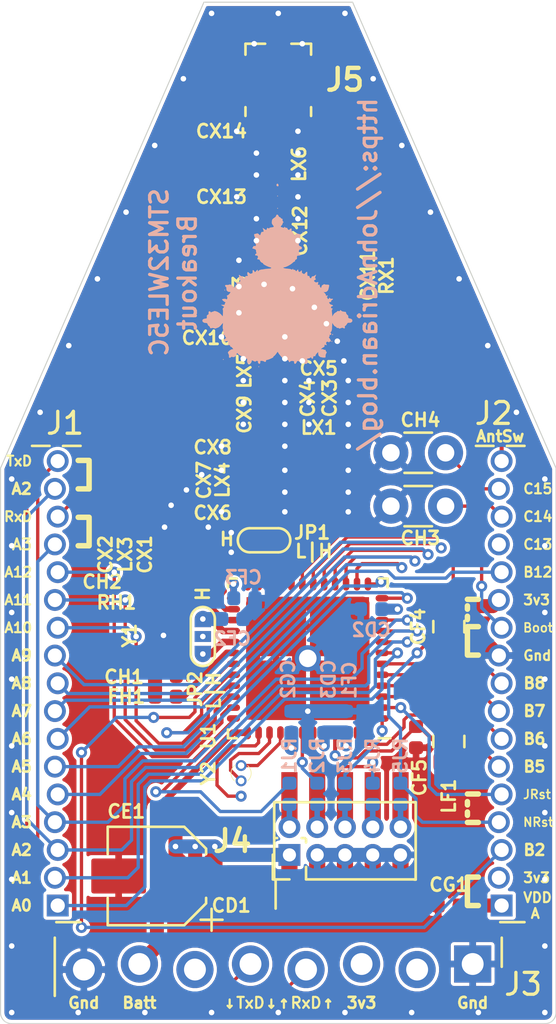
<source format=kicad_pcb>
(kicad_pcb (version 20171130) (host pcbnew "(5.1.6)-1")

  (general
    (thickness 1.2)
    (drawings 69)
    (tracks 618)
    (zones 0)
    (modules 55)
    (nets 64)
  )

  (page User 148.006 105.004)
  (title_block
    (title "STM32WLE5 Breakout")
    (date "6 August 2020")
    (rev 0.9)
    (company "John Adriaan")
  )

  (layers
    (0 F.Cu signal)
    (1 In1.Cu signal)
    (2 In2.Cu signal)
    (31 B.Cu signal)
    (32 B.Adhes user)
    (33 F.Adhes user)
    (34 B.Paste user)
    (35 F.Paste user)
    (36 B.SilkS user)
    (37 F.SilkS user)
    (38 B.Mask user)
    (39 F.Mask user)
    (40 Dwgs.User user)
    (41 Cmts.User user)
    (42 Eco1.User user)
    (43 Eco2.User user)
    (44 Edge.Cuts user)
    (45 Margin user)
    (46 B.CrtYd user)
    (47 F.CrtYd user)
    (48 B.Fab user)
    (49 F.Fab user)
  )

  (setup
    (last_trace_width 0.1524)
    (user_trace_width 0.1524)
    (user_trace_width 0.185)
    (user_trace_width 0.254)
    (user_trace_width 0.3048)
    (user_trace_width 0.508)
    (user_trace_width 0.64)
    (trace_clearance 0.1524)
    (zone_clearance 0.1524)
    (zone_45_only no)
    (trace_min 0.1524)
    (via_size 0.508)
    (via_drill 0.254)
    (via_min_size 0.508)
    (via_min_drill 0.254)
    (user_via 0.508 0.254)
    (uvia_size 0.508)
    (uvia_drill 0.254)
    (uvias_allowed no)
    (uvia_min_size 0.508)
    (uvia_min_drill 0.254)
    (edge_width 0.05)
    (segment_width 0.2)
    (pcb_text_width 0.08)
    (pcb_text_size 0.5 0.5)
    (mod_edge_width 0.12)
    (mod_text_size 0.2 0.2)
    (mod_text_width 0.01)
    (pad_size 0.59 0.64)
    (pad_drill 0)
    (pad_to_mask_clearance 0.05)
    (aux_axis_origin 0 0)
    (grid_origin 42.85 59.4)
    (visible_elements 7FFFFFFF)
    (pcbplotparams
      (layerselection 0x010fc_ffffffff)
      (usegerberextensions false)
      (usegerberattributes true)
      (usegerberadvancedattributes true)
      (creategerberjobfile true)
      (excludeedgelayer true)
      (linewidth 0.100000)
      (plotframeref false)
      (viasonmask false)
      (mode 1)
      (useauxorigin false)
      (hpglpennumber 1)
      (hpglpenspeed 20)
      (hpglpendiameter 15.000000)
      (psnegative false)
      (psa4output false)
      (plotreference true)
      (plotvalue true)
      (plotinvisibletext false)
      (padsonsilk false)
      (subtractmaskfromsilk false)
      (outputformat 1)
      (mirror false)
      (drillshape 0)
      (scaleselection 1)
      (outputdirectory "../Gerber"))
  )

  (net 0 "")
  (net 1 GND)
  (net 2 +3V3)
  (net 3 VDDA)
  (net 4 BOOT0)
  (net 5 JTRST)
  (net 6 NRST)
  (net 7 OSC32-)
  (net 8 OSC32+)
  (net 9 /A0)
  (net 10 /A1)
  (net 11 /A2)
  (net 12 /A3)
  (net 13 /A4)
  (net 14 /A5)
  (net 15 /A6)
  (net 16 /A7)
  (net 17 /A8)
  (net 18 /A9)
  (net 19 /A10)
  (net 20 /A11)
  (net 21 /A12)
  (net 22 /B2)
  (net 23 /B5)
  (net 24 /B6)
  (net 25 /B7)
  (net 26 /B8)
  (net 27 /B12)
  (net 28 /C13)
  (net 29 /TMS)
  (net 30 /TCK)
  (net 31 /TDO)
  (net 32 /TDI)
  (net 33 /~RESET~)
  (net 34 /JTMS)
  (net 35 /JTCK)
  (net 36 /JTDO)
  (net 37 /JTDI)
  (net 38 /VFB)
  (net 39 /YVCC)
  (net 40 /TCXO)
  (net 41 /VLX)
  (net 42 /OSC-)
  (net 43 /~OSC~)
  (net 44 /OSC)
  (net 45 /PA)
  (net 46 /RF2)
  (net 47 /RX+)
  (net 48 /RX-)
  (net 49 /TX)
  (net 50 /~TX~)
  (net 51 /~RF1~)
  (net 52 /RF1)
  (net 53 /CTRL)
  (net 54 /RF)
  (net 55 /RFC)
  (net 56 /ANT)
  (net 57 /TXH)
  (net 58 /TXL)
  (net 59 /VDDPA)
  (net 60 VBAT)
  (net 61 TxD)
  (net 62 RxD)
  (net 63 AntSw)

  (net_class Default "This is the default net class."
    (clearance 0.1524)
    (trace_width 0.1524)
    (via_dia 0.508)
    (via_drill 0.254)
    (uvia_dia 0.508)
    (uvia_drill 0.254)
    (diff_pair_width 0.175)
    (diff_pair_gap 0.175)
    (add_net /A0)
    (add_net /A1)
    (add_net /A10)
    (add_net /A11)
    (add_net /A12)
    (add_net /A2)
    (add_net /A3)
    (add_net /A4)
    (add_net /A5)
    (add_net /A6)
    (add_net /A7)
    (add_net /A8)
    (add_net /A9)
    (add_net /B12)
    (add_net /B2)
    (add_net /B5)
    (add_net /B6)
    (add_net /B7)
    (add_net /B8)
    (add_net /C13)
    (add_net /CTRL)
    (add_net /JTCK)
    (add_net /JTDI)
    (add_net /JTDO)
    (add_net /JTMS)
    (add_net /OSC)
    (add_net /OSC-)
    (add_net /TCK)
    (add_net /TCXO)
    (add_net /TDI)
    (add_net /TDO)
    (add_net /TMS)
    (add_net /TX)
    (add_net /VDDPA)
    (add_net /VFB)
    (add_net /VLX)
    (add_net /YVCC)
    (add_net /~OSC~)
    (add_net /~RESET~)
    (add_net AntSw)
    (add_net BOOT0)
    (add_net JTRST)
    (add_net NRST)
    (add_net OSC32+)
    (add_net OSC32-)
    (add_net RxD)
    (add_net TxD)
    (add_net VBAT)
  )

  (net_class Power ""
    (clearance 0.1524)
    (trace_width 0.254)
    (via_dia 0.508)
    (via_drill 0.254)
    (uvia_dia 0.508)
    (uvia_drill 0.254)
    (diff_pair_width 0.2)
    (diff_pair_gap 0.2)
    (add_net +3V3)
    (add_net GND)
    (add_net VDDA)
  )

  (net_class RF ""
    (clearance 0.1524)
    (trace_width 0.64)
    (via_dia 0.508)
    (via_drill 0.254)
    (uvia_dia 0.508)
    (uvia_drill 0.254)
    (diff_pair_width 0.64)
    (diff_pair_gap 0.508)
    (add_net /ANT)
    (add_net /PA)
    (add_net /RF)
    (add_net /RF1)
    (add_net /RF2)
    (add_net /RFC)
    (add_net /RX+)
    (add_net /RX-)
    (add_net /TXH)
    (add_net /TXL)
    (add_net /~RF1~)
    (add_net /~TX~)
  )

  (module JohnAdriaan:SJ3_Vias_0.5x0.75mm_Labels (layer F.Cu) (tedit 5F64D4D1) (tstamp 5F68F76B)
    (at 38.05 58.4 270)
    (descr "SMD Solder 3-pad Jumper, 1x1.5mm rounded Pads, 0.3mm gap, open, labeled with numbers")
    (tags "solder jumper open")
    (path /603B80F0)
    (attr virtual)
    (fp_text reference JP2 (at 2.4 0.35 90) (layer F.SilkS)
      (effects (font (size 0.6 0.6) (thickness 0.127)))
    )
    (fp_text value PA (at -0.05 0 90) (layer F.Fab)
      (effects (font (size 0.4 0.4) (thickness 0.05)))
    )
    (fp_line (start 0.8 0.55) (end -0.8 0.55) (layer F.SilkS) (width 0.12))
    (fp_line (start -0.8 -0.55) (end 0.8 -0.55) (layer F.SilkS) (width 0.12))
    (fp_line (start -1.5 -0.7) (end 1.5 -0.7) (layer F.CrtYd) (width 0.05))
    (fp_line (start -1.5 -0.7) (end -1.5 0.7) (layer F.CrtYd) (width 0.05))
    (fp_line (start 1.5 0.7) (end 1.5 -0.7) (layer F.CrtYd) (width 0.05))
    (fp_line (start 1.5 0.7) (end -1.5 0.7) (layer F.CrtYd) (width 0.05))
    (fp_arc (start -0.8 0) (end -0.8 -0.55) (angle -90) (layer F.SilkS) (width 0.12))
    (fp_arc (start -0.8 0) (end -1.35 0) (angle -90) (layer F.SilkS) (width 0.12))
    (fp_arc (start 0.8 0) (end 0.8 0.55) (angle -90) (layer F.SilkS) (width 0.12))
    (fp_arc (start 0.8 0) (end 1.35 0) (angle -90) (layer F.SilkS) (width 0.12))
    (fp_text user H (at -1.55 0 90) (layer F.SilkS)
      (effects (font (size 0.6 0.6) (thickness 0.127)) (justify left))
    )
    (fp_text user L|H (at 1.55 -0.5 90) (layer F.SilkS)
      (effects (font (size 0.6 0.6) (thickness 0.127)) (justify right))
    )
    (pad 2 thru_hole rect (at 0 0 270) (size 0.5 0.75) (drill 0.254) (layers *.Cu *.Mask)
      (net 59 /VDDPA))
    (pad 3 thru_hole custom (at 0.8 0 270) (size 0.75 0.75) (drill 0.254) (layers *.Cu *.Mask)
      (net 38 /VFB) (zone_connect 2)
      (options (clearance outline) (anchor circle))
      (primitives
        (gr_poly (pts
           (xy -0.375 -0.375) (xy 0 -0.375) (xy 0 0.375) (xy -0.375 0.375)) (width 0))
      ))
    (pad 1 thru_hole custom (at -0.8 0 270) (size 0.75 0.75) (drill 0.254) (layers *.Cu *.Mask)
      (net 2 +3V3) (zone_connect 2)
      (options (clearance outline) (anchor circle))
      (primitives
        (gr_poly (pts
           (xy 0.375 -0.375) (xy 0 -0.375) (xy 0 0.375) (xy 0.375 0.375)) (width 0))
      ))
  )

  (module JohnAdriaan:Header_0.10_1x08 (layer F.Cu) (tedit 5F687D35) (tstamp 5F6965F1)
    (at 50.39 73.5 270)
    (descr "Through hole straight pin header, 1x08, 2.54mm pitch, single row")
    (tags "Through hole pin header THT 1x08 2.54mm single row")
    (path /5F6C2F70)
    (fp_text reference J3 (at 0.8 -2.31 unlocked) (layer F.SilkS)
      (effects (font (size 1 1) (thickness 0.15)))
    )
    (fp_text value FTDI (at 0 17.24 180) (layer F.Fab)
      (effects (font (size 1 1) (thickness 0.15)))
    )
    (fp_line (start -0.635 -1.27) (end 1.27 -1.27) (layer F.Fab) (width 0.1))
    (fp_line (start 1.27 -1.27) (end 1.27 19.05) (layer F.Fab) (width 0.1))
    (fp_line (start 1.27 19.05) (end -1.27 19.05) (layer F.Fab) (width 0.1))
    (fp_line (start -1.27 19.05) (end -1.27 -0.635) (layer F.Fab) (width 0.1))
    (fp_line (start -1.27 -0.635) (end -0.635 -1.27) (layer F.Fab) (width 0.1))
    (fp_line (start -1.33 19.11) (end 1.33 19.11) (layer F.SilkS) (width 0.12))
    (fp_line (start -1.33 -1.33) (end 0 -1.33) (layer F.SilkS) (width 0.12))
    (fp_line (start -1.8 -1.8) (end -1.8 19.55) (layer F.CrtYd) (width 0.05))
    (fp_line (start -1.8 19.55) (end 1.8 19.55) (layer F.CrtYd) (width 0.05))
    (fp_line (start 1.8 19.55) (end 1.8 -1.8) (layer F.CrtYd) (width 0.05))
    (fp_line (start 1.8 -1.8) (end -1.8 -1.8) (layer F.CrtYd) (width 0.05))
    (fp_text user %R (at 0 8.89) (layer F.Fab)
      (effects (font (size 1 1) (thickness 0.15)))
    )
    (pad 1 thru_hole rect (at -0.127 0 270) (size 1.7 1.7) (drill 1) (layers *.Cu *.Mask)
      (net 1 GND))
    (pad 2 thru_hole oval (at 0.127 2.54 270) (size 1.7 1.7) (drill 1) (layers *.Cu *.Mask))
    (pad 3 thru_hole oval (at -0.127 5.08 270) (size 1.7 1.7) (drill 1) (layers *.Cu *.Mask)
      (net 2 +3V3))
    (pad 4 thru_hole oval (at 0.127 7.62 270) (size 1.7 1.7) (drill 1) (layers *.Cu *.Mask)
      (net 62 RxD))
    (pad 5 thru_hole oval (at -0.127 10.16 270) (size 1.7 1.7) (drill 1) (layers *.Cu *.Mask)
      (net 61 TxD))
    (pad 6 thru_hole oval (at 0.127 12.7 270) (size 1.7 1.7) (drill 1) (layers *.Cu *.Mask))
    (pad 7 thru_hole oval (at -0.127 15.24 270) (size 1.7 1.7) (drill 1) (layers *.Cu *.Mask)
      (net 60 VBAT))
    (pad 8 thru_hole oval (at 0.127 17.78 270) (size 1.7 1.7) (drill 1) (layers *.Cu *.Mask)
      (net 1 GND))
    (model ${KISYS3DMOD}/Connector_PinHeader_2.54mm.3dshapes/PinHeader_1x08_P2.54mm_Vertical.wrl
      (at (xyz 0 0 0))
      (scale (xyz 1 1 1))
      (rotate (xyz 0 0 0))
    )
  )

  (module JohnAdriaan:Header_0.05_1x17 (layer F.Cu) (tedit 5F687BC9) (tstamp 5F68F54C)
    (at 51.65 70.7 180)
    (descr "Through hole straight pin header, 1x17, 1.27mm pitch, single row")
    (tags "Through hole pin header THT 1x17 1.27mm single row")
    (path /5F0AEB71)
    (fp_text reference J2 (at 0.3 22.5 unlocked) (layer F.SilkS)
      (effects (font (size 1 1) (thickness 0.15)))
    )
    (fp_text value Conn_01x17 (at -0.15 16.31 270) (layer F.Fab) hide
      (effects (font (size 1 1) (thickness 0.15)))
    )
    (fp_line (start -0.525 -0.635) (end 1.05 -0.635) (layer F.Fab) (width 0.1))
    (fp_line (start 1.05 -0.635) (end 1.05 20.955) (layer F.Fab) (width 0.1))
    (fp_line (start 1.05 20.955) (end -1.05 20.955) (layer F.Fab) (width 0.1))
    (fp_line (start -1.05 20.955) (end -1.05 -0.11) (layer F.Fab) (width 0.1))
    (fp_line (start -1.05 -0.11) (end -0.525 -0.635) (layer F.Fab) (width 0.1))
    (fp_line (start -1.11 21.015) (end -0.30753 21.015) (layer F.SilkS) (width 0.12))
    (fp_line (start 0.30753 21.015) (end 1.11 21.015) (layer F.SilkS) (width 0.12))
    (fp_line (start -1.11 -0.76) (end 0 -0.76) (layer F.SilkS) (width 0.12))
    (fp_line (start -1.4 -1) (end -1.4 21.4) (layer F.CrtYd) (width 0.05))
    (fp_line (start -1.4 21.4) (end 1.4 21.4) (layer F.CrtYd) (width 0.05))
    (fp_line (start 1.4 21.4) (end 1.4 -1) (layer F.CrtYd) (width 0.05))
    (fp_line (start 1.4 -1) (end -1.4 -1) (layer F.CrtYd) (width 0.05))
    (fp_text user %R (at 0 10.16 90) (layer F.Fab)
      (effects (font (size 1 1) (thickness 0.15)))
    )
    (pad 1 thru_hole rect (at -0.0635 0 180) (size 1 1) (drill 0.65) (layers *.Cu *.Mask)
      (net 3 VDDA))
    (pad 2 thru_hole oval (at 0.0635 1.27 180) (size 1 1) (drill 0.65) (layers *.Cu *.Mask)
      (net 2 +3V3))
    (pad 3 thru_hole oval (at -0.0635 2.54 180) (size 1 1) (drill 0.65) (layers *.Cu *.Mask)
      (net 22 /B2))
    (pad 4 thru_hole oval (at 0.0635 3.81 180) (size 1 1) (drill 0.65) (layers *.Cu *.Mask)
      (net 6 NRST))
    (pad 5 thru_hole oval (at -0.0635 5.08 180) (size 1 1) (drill 0.65) (layers *.Cu *.Mask)
      (net 5 JTRST))
    (pad 6 thru_hole oval (at 0.0635 6.35 180) (size 1 1) (drill 0.65) (layers *.Cu *.Mask)
      (net 23 /B5))
    (pad 7 thru_hole oval (at -0.0635 7.62 180) (size 1 1) (drill 0.65) (layers *.Cu *.Mask)
      (net 24 /B6))
    (pad 8 thru_hole oval (at 0.0635 8.89 180) (size 1 1) (drill 0.65) (layers *.Cu *.Mask)
      (net 25 /B7))
    (pad 9 thru_hole oval (at -0.0635 10.16 180) (size 1 1) (drill 0.65) (layers *.Cu *.Mask)
      (net 26 /B8))
    (pad 10 thru_hole oval (at 0.0635 11.43 180) (size 1 1) (drill 0.65) (layers *.Cu *.Mask)
      (net 1 GND))
    (pad 11 thru_hole oval (at -0.0635 12.7 180) (size 1 1) (drill 0.65) (layers *.Cu *.Mask)
      (net 4 BOOT0))
    (pad 12 thru_hole oval (at 0.0635 13.97 180) (size 1 1) (drill 0.65) (layers *.Cu *.Mask)
      (net 2 +3V3))
    (pad 13 thru_hole oval (at -0.0635 15.24 180) (size 1 1) (drill 0.65) (layers *.Cu *.Mask)
      (net 27 /B12))
    (pad 14 thru_hole oval (at 0.0635 16.51 180) (size 1 1) (drill 0.65) (layers *.Cu *.Mask)
      (net 28 /C13))
    (pad 15 thru_hole oval (at -0.0635 17.78 180) (size 1 1) (drill 0.65) (layers *.Cu *.Mask)
      (net 7 OSC32-))
    (pad 16 thru_hole oval (at 0.0635 19.05 180) (size 1 1) (drill 0.65) (layers *.Cu *.Mask)
      (net 8 OSC32+))
    (pad 17 thru_hole oval (at -0.0635 20.32 180) (size 1 1) (drill 0.65) (layers *.Cu *.Mask)
      (net 63 AntSw))
    (model ${KISYS3DMOD}/Connector_PinHeader_1.27mm.3dshapes/PinHeader_1x17_P1.27mm_Vertical.wrl
      (at (xyz 0 0 0))
      (scale (xyz 1 1 1))
      (rotate (xyz 0 0 0))
    )
  )

  (module JohnAdriaan:Header_0.05_1x17 (layer F.Cu) (tedit 5F687BC9) (tstamp 5F68FA6E)
    (at 31.35 70.7 180)
    (descr "Through hole straight pin header, 1x17, 1.27mm pitch, single row")
    (tags "Through hole pin header THT 1x17 1.27mm single row")
    (path /5F0B585F)
    (fp_text reference J1 (at -0.4 22.05 unlocked) (layer F.SilkS)
      (effects (font (size 1 1) (thickness 0.15)))
    )
    (fp_text value Conn_01x17 (at -0.1 16.26 270) (layer F.Fab) hide
      (effects (font (size 1 1) (thickness 0.15)))
    )
    (fp_line (start -0.525 -0.635) (end 1.05 -0.635) (layer F.Fab) (width 0.1))
    (fp_line (start 1.05 -0.635) (end 1.05 20.955) (layer F.Fab) (width 0.1))
    (fp_line (start 1.05 20.955) (end -1.05 20.955) (layer F.Fab) (width 0.1))
    (fp_line (start -1.05 20.955) (end -1.05 -0.11) (layer F.Fab) (width 0.1))
    (fp_line (start -1.05 -0.11) (end -0.525 -0.635) (layer F.Fab) (width 0.1))
    (fp_line (start -1.11 21.015) (end -0.30753 21.015) (layer F.SilkS) (width 0.12))
    (fp_line (start 0.30753 21.015) (end 1.11 21.015) (layer F.SilkS) (width 0.12))
    (fp_line (start -1.11 -0.76) (end 0 -0.76) (layer F.SilkS) (width 0.12))
    (fp_line (start -1.4 -1) (end -1.4 21.4) (layer F.CrtYd) (width 0.05))
    (fp_line (start -1.4 21.4) (end 1.4 21.4) (layer F.CrtYd) (width 0.05))
    (fp_line (start 1.4 21.4) (end 1.4 -1) (layer F.CrtYd) (width 0.05))
    (fp_line (start 1.4 -1) (end -1.4 -1) (layer F.CrtYd) (width 0.05))
    (fp_text user %R (at 0 10.05 90) (layer F.Fab)
      (effects (font (size 1 1) (thickness 0.15)))
    )
    (pad 1 thru_hole rect (at -0.0635 0 180) (size 1 1) (drill 0.65) (layers *.Cu *.Mask)
      (net 9 /A0))
    (pad 2 thru_hole oval (at 0.0635 1.27 180) (size 1 1) (drill 0.65) (layers *.Cu *.Mask)
      (net 10 /A1))
    (pad 3 thru_hole oval (at -0.0635 2.54 180) (size 1 1) (drill 0.65) (layers *.Cu *.Mask)
      (net 11 /A2))
    (pad 4 thru_hole oval (at 0.0635 3.81 180) (size 1 1) (drill 0.65) (layers *.Cu *.Mask)
      (net 12 /A3))
    (pad 5 thru_hole oval (at -0.0635 5.08 180) (size 1 1) (drill 0.65) (layers *.Cu *.Mask)
      (net 13 /A4))
    (pad 6 thru_hole oval (at 0.0635 6.35 180) (size 1 1) (drill 0.65) (layers *.Cu *.Mask)
      (net 14 /A5))
    (pad 7 thru_hole oval (at -0.0635 7.62 180) (size 1 1) (drill 0.65) (layers *.Cu *.Mask)
      (net 15 /A6))
    (pad 8 thru_hole oval (at 0.0635 8.89 180) (size 1 1) (drill 0.65) (layers *.Cu *.Mask)
      (net 16 /A7))
    (pad 9 thru_hole oval (at -0.0635 10.16 180) (size 1 1) (drill 0.65) (layers *.Cu *.Mask)
      (net 17 /A8))
    (pad 10 thru_hole oval (at 0.0635 11.43 180) (size 1 1) (drill 0.65) (layers *.Cu *.Mask)
      (net 18 /A9))
    (pad 11 thru_hole oval (at -0.0635 12.7 180) (size 1 1) (drill 0.65) (layers *.Cu *.Mask)
      (net 19 /A10))
    (pad 12 thru_hole oval (at 0.0635 13.97 180) (size 1 1) (drill 0.65) (layers *.Cu *.Mask)
      (net 20 /A11))
    (pad 13 thru_hole oval (at -0.0635 15.24 180) (size 1 1) (drill 0.65) (layers *.Cu *.Mask)
      (net 21 /A12))
    (pad 14 thru_hole oval (at 0.0635 16.51 180) (size 1 1) (drill 0.65) (layers *.Cu *.Mask)
      (net 12 /A3))
    (pad 15 thru_hole oval (at -0.0635 17.78 180) (size 1 1) (drill 0.65) (layers *.Cu *.Mask)
      (net 62 RxD))
    (pad 16 thru_hole oval (at 0.0635 19.05 180) (size 1 1) (drill 0.65) (layers *.Cu *.Mask)
      (net 11 /A2))
    (pad 17 thru_hole oval (at -0.0635 20.32 180) (size 1 1) (drill 0.65) (layers *.Cu *.Mask)
      (net 61 TxD))
    (model ${KISYS3DMOD}/Connector_PinHeader_1.27mm.3dshapes/PinHeader_1x17_P1.27mm_Vertical.wrl
      (at (xyz 0 0 0))
      (scale (xyz 1 1 1))
      (rotate (xyz 0 0 0))
    )
  )

  (module JohnAdriaan:SJ3_Open_0.5x0.75mm_Labels (layer F.Cu) (tedit 5F64CA30) (tstamp 5F68F953)
    (at 40.85 54 180)
    (descr "SMD Solder 3-pad Jumper, 1x1.5mm rounded Pads, 0.3mm gap, open, labeled with numbers")
    (tags "solder jumper open")
    (path /603B672A)
    (attr virtual)
    (fp_text reference JP1 (at -2.2 0.35 unlocked) (layer F.SilkS)
      (effects (font (size 0.6 0.6) (thickness 0.127)))
    )
    (fp_text value TX (at 0.05 -0.05) (layer F.Fab)
      (effects (font (size 0.4 0.4) (thickness 0.05)))
    )
    (fp_line (start 0.65 0.55) (end -0.65 0.55) (layer F.SilkS) (width 0.12))
    (fp_line (start -0.65 -0.55) (end 0.65 -0.55) (layer F.SilkS) (width 0.12))
    (fp_line (start -1.35 -0.7) (end 1.35 -0.7) (layer F.CrtYd) (width 0.05))
    (fp_line (start -1.35 -0.7) (end -1.35 0.7) (layer F.CrtYd) (width 0.05))
    (fp_line (start 1.35 0.7) (end 1.35 -0.7) (layer F.CrtYd) (width 0.05))
    (fp_line (start 1.35 0.7) (end -1.35 0.7) (layer F.CrtYd) (width 0.05))
    (fp_arc (start -0.65 0) (end -0.65 -0.55) (angle -90) (layer F.SilkS) (width 0.12))
    (fp_arc (start -0.65 0) (end -1.2 0) (angle -90) (layer F.SilkS) (width 0.12))
    (fp_arc (start 0.65 0) (end 0.65 0.55) (angle -90) (layer F.SilkS) (width 0.12))
    (fp_arc (start 0.65 0) (end 1.2 0) (angle -90) (layer F.SilkS) (width 0.12))
    (fp_text user L (at -1.45 0.05) (layer F.SilkS) hide
      (effects (font (size 0.6 0.6) (thickness 0.127)) (justify left))
    )
    (fp_text user 3 (at 1.4 0.05) (layer F.SilkS) hide
      (effects (font (size 0.6 0.6) (thickness 0.127)) (justify right))
    )
    (fp_text user H (at 1.3 0.05 unlocked) (layer F.SilkS)
      (effects (font (size 0.6 0.6) (thickness 0.127)) (justify right))
    )
    (fp_text user L|H (at -1.35 -0.5 unlocked) (layer F.SilkS)
      (effects (font (size 0.6 0.6) (thickness 0.127)) (justify left))
    )
    (pad 2 smd rect (at 0 0 180) (size 0.5 0.75) (layers F.Cu F.Mask)
      (net 49 /TX))
    (pad 3 smd custom (at 0.675 0 180) (size 0.5 0.25) (layers F.Cu F.Mask)
      (net 57 /TXH) (zone_connect 2)
      (options (clearance outline) (anchor rect))
      (primitives
        (gr_circle (center 0 0.125) (end 0.25 0.125) (width 0))
        (gr_circle (center 0 -0.125) (end 0.25 -0.125) (width 0))
        (gr_poly (pts
           (xy -0.25 -0.375) (xy 0 -0.375) (xy 0 0.375) (xy -0.25 0.375)) (width 0))
      ))
    (pad 1 smd custom (at -0.675 0 180) (size 0.5 0.25) (layers F.Cu F.Mask)
      (net 58 /TXL) (zone_connect 2)
      (options (clearance outline) (anchor rect))
      (primitives
        (gr_circle (center 0 0.125) (end 0.25 0.125) (width 0))
        (gr_circle (center 0 -0.125) (end 0.25 -0.125) (width 0))
        (gr_poly (pts
           (xy 0.25 -0.375) (xy 0 -0.375) (xy 0 0.375) (xy 0.25 0.375)) (width 0))
      ))
  )

  (module JohnAdriaan:CS10 (layer F.Cu) (tedit 5F641264) (tstamp 5F68F87F)
    (at 44.55 67.75 90)
    (descr "Pogo Straight pin header, 2x05, 1.27mm pitch, double rows")
    (tags "Pogo pin header THT SMD 2x05 1.27mm double row")
    (path /5F5094EE)
    (attr smd)
    (fp_text reference J4 (at 0 -5.15 unlocked) (layer F.SilkS)
      (effects (font (size 1 1) (thickness 0.2)))
    )
    (fp_text value CS10 (at 0.014 -0.5904 180) (layer F.Fab)
      (effects (font (size 0.2 0.2) (thickness 0.01)))
    )
    (fp_line (start -1.525 -3.7) (end -1.525 -5.27) (layer F.CrtYd) (width 0.05))
    (fp_line (start 1.525 5.27) (end -1.525 5.27) (layer F.CrtYd) (width 0.05))
    (fp_line (start 1.525 -5.27) (end 1.525 -3.7) (layer F.CrtYd) (width 0.05))
    (fp_line (start -1.525 -5.27) (end 1.525 -5.27) (layer F.CrtYd) (width 0.05))
    (fp_line (start -1.755 -3.3) (end -0.625 -3.3) (layer F.SilkS) (width 0.12))
    (fp_line (start -1.755 -2.54) (end -1.755 -3.3) (layer F.SilkS) (width 0.12))
    (fp_line (start 0.95253 -3.235) (end 1.775 -3.235) (layer F.SilkS) (width 0.12))
    (fp_line (start 0.135 -3.235) (end 0.33747 -3.235) (layer F.SilkS) (width 0.12))
    (fp_line (start 0.135 -3.103471) (end 0.135 -3.235) (layer F.SilkS) (width 0.12))
    (fp_line (start 0.135 -1.833471) (end 0.135 -1.976529) (layer F.SilkS) (width 0.12))
    (fp_line (start -0.061529 -1.78) (end 0.081529 -1.78) (layer F.SilkS) (width 0.12))
    (fp_line (start -1.755 -1.78) (end -1.188471 -1.78) (layer F.SilkS) (width 0.12))
    (fp_line (start 1.775 -3.235) (end 1.775 3.235) (layer F.SilkS) (width 0.12))
    (fp_line (start -1.755 -1.78) (end -1.755 3.235) (layer F.SilkS) (width 0.12))
    (fp_line (start -0.31747 3.235) (end 0.33747 3.235) (layer F.SilkS) (width 0.12))
    (fp_line (start 0.95253 3.235) (end 1.775 3.235) (layer F.SilkS) (width 0.12))
    (fp_line (start -1.755 3.235) (end -0.93253 3.235) (layer F.SilkS) (width 0.12))
    (fp_line (start -1.695 -2.3225) (end -0.8425 -3.175) (layer F.Fab) (width 0.1))
    (fp_line (start -1.695 3.175) (end -1.695 -2.3225) (layer F.Fab) (width 0.1))
    (fp_line (start 1.715 3.175) (end -1.695 3.175) (layer F.Fab) (width 0.1))
    (fp_line (start 1.715 -3.175) (end 1.715 3.175) (layer F.Fab) (width 0.1))
    (fp_line (start -0.8425 -3.175) (end 1.715 -3.175) (layer F.Fab) (width 0.1))
    (fp_line (start 1.705 3.175) (end -1.705 3.175) (layer F.Fab) (width 0.1))
    (fp_line (start -1.27 -3.175) (end 1.705 -3.175) (layer F.Fab) (width 0.1))
    (fp_line (start -1.705 3.175) (end -1.705 -2.74) (layer F.Fab) (width 0.1))
    (fp_line (start -1.705 -2.74) (end -1.27 -3.175) (layer F.Fab) (width 0.1))
    (fp_line (start 1.705 -3.175) (end 1.705 3.175) (layer F.Fab) (width 0.1))
    (fp_line (start -1.705 -2.74) (end -2.75 -2.74) (layer F.Fab) (width 0.1))
    (fp_line (start -2.75 -2.74) (end -2.75 -2.34) (layer F.Fab) (width 0.1))
    (fp_line (start -2.75 -2.34) (end -1.705 -2.34) (layer F.Fab) (width 0.1))
    (fp_line (start 1.705 -2.74) (end 2.75 -2.74) (layer F.Fab) (width 0.1))
    (fp_line (start 2.75 -2.74) (end 2.75 -2.34) (layer F.Fab) (width 0.1))
    (fp_line (start 2.75 -2.34) (end 1.705 -2.34) (layer F.Fab) (width 0.1))
    (fp_line (start -1.705 -1.47) (end -2.75 -1.47) (layer F.Fab) (width 0.1))
    (fp_line (start -2.75 -1.47) (end -2.75 -1.07) (layer F.Fab) (width 0.1))
    (fp_line (start -2.75 -1.07) (end -1.705 -1.07) (layer F.Fab) (width 0.1))
    (fp_line (start 1.705 -1.47) (end 2.75 -1.47) (layer F.Fab) (width 0.1))
    (fp_line (start 2.75 -1.47) (end 2.75 -1.07) (layer F.Fab) (width 0.1))
    (fp_line (start 2.75 -1.07) (end 1.705 -1.07) (layer F.Fab) (width 0.1))
    (fp_line (start -1.705 -0.2) (end -2.75 -0.2) (layer F.Fab) (width 0.1))
    (fp_line (start -2.75 -0.2) (end -2.75 0.2) (layer F.Fab) (width 0.1))
    (fp_line (start -2.75 0.2) (end -1.705 0.2) (layer F.Fab) (width 0.1))
    (fp_line (start 1.705 -0.2) (end 2.75 -0.2) (layer F.Fab) (width 0.1))
    (fp_line (start 2.75 -0.2) (end 2.75 0.2) (layer F.Fab) (width 0.1))
    (fp_line (start 2.75 0.2) (end 1.705 0.2) (layer F.Fab) (width 0.1))
    (fp_line (start -1.705 1.07) (end -2.75 1.07) (layer F.Fab) (width 0.1))
    (fp_line (start -2.75 1.07) (end -2.75 1.47) (layer F.Fab) (width 0.1))
    (fp_line (start -2.75 1.47) (end -1.705 1.47) (layer F.Fab) (width 0.1))
    (fp_line (start 1.705 1.07) (end 2.75 1.07) (layer F.Fab) (width 0.1))
    (fp_line (start 2.75 1.07) (end 2.75 1.47) (layer F.Fab) (width 0.1))
    (fp_line (start 2.75 1.47) (end 1.705 1.47) (layer F.Fab) (width 0.1))
    (fp_line (start -1.705 2.34) (end -2.75 2.34) (layer F.Fab) (width 0.1))
    (fp_line (start -2.75 2.34) (end -2.75 2.74) (layer F.Fab) (width 0.1))
    (fp_line (start -2.75 2.74) (end -1.705 2.74) (layer F.Fab) (width 0.1))
    (fp_line (start 1.705 2.34) (end 2.75 2.34) (layer F.Fab) (width 0.1))
    (fp_line (start 2.75 2.34) (end 2.75 2.74) (layer F.Fab) (width 0.1))
    (fp_line (start 2.75 2.74) (end 1.705 2.74) (layer F.Fab) (width 0.1))
    (fp_line (start -1.765 -3.235) (end 1.765 -3.235) (layer F.SilkS) (width 0.12))
    (fp_line (start -1.765 3.235) (end 1.765 3.235) (layer F.SilkS) (width 0.12))
    (fp_line (start -3.09 -3.17) (end -1.765 -3.17) (layer F.SilkS) (width 0.12))
    (fp_line (start -1.765 -3.235) (end -1.765 -3.17) (layer F.SilkS) (width 0.12))
    (fp_line (start 1.765 -3.235) (end 1.765 -3.17) (layer F.SilkS) (width 0.12))
    (fp_line (start -1.765 3.17) (end -1.765 3.235) (layer F.SilkS) (width 0.12))
    (fp_line (start 1.765 3.17) (end 1.765 3.235) (layer F.SilkS) (width 0.12))
    (fp_line (start -3.8 -3.7) (end -3.8 3.7) (layer F.CrtYd) (width 0.05))
    (fp_line (start -3.8 3.7) (end -1.525 3.7) (layer F.CrtYd) (width 0.05))
    (fp_line (start 3.8 3.7) (end 3.8 -3.7) (layer F.CrtYd) (width 0.05))
    (fp_line (start -1.525 -3.7) (end -3.8 -3.7) (layer F.CrtYd) (width 0.05))
    (fp_line (start 1.525 -3.7) (end 3.8 -3.7) (layer F.CrtYd) (width 0.05))
    (fp_line (start 3.8 3.7) (end 1.525 3.7) (layer F.CrtYd) (width 0.05))
    (fp_line (start 1.525 5.27) (end 1.525 3.7) (layer F.CrtYd) (width 0.05))
    (fp_line (start -1.525 3.7) (end -1.525 5.27) (layer F.CrtYd) (width 0.05))
    (fp_text user %R (at 0.014 0.6542) (layer F.Fab)
      (effects (font (size 0.2 0.2) (thickness 0.01)))
    )
    (pad 1 thru_hole rect (at -0.635 -2.54 90) (size 1 1) (drill 0.6) (layers *.Cu *.Mask)
      (net 2 +3V3))
    (pad 1 smd custom (at -1.95 -2.54 90) (size 2.4 0.74) (layers F.Cu F.Paste F.Mask)
      (net 2 +3V3) (zone_connect 0)
      (options (clearance outline) (anchor rect))
      (primitives
        (gr_poly (pts
           (xy 0.815 -0.5) (xy 1.815 -0.5) (xy 1.815 0.5) (xy 0.815 0.5)) (width 0))
      ))
    (pad 2 thru_hole oval (at 0.635 -2.54 90) (size 1 1) (drill 0.6) (layers *.Cu *.Mask)
      (net 29 /TMS))
    (pad 2 smd custom (at 1.95 -2.54 90) (size 2.4 0.74) (layers F.Cu F.Paste F.Mask)
      (net 29 /TMS) (zone_connect 0)
      (options (clearance outline) (anchor rect))
      (primitives
        (gr_circle (center -1.315 0) (end -0.815 0) (width 0))
      ))
    (pad 3 thru_hole oval (at -0.635 -1.27 90) (size 1 1) (drill 0.6) (layers *.Cu *.Mask)
      (net 1 GND))
    (pad 3 smd custom (at -1.95 -1.27 90) (size 2.4 0.74) (layers F.Cu F.Paste F.Mask)
      (net 1 GND) (zone_connect 0)
      (options (clearance outline) (anchor rect))
      (primitives
        (gr_circle (center 1.315 0) (end 1.815 0) (width 0))
      ))
    (pad 4 thru_hole oval (at 0.635 -1.27 90) (size 1 1) (drill 0.6) (layers *.Cu *.Mask)
      (net 30 /TCK))
    (pad 4 smd custom (at 1.95 -1.27 90) (size 2.4 0.74) (layers F.Cu F.Paste F.Mask)
      (net 30 /TCK) (zone_connect 0)
      (options (clearance outline) (anchor rect))
      (primitives
        (gr_circle (center -1.315 0) (end -0.815 0) (width 0))
      ))
    (pad 5 thru_hole oval (at -0.635 0 90) (size 1 1) (drill 0.6) (layers *.Cu *.Mask)
      (net 1 GND))
    (pad 5 smd custom (at -1.95 0 90) (size 2.4 0.74) (layers F.Cu F.Paste F.Mask)
      (net 1 GND) (zone_connect 0)
      (options (clearance outline) (anchor rect))
      (primitives
        (gr_circle (center 1.315 0) (end 1.815 0) (width 0))
      ))
    (pad 6 thru_hole oval (at 0.635 0 90) (size 1 1) (drill 0.6) (layers *.Cu *.Mask)
      (net 31 /TDO))
    (pad 6 smd custom (at 1.95 0 90) (size 2.4 0.74) (layers F.Cu F.Paste F.Mask)
      (net 31 /TDO) (zone_connect 0)
      (options (clearance outline) (anchor rect))
      (primitives
        (gr_circle (center -1.315 0) (end -0.815 0) (width 0))
      ))
    (pad 7 thru_hole oval (at -0.635 1.27 90) (size 1 1) (drill 0.6) (layers *.Cu *.Mask)
      (net 1 GND))
    (pad 7 smd custom (at -1.95 1.27 90) (size 2.4 0.74) (layers F.Cu F.Paste F.Mask)
      (net 1 GND) (zone_connect 0)
      (options (clearance outline) (anchor rect))
      (primitives
        (gr_circle (center 1.315 0) (end 1.815 0) (width 0))
      ))
    (pad 8 thru_hole oval (at 0.635 1.27 90) (size 1 1) (drill 0.6) (layers *.Cu *.Mask)
      (net 32 /TDI))
    (pad 8 smd custom (at 1.95 1.27 90) (size 2.4 0.74) (layers F.Cu F.Paste F.Mask)
      (net 32 /TDI) (zone_connect 0)
      (options (clearance outline) (anchor rect))
      (primitives
        (gr_circle (center -1.315 0) (end -0.815 0) (width 0))
      ))
    (pad 9 thru_hole oval (at -0.635 2.54 90) (size 1 1) (drill 0.6) (layers *.Cu *.Mask)
      (net 1 GND))
    (pad 9 smd custom (at -1.95 2.54 90) (size 2.4 0.74) (layers F.Cu F.Paste F.Mask)
      (net 1 GND) (zone_connect 0)
      (options (clearance outline) (anchor rect))
      (primitives
        (gr_circle (center 1.315 0) (end 1.815 0) (width 0))
      ))
    (pad 10 thru_hole oval (at 0.635 2.54 90) (size 1 1) (drill 0.6) (layers *.Cu *.Mask)
      (net 33 /~RESET~))
    (pad 10 smd custom (at 1.95 2.54 90) (size 2.4 0.74) (layers F.Cu F.Paste F.Mask)
      (net 33 /~RESET~) (zone_connect 0)
      (options (clearance outline) (anchor rect))
      (primitives
        (gr_circle (center -1.315 0) (end -0.815 0) (width 0))
      ))
  )

  (module JohnAdriaan:u.FL_SMD (layer F.Cu) (tedit 5F102DDD) (tstamp 5F68F7F7)
    (at 41.5 33 90)
    (path /5F0FBCCD)
    (fp_text reference J5 (at 0.05 3.05 unlocked) (layer F.SilkS)
      (effects (font (size 1 1) (thickness 0.2)))
    )
    (fp_text value u.FL (at -0.1 0 90) (layer F.Fab)
      (effects (font (size 0.2 0.2) (thickness 0.01)))
    )
    (fp_line (start -1.2 1.5) (end -1.6 1.5) (layer F.SilkS) (width 0.12))
    (fp_line (start 1.7 1.5) (end 1.2 1.5) (layer F.SilkS) (width 0.12))
    (fp_line (start 1.7 0.6) (end 1.7 1.5) (layer F.SilkS) (width 0.12))
    (fp_line (start 1.7 -1.5) (end 1.7 -0.6) (layer F.SilkS) (width 0.12))
    (fp_line (start 1.2 -1.5) (end 1.7 -1.5) (layer F.SilkS) (width 0.12))
    (fp_line (start -1.6 -1.5) (end -1.2 -1.5) (layer F.SilkS) (width 0.12))
    (fp_line (start -1.7 2.1) (end -1.7 -2.1) (layer F.CrtYd) (width 0.05))
    (fp_line (start 2.1 2.1) (end -1.7 2.1) (layer F.CrtYd) (width 0.05))
    (fp_line (start 2.1 -2.1) (end 2.1 2.1) (layer F.CrtYd) (width 0.05))
    (fp_line (start -1.7 -2.1) (end 2.1 -2.1) (layer F.CrtYd) (width 0.05))
    (fp_line (start -1.55 -1.35) (end 1.55 -1.35) (layer F.Fab) (width 0.12))
    (fp_line (start 1.55 -1.35) (end 1.55 1.35) (layer F.Fab) (width 0.12))
    (fp_line (start 1.55 1.35) (end -1.55 1.35) (layer F.Fab) (width 0.12))
    (fp_line (start -1.55 1.35) (end -1.55 -1.35) (layer F.Fab) (width 0.12))
    (pad 2 smd rect (at 0 1.475 90) (size 2.2 1.05) (layers F.Cu F.Paste F.Mask)
      (net 1 GND))
    (pad 2 smd rect (at 0 -1.475 90) (size 2.2 1.05) (layers F.Cu F.Paste F.Mask)
      (net 1 GND))
    (pad 1 smd rect (at 1.525 0 90) (size 1.05 1) (layers F.Cu F.Paste F.Mask)
      (net 56 /ANT))
  )

  (module Capacitor_SMD:C_0402_1005Metric (layer F.Cu) (tedit 5B301BBE) (tstamp 5F68F7C7)
    (at 36.435 66.4 180)
    (descr "Capacitor SMD 0402 (1005 Metric), square (rectangular) end terminal, IPC_7351 nominal, (Body size source: http://www.tortai-tech.com/upload/download/2011102023233369053.pdf), generated with kicad-footprint-generator")
    (tags capacitor)
    (path /5FF6B47A)
    (attr smd)
    (fp_text reference CE1 (at 1.885 0 unlocked) (layer F.SilkS)
      (effects (font (size 0.6 0.6) (thickness 0.127)))
    )
    (fp_text value 100nF (at 0 0) (layer F.Fab) hide
      (effects (font (size 0.2 0.2) (thickness 0.01)))
    )
    (fp_line (start 0.93 0.47) (end -0.93 0.47) (layer F.CrtYd) (width 0.05))
    (fp_line (start 0.93 -0.47) (end 0.93 0.47) (layer F.CrtYd) (width 0.05))
    (fp_line (start -0.93 -0.47) (end 0.93 -0.47) (layer F.CrtYd) (width 0.05))
    (fp_line (start -0.93 0.47) (end -0.93 -0.47) (layer F.CrtYd) (width 0.05))
    (fp_line (start 0.5 0.25) (end -0.5 0.25) (layer F.Fab) (width 0.1))
    (fp_line (start 0.5 -0.25) (end 0.5 0.25) (layer F.Fab) (width 0.1))
    (fp_line (start -0.5 -0.25) (end 0.5 -0.25) (layer F.Fab) (width 0.1))
    (fp_line (start -0.5 0.25) (end -0.5 -0.25) (layer F.Fab) (width 0.1))
    (fp_text user %R (at 0 0) (layer F.Fab)
      (effects (font (size 0.25 0.25) (thickness 0.04)))
    )
    (pad 1 smd roundrect (at -0.485 0 180) (size 0.59 0.64) (layers F.Cu F.Paste F.Mask) (roundrect_rratio 0.25)
      (net 2 +3V3))
    (pad 2 smd roundrect (at 0.485 0 180) (size 0.59 0.64) (layers F.Cu F.Paste F.Mask) (roundrect_rratio 0.25)
      (net 60 VBAT))
    (model ${KISYS3DMOD}/Capacitor_SMD.3dshapes/C_0402_1005Metric.wrl
      (at (xyz 0 0 0))
      (scale (xyz 1 1 1))
      (rotate (xyz 0 0 0))
    )
  )

  (module JohnAdriaan:STM32WLE5_UFQFPN48 (layer F.Cu) (tedit 5F645D49) (tstamp 5F68F3C6)
    (at 42.85 59.4 180)
    (descr "UFQFPN48, 7x7mm package, pitch 0.5mm")
    (tags QFN)
    (path /5F0D610C)
    (attr smd)
    (fp_text reference U1 (at 4.55 -3.55 270) (layer F.SilkS)
      (effects (font (size 0.6 0.6) (thickness 0.127)))
    )
    (fp_text value STM32WLE5 (at 0 0.15 270) (layer F.Fab)
      (effects (font (size 0.5 0.5) (thickness 0.1)))
    )
    (fp_line (start -2.5 -3.5) (end -3.5 -2.5) (layer F.Fab) (width 0.15))
    (fp_line (start -3.5 -2.5) (end -3.5 3.5) (layer F.Fab) (width 0.15))
    (fp_line (start -3.5 3.5) (end 3.5 3.5) (layer F.Fab) (width 0.15))
    (fp_line (start 3.5 3.5) (end 3.5 -3.5) (layer F.Fab) (width 0.15))
    (fp_line (start 3.5 -3.5) (end -2.5 -3.5) (layer F.Fab) (width 0.15))
    (fp_line (start 3.25 -3.65) (end 3.65 -3.65) (layer F.SilkS) (width 0.12))
    (fp_line (start 3.65 -3.65) (end 3.65 -3.25) (layer F.SilkS) (width 0.12))
    (fp_line (start 3.25 3.65) (end 3.65 3.65) (layer F.SilkS) (width 0.12))
    (fp_line (start 3.65 3.65) (end 3.65 3.25) (layer F.SilkS) (width 0.12))
    (fp_line (start -3.25 3.65) (end -3.65 3.65) (layer F.SilkS) (width 0.12))
    (fp_line (start -3.65 3.65) (end -3.65 3.25) (layer F.SilkS) (width 0.12))
    (fp_line (start -3.25 -3.65) (end -3.775 -3.65) (layer F.SilkS) (width 0.12))
    (fp_line (start -4.05 -4.05) (end 4.05 -4.05) (layer F.CrtYd) (width 0.05))
    (fp_line (start 4.05 -4.05) (end 4.05 4.05) (layer F.CrtYd) (width 0.05))
    (fp_line (start 4.05 4.05) (end -4.05 4.05) (layer F.CrtYd) (width 0.05))
    (fp_line (start -4.05 4.05) (end -4.05 -4.05) (layer F.CrtYd) (width 0.05))
    (pad 1 smd oval (at -3.4 -2.75 270) (size 0.3 0.6) (layers F.Cu F.Paste F.Mask)
      (net 36 /JTDO))
    (pad 2 smd oval (at -3.4 -2.25 270) (size 0.3 0.6) (layers F.Cu F.Paste F.Mask)
      (net 5 JTRST))
    (pad 3 smd oval (at -3.4 -1.75 270) (size 0.3 0.6) (layers F.Cu F.Paste F.Mask)
      (net 23 /B5))
    (pad 4 smd oval (at -3.4 -1.25 270) (size 0.3 0.6) (layers F.Cu F.Paste F.Mask)
      (net 24 /B6))
    (pad 5 smd oval (at -3.4 -0.75 270) (size 0.3 0.6) (layers F.Cu F.Paste F.Mask)
      (net 25 /B7))
    (pad 6 smd oval (at -3.4 -0.25 270) (size 0.3 0.6) (layers F.Cu F.Paste F.Mask)
      (net 26 /B8))
    (pad 7 smd oval (at -3.4 0.25 270) (size 0.3 0.6) (layers F.Cu F.Paste F.Mask)
      (net 9 /A0))
    (pad 8 smd oval (at -3.4 0.75 270) (size 0.3 0.6) (layers F.Cu F.Paste F.Mask)
      (net 10 /A1))
    (pad 9 smd oval (at -3.4 1.25 270) (size 0.3 0.6) (layers F.Cu F.Paste F.Mask)
      (net 11 /A2))
    (pad 10 smd oval (at -3.4 1.75 270) (size 0.3 0.6) (layers F.Cu F.Paste F.Mask)
      (net 12 /A3))
    (pad 11 smd oval (at -3.4 2.25 270) (size 0.3 0.6) (layers F.Cu F.Paste F.Mask)
      (net 2 +3V3))
    (pad 12 smd oval (at -3.4 2.75 270) (size 0.3 0.6) (layers F.Cu F.Paste F.Mask)
      (net 13 /A4))
    (pad 13 smd oval (at -2.75 3.4 180) (size 0.3 0.6) (layers F.Cu F.Paste F.Mask)
      (net 14 /A5))
    (pad 14 smd oval (at -2.25 3.4 180) (size 0.3 0.6) (layers F.Cu F.Paste F.Mask)
      (net 15 /A6))
    (pad 15 smd oval (at -1.75 3.4 180) (size 0.3 0.6) (layers F.Cu F.Paste F.Mask)
      (net 16 /A7))
    (pad 16 smd oval (at -1.25 3.4 180) (size 0.3 0.6) (layers F.Cu F.Paste F.Mask)
      (net 17 /A8))
    (pad 17 smd oval (at -0.75 3.4 180) (size 0.3 0.6) (layers F.Cu F.Paste F.Mask)
      (net 18 /A9))
    (pad 18 smd oval (at -0.25 3.4 180) (size 0.3 0.6) (layers F.Cu F.Paste F.Mask)
      (net 6 NRST))
    (pad 19 smd oval (at 0.25 3.4 180) (size 0.3 0.6) (layers F.Cu F.Paste F.Mask)
      (net 4 BOOT0))
    (pad 20 smd oval (at 0.75 3.4 180) (size 0.3 0.6) (layers F.Cu F.Paste F.Mask)
      (net 47 /RX+))
    (pad 21 smd oval (at 1.25 3.4 180) (size 0.3 0.6) (layers F.Cu F.Paste F.Mask)
      (net 48 /RX-))
    (pad 22 smd oval (at 1.75 3.4 180) (size 0.3 0.6) (layers F.Cu F.Paste F.Mask)
      (net 58 /TXL))
    (pad 23 smd oval (at 2.25 3.4 180) (size 0.3 0.6) (layers F.Cu F.Paste F.Mask)
      (net 57 /TXH))
    (pad 24 smd oval (at 2.75 3.4 180) (size 0.3 0.6) (layers F.Cu F.Paste F.Mask)
      (net 45 /PA))
    (pad 25 smd oval (at 3.4 2.75 270) (size 0.3 0.6) (layers F.Cu F.Paste F.Mask)
      (net 59 /VDDPA))
    (pad 26 smd oval (at 3.4 2.25 270) (size 0.3 0.6) (layers F.Cu F.Paste F.Mask)
      (net 42 /OSC-))
    (pad 27 smd oval (at 3.4 1.75 270) (size 0.3 0.6) (layers F.Cu F.Paste F.Mask))
    (pad 28 smd oval (at 3.4 1.25 270) (size 0.3 0.6) (layers F.Cu F.Paste F.Mask)
      (net 2 +3V3))
    (pad 29 smd oval (at 3.4 0.75 270) (size 0.3 0.6) (layers F.Cu F.Paste F.Mask)
      (net 38 /VFB))
    (pad 30 smd oval (at 3.4 0.25 270) (size 0.3 0.6) (layers F.Cu F.Paste F.Mask)
      (net 40 /TCXO))
    (pad 31 smd oval (at 3.4 -0.25 270) (size 0.3 0.6) (layers F.Cu F.Paste F.Mask)
      (net 22 /B2))
    (pad 32 smd oval (at 3.4 -0.75 270) (size 0.3 0.6) (layers F.Cu F.Paste F.Mask)
      (net 27 /B12))
    (pad 33 smd oval (at 3.4 -1.25 270) (size 0.3 0.6) (layers F.Cu F.Paste F.Mask)
      (net 19 /A10))
    (pad 34 smd oval (at 3.4 -1.75 270) (size 0.3 0.6) (layers F.Cu F.Paste F.Mask)
      (net 20 /A11))
    (pad 35 smd oval (at 3.4 -2.25 270) (size 0.3 0.6) (layers F.Cu F.Paste F.Mask)
      (net 21 /A12))
    (pad 36 smd oval (at 3.4 -2.75 270) (size 0.3 0.6) (layers F.Cu F.Paste F.Mask)
      (net 34 /JTMS))
    (pad 37 smd oval (at 2.75 -3.4 180) (size 0.3 0.6) (layers F.Cu F.Paste F.Mask)
      (net 60 VBAT))
    (pad 38 smd oval (at 2.25 -3.4 180) (size 0.3 0.6) (layers F.Cu F.Paste F.Mask)
      (net 28 /C13))
    (pad 39 smd oval (at 1.75 -3.4 180) (size 0.3 0.6) (layers F.Cu F.Paste F.Mask)
      (net 7 OSC32-))
    (pad 40 smd oval (at 1.25 -3.4 180) (size 0.3 0.6) (layers F.Cu F.Paste F.Mask)
      (net 8 OSC32+))
    (pad 41 smd oval (at 0.75 -3.4 180) (size 0.3 0.6) (layers F.Cu F.Paste F.Mask)
      (net 3 VDDA))
    (pad 42 smd oval (at 0.25 -3.4 180) (size 0.3 0.6) (layers F.Cu F.Paste F.Mask)
      (net 35 /JTCK))
    (pad 43 smd oval (at -0.25 -3.4 180) (size 0.3 0.6) (layers F.Cu F.Paste F.Mask)
      (net 37 /JTDI))
    (pad 44 smd oval (at -0.75 -3.4 180) (size 0.3 0.6) (layers F.Cu F.Paste F.Mask)
      (net 2 +3V3))
    (pad 45 smd oval (at -1.25 -3.4 180) (size 0.3 0.6) (layers F.Cu F.Paste F.Mask)
      (net 38 /VFB))
    (pad 46 smd oval (at -1.75 -3.4 180) (size 0.3 0.6) (layers F.Cu F.Paste F.Mask)
      (net 2 +3V3))
    (pad 47 smd oval (at -2.25 -3.4 180) (size 0.3 0.6) (layers F.Cu F.Paste F.Mask)
      (net 41 /VLX))
    (pad 48 smd oval (at -2.75 -3.4 180) (size 0.3 0.6) (layers F.Cu F.Paste F.Mask)
      (net 1 GND))
    (pad 49 smd rect (at -1.4 -1.4 180) (size 2.7 2.7) (drill (offset -0.05 -0.05)) (layers F.Cu F.Paste F.Mask)
      (net 1 GND) (solder_paste_margin -0.75))
    (pad 49 smd rect (at -1.4 1.4 180) (size 2.7 2.7) (drill (offset -0.05 0.05)) (layers F.Cu F.Paste F.Mask)
      (net 1 GND) (solder_paste_margin -0.75))
    (pad 49 smd rect (at 1.4 -1.4 180) (size 2.7 2.7) (drill (offset 0.05 -0.05)) (layers F.Cu F.Paste F.Mask)
      (net 1 GND) (solder_paste_margin -0.75))
    (pad 49 smd rect (at 1.4 1.4 180) (size 2.7 2.7) (drill (offset 0.05 0.05)) (layers F.Cu F.Paste F.Mask)
      (net 1 GND) (solder_paste_margin -0.75))
    (pad 49 thru_hole circle (at 0 0 180) (size 1.2 1.2) (drill 0.8) (layers *.Cu *.Mask)
      (net 1 GND) (solder_paste_margin -0.75))
  )

  (module JohnAdriaan:Mandel_medium (layer B.Cu) (tedit 0) (tstamp 5F68F2B0)
    (at 41.65 41.85 270)
    (path /5FD9FD13)
    (fp_text reference S0 (at 1.7 0.15 90) (layer B.SilkS) hide
      (effects (font (size 1 1) (thickness 0.1)) (justify mirror))
    )
    (fp_text value Logo (at 0.75 0 90) (layer B.SilkS) hide
      (effects (font (size 1 1) (thickness 0.1)) (justify mirror))
    )
    (fp_poly (pts (xy 1.940278 4.189236) (xy 1.944236 4.149986) (xy 1.940278 4.145139) (xy 1.920616 4.149679)
      (xy 1.918229 4.167188) (xy 1.93033 4.19441) (xy 1.940278 4.189236)) (layer B.SilkS) (width 0.01))
    (fp_poly (pts (xy 3.902604 2.66237) (xy 3.886068 2.645833) (xy 3.869531 2.66237) (xy 3.886068 2.678906)
      (xy 3.902604 2.66237)) (layer B.SilkS) (width 0.01))
    (fp_poly (pts (xy 0.727604 2.596224) (xy 0.711068 2.579688) (xy 0.694531 2.596224) (xy 0.711068 2.612761)
      (xy 0.727604 2.596224)) (layer B.SilkS) (width 0.01))
    (fp_poly (pts (xy 0.496094 2.10013) (xy 0.479557 2.083594) (xy 0.463021 2.10013) (xy 0.479557 2.116667)
      (xy 0.496094 2.10013)) (layer B.SilkS) (width 0.01))
    (fp_poly (pts (xy 4.233333 1.041797) (xy 4.216797 1.025261) (xy 4.20026 1.041797) (xy 4.216797 1.058333)
      (xy 4.233333 1.041797)) (layer B.SilkS) (width 0.01))
    (fp_poly (pts (xy -3.009636 0.181901) (xy -3.026172 0.165365) (xy -3.042708 0.181901) (xy -3.026172 0.198438)
      (xy -3.009636 0.181901)) (layer B.SilkS) (width 0.01))
    (fp_poly (pts (xy -3.571875 0.181901) (xy -3.588412 0.165365) (xy -3.604948 0.181901) (xy -3.588412 0.198438)
      (xy -3.571875 0.181901)) (layer B.SilkS) (width 0.01))
    (fp_poly (pts (xy -4.04041 0.204994) (xy -4.034896 0.181901) (xy -4.04722 0.14099) (xy -4.094082 0.142617)
      (xy -4.126053 0.154264) (xy -4.152188 0.185171) (xy -4.130405 0.218532) (xy -4.082554 0.231511)
      (xy -4.04041 0.204994)) (layer B.SilkS) (width 0.01))
    (fp_poly (pts (xy -1.918229 -0.975651) (xy -1.934766 -0.992187) (xy -1.951302 -0.975651) (xy -1.934766 -0.959114)
      (xy -1.918229 -0.975651)) (layer B.SilkS) (width 0.01))
    (fp_poly (pts (xy 3.075781 -2.298568) (xy 3.059245 -2.315104) (xy 3.042708 -2.298568) (xy 3.059245 -2.282031)
      (xy 3.075781 -2.298568)) (layer B.SilkS) (width 0.01))
    (fp_poly (pts (xy 2.767101 -2.326128) (xy 2.762561 -2.34579) (xy 2.745052 -2.348177) (xy 2.717829 -2.336076)
      (xy 2.723003 -2.326128) (xy 2.762253 -2.32217) (xy 2.767101 -2.326128)) (layer B.SilkS) (width 0.01))
    (fp_poly (pts (xy 2.176283 3.584974) (xy 2.208187 3.518533) (xy 2.209737 3.466461) (xy 2.220733 3.403613)
      (xy 2.275715 3.375268) (xy 2.333012 3.349163) (xy 2.348177 3.323828) (xy 2.372381 3.290492)
      (xy 2.411379 3.274219) (xy 2.457493 3.248616) (xy 2.448712 3.209855) (xy 2.438299 3.137608)
      (xy 2.451233 3.101685) (xy 2.46679 3.034279) (xy 2.458123 3.000684) (xy 2.429651 2.930333)
      (xy 2.425528 2.910417) (xy 2.397378 2.859378) (xy 2.335489 2.791091) (xy 2.308842 2.766965)
      (xy 2.199349 2.673123) (xy 2.356445 2.684521) (xy 2.447822 2.685687) (xy 2.504473 2.675888)
      (xy 2.513541 2.666827) (xy 2.533454 2.659378) (xy 2.559289 2.675701) (xy 2.601766 2.693647)
      (xy 2.626124 2.658712) (xy 2.646513 2.623014) (xy 2.677713 2.633027) (xy 2.711564 2.661995)
      (xy 2.75761 2.700187) (xy 2.768613 2.689314) (xy 2.761946 2.647691) (xy 2.764056 2.593699)
      (xy 2.787855 2.58859) (xy 2.838253 2.57681) (xy 2.868024 2.549518) (xy 2.900164 2.522633)
      (xy 2.909365 2.534543) (xy 2.935228 2.578801) (xy 2.986316 2.621811) (xy 3.040723 2.652877)
      (xy 3.059314 2.640173) (xy 3.06051 2.60081) (xy 3.048289 2.52534) (xy 3.034448 2.492265)
      (xy 3.038903 2.458003) (xy 3.084604 2.43446) (xy 3.146878 2.426889) (xy 3.201054 2.440544)
      (xy 3.21537 2.453746) (xy 3.232795 2.467373) (xy 3.224547 2.422591) (xy 3.22031 2.364361)
      (xy 3.257405 2.348177) (xy 3.296033 2.336307) (xy 3.296115 2.323373) (xy 3.308588 2.28851)
      (xy 3.359681 2.239619) (xy 3.412331 2.204566) (xy 3.424788 2.21215) (xy 3.419069 2.230862)
      (xy 3.426154 2.287662) (xy 3.469152 2.362797) (xy 3.479981 2.376335) (xy 3.536839 2.436351)
      (xy 3.577622 2.44992) (xy 3.622157 2.426278) (xy 3.695795 2.397597) (xy 3.743773 2.39986)
      (xy 3.793658 2.397564) (xy 3.803385 2.366942) (xy 3.786743 2.32151) (xy 3.771378 2.315104)
      (xy 3.755603 2.289243) (xy 3.766901 2.24069) (xy 3.773725 2.168773) (xy 3.727702 2.108399)
      (xy 3.658011 2.063864) (xy 3.608156 2.049476) (xy 3.584286 2.037957) (xy 3.611186 2.000473)
      (xy 3.640274 1.973554) (xy 3.694122 1.912474) (xy 3.71279 1.862783) (xy 3.711932 1.858844)
      (xy 3.729159 1.828349) (xy 3.788142 1.819011) (xy 3.848407 1.814254) (xy 3.852714 1.791696)
      (xy 3.83224 1.764023) (xy 3.806203 1.715381) (xy 3.824679 1.696291) (xy 3.848049 1.658986)
      (xy 3.845179 1.617277) (xy 3.841425 1.571551) (xy 3.87621 1.5645) (xy 3.913858 1.572593)
      (xy 3.995901 1.573047) (xy 4.058746 1.540444) (xy 4.086097 1.488753) (xy 4.068851 1.439736)
      (xy 4.003744 1.394302) (xy 3.966496 1.38278) (xy 3.925311 1.369884) (xy 3.923873 1.337574)
      (xy 3.9504 1.281576) (xy 3.976414 1.219086) (xy 3.975123 1.190773) (xy 3.973827 1.190625)
      (xy 3.951946 1.162847) (xy 3.944912 1.12636) (xy 3.956936 1.079491) (xy 3.982185 1.078256)
      (xy 4.036099 1.069839) (xy 4.063514 1.047165) (xy 4.0836 1.004271) (xy 4.049292 0.979406)
      (xy 3.987216 0.970998) (xy 3.965985 0.97736) (xy 3.947141 0.965994) (xy 3.942641 0.915902)
      (xy 3.950613 0.852484) (xy 3.969186 0.801141) (xy 3.979853 0.78918) (xy 3.994357 0.751701)
      (xy 3.972446 0.715272) (xy 3.933734 0.712271) (xy 3.933392 0.71248) (xy 3.908268 0.702114)
      (xy 3.902604 0.670403) (xy 3.892108 0.620932) (xy 3.866063 0.54899) (xy 3.832636 0.47227)
      (xy 3.799995 0.408466) (xy 3.776306 0.375271) (xy 3.769307 0.381614) (xy 3.755492 0.383921)
      (xy 3.73333 0.353282) (xy 3.681852 0.295616) (xy 3.602868 0.235069) (xy 3.593776 0.229382)
      (xy 3.539216 0.189153) (xy 3.530422 0.166411) (xy 3.538802 0.164604) (xy 3.579269 0.146677)
      (xy 3.643887 0.102064) (xy 3.718167 0.043079) (xy 3.787619 -0.017963) (xy 3.837753 -0.068746)
      (xy 3.85408 -0.096957) (xy 3.849213 -0.099219) (xy 3.84557 -0.117376) (xy 3.862917 -0.138906)
      (xy 3.894957 -0.202259) (xy 3.902604 -0.254661) (xy 3.921103 -0.316178) (xy 3.952213 -0.330729)
      (xy 3.996226 -0.348587) (xy 4.001823 -0.363802) (xy 3.979495 -0.395941) (xy 3.972613 -0.396875)
      (xy 3.953064 -0.42547) (xy 3.94734 -0.493224) (xy 3.956566 -0.556902) (xy 3.973302 -0.575956)
      (xy 3.973566 -0.575799) (xy 4.019982 -0.574214) (xy 4.049292 -0.582531) (xy 4.083925 -0.610401)
      (xy 4.064763 -0.648784) (xy 4.010188 -0.68853) (xy 3.984163 -0.694531) (xy 3.950929 -0.717974)
      (xy 3.958943 -0.777801) (xy 3.9799 -0.818555) (xy 3.984134 -0.854761) (xy 3.96875 -0.859896)
      (xy 3.946419 -0.879433) (xy 3.950801 -0.890683) (xy 3.946653 -0.93316) (xy 3.936216 -0.942245)
      (xy 3.903091 -0.981868) (xy 3.924622 -1.006526) (xy 3.960482 -1.004208) (xy 4.023877 -1.018692)
      (xy 4.061874 -1.059946) (xy 4.087495 -1.118541) (xy 4.065017 -1.159006) (xy 4.045808 -1.174111)
      (xy 3.967402 -1.199304) (xy 3.930053 -1.187615) (xy 3.866071 -1.160527) (xy 3.840212 -1.176974)
      (xy 3.836458 -1.217083) (xy 3.815519 -1.290446) (xy 3.796771 -1.316302) (xy 3.776643 -1.350274)
      (xy 3.793232 -1.355989) (xy 3.836407 -1.382182) (xy 3.846115 -1.399598) (xy 3.835308 -1.434373)
      (xy 3.791776 -1.440939) (xy 3.737618 -1.45499) (xy 3.731183 -1.499868) (xy 3.728404 -1.54303)
      (xy 3.714647 -1.545469) (xy 3.674871 -1.555119) (xy 3.614811 -1.599679) (xy 3.610049 -1.604162)
      (xy 3.532469 -1.67845) (xy 3.616546 -1.67845) (xy 3.712642 -1.702054) (xy 3.77094 -1.775719)
      (xy 3.794558 -1.897135) (xy 3.795356 -1.978966) (xy 3.779061 -2.010778) (xy 3.73882 -2.008278)
      (xy 3.663573 -2.013345) (xy 3.607087 -2.039515) (xy 3.555471 -2.064465) (xy 3.538802 -2.052396)
      (xy 3.511685 -2.022327) (xy 3.48368 -2.017448) (xy 3.447372 -2.007462) (xy 3.450321 -1.995686)
      (xy 3.45132 -1.955885) (xy 3.435596 -1.929961) (xy 3.414528 -1.863822) (xy 3.420104 -1.83129)
      (xy 3.428521 -1.795274) (xy 3.399801 -1.81095) (xy 3.392012 -1.817319) (xy 3.339173 -1.884399)
      (xy 3.323416 -1.919528) (xy 3.286333 -1.963738) (xy 3.250673 -1.960572) (xy 3.213587 -1.957661)
      (xy 3.213568 -2.001086) (xy 3.216691 -2.013759) (xy 3.224594 -2.063311) (xy 3.202585 -2.0591)
      (xy 3.188934 -2.048361) (xy 3.131731 -2.029715) (xy 3.082808 -2.052349) (xy 3.063369 -2.098984)
      (xy 3.079423 -2.137591) (xy 3.099898 -2.174927) (xy 3.077879 -2.182812) (xy 3.054361 -2.20277)
      (xy 3.059245 -2.215885) (xy 3.060488 -2.244934) (xy 3.023557 -2.246808) (xy 2.96879 -2.225183)
      (xy 2.923705 -2.191376) (xy 2.874033 -2.156863) (xy 2.85306 -2.172981) (xy 2.816792 -2.196655)
      (xy 2.787099 -2.19187) (xy 2.751557 -2.188582) (xy 2.756702 -2.20798) (xy 2.755044 -2.255)
      (xy 2.741894 -2.267446) (xy 2.694733 -2.265428) (xy 2.679072 -2.249227) (xy 2.65039 -2.226214)
      (xy 2.624892 -2.253258) (xy 2.574839 -2.285072) (xy 2.49081 -2.302431) (xy 2.480469 -2.302999)
      (xy 2.374122 -2.307529) (xy 2.282031 -2.312147) (xy 2.199349 -2.316864) (xy 2.290299 -2.373254)
      (xy 2.353447 -2.424235) (xy 2.381192 -2.470054) (xy 2.38125 -2.471592) (xy 2.404024 -2.510413)
      (xy 2.417861 -2.513541) (xy 2.440435 -2.537422) (xy 2.436256 -2.561014) (xy 2.439082 -2.608993)
      (xy 2.453996 -2.620473) (xy 2.471621 -2.650911) (xy 2.449843 -2.707406) (xy 2.427403 -2.783194)
      (xy 2.444814 -2.824623) (xy 2.464155 -2.875024) (xy 2.431643 -2.895833) (xy 2.394553 -2.888063)
      (xy 2.354108 -2.891658) (xy 2.348177 -2.907587) (xy 2.321274 -2.947269) (xy 2.26502 -2.982797)
      (xy 2.204898 -3.026976) (xy 2.201606 -3.082893) (xy 2.19967 -3.157919) (xy 2.181495 -3.193123)
      (xy 2.137379 -3.232899) (xy 2.086353 -3.229586) (xy 2.058789 -3.219242) (xy 2.026822 -3.176954)
      (xy 2.017448 -3.122634) (xy 1.993629 -3.057546) (xy 1.935876 -3.039602) (xy 1.903116 -3.050976)
      (xy 1.874585 -3.034605) (xy 1.843975 -2.999032) (xy 1.789838 -2.955341) (xy 1.751601 -2.949423)
      (xy 1.715792 -2.935774) (xy 1.705196 -2.867748) (xy 1.705292 -2.860807) (xy 1.690569 -2.776171)
      (xy 1.655682 -2.721299) (xy 1.624439 -2.689267) (xy 1.649235 -2.679958) (xy 1.680421 -2.654054)
      (xy 1.677136 -2.61276) (xy 1.674406 -2.55998) (xy 1.687586 -2.546614) (xy 1.718624 -2.519368)
      (xy 1.73637 -2.480335) (xy 1.779752 -2.41683) (xy 1.846086 -2.365904) (xy 1.934765 -2.317752)
      (xy 1.852083 -2.313971) (xy 1.749884 -2.304538) (xy 1.689098 -2.295419) (xy 1.61776 -2.299272)
      (xy 1.582117 -2.322681) (xy 1.560653 -2.34043) (xy 1.554933 -2.304411) (xy 1.533781 -2.258432)
      (xy 1.496549 -2.256766) (xy 1.451673 -2.285566) (xy 1.44694 -2.3088) (xy 1.433877 -2.345317)
      (xy 1.422135 -2.348177) (xy 1.394136 -2.320863) (xy 1.389062 -2.289987) (xy 1.363266 -2.227847)
      (xy 1.322917 -2.190488) (xy 1.273394 -2.166969) (xy 1.257661 -2.191859) (xy 1.256771 -2.217557)
      (xy 1.243999 -2.263402) (xy 1.223464 -2.26535) (xy 1.185652 -2.272482) (xy 1.170316 -2.296471)
      (xy 1.138495 -2.341507) (xy 1.121979 -2.348177) (xy 1.107381 -2.323559) (xy 1.1138 -2.29523)
      (xy 1.108558 -2.235269) (xy 1.087957 -2.213054) (xy 1.062225 -2.188638) (xy 1.083138 -2.183319)
      (xy 1.119383 -2.156037) (xy 1.124479 -2.131251) (xy 1.108446 -2.097019) (xy 1.091406 -2.10013)
      (xy 1.06106 -2.095305) (xy 1.058333 -2.081496) (xy 1.042948 -2.062701) (xy 1.002532 -2.087812)
      (xy 0.962823 -2.115355) (xy 0.96203 -2.093534) (xy 0.969481 -2.072562) (xy 0.974597 -2.027118)
      (xy 0.951528 -2.025489) (xy 0.901969 -2.013297) (xy 0.849775 -1.970375) (xy 0.788725 -1.901693)
      (xy 0.803673 -1.972267) (xy 0.790342 -2.047948) (xy 0.733719 -2.113104) (xy 0.675033 -2.138921)
      (xy 0.621654 -2.150708) (xy 0.55548 -2.166777) (xy 0.493506 -2.175729) (xy 0.471448 -2.147542)
      (xy 0.470043 -2.091412) (xy 0.464597 -2.008027) (xy 0.44943 -1.956068) (xy 0.448855 -1.922336)
      (xy 0.463021 -1.918229) (xy 0.484892 -1.898221) (xy 0.480156 -1.886126) (xy 0.492978 -1.856394)
      (xy 0.54957 -1.831621) (xy 0.609302 -1.812736) (xy 0.611024 -1.791575) (xy 0.579123 -1.765565)
      (xy 0.518362 -1.73913) (xy 0.485601 -1.742813) (xy 0.466262 -1.738418) (xy 0.474311 -1.705001)
      (xy 0.481057 -1.664894) (xy 0.445853 -1.660146) (xy 0.411463 -1.667716) (xy 0.353218 -1.677307)
      (xy 0.345545 -1.657289) (xy 0.357147 -1.63364) (xy 0.3657 -1.566157) (xy 0.335733 -1.516848)
      (xy 0.294658 -1.476142) (xy 0.26707 -1.488171) (xy 0.24202 -1.529799) (xy 0.211934 -1.570615)
      (xy 0.199609 -1.562903) (xy 0.173012 -1.534077) (xy 0.10957 -1.537115) (xy 0.033073 -1.569337)
      (xy 0.01184 -1.574222) (xy 0.038687 -1.535928) (xy 0.044581 -1.529123) (xy 0.082657 -1.468017)
      (xy 0.085442 -1.4266) (xy 0.095502 -1.392736) (xy 0.133553 -1.372126) (xy 0.179665 -1.346804)
      (xy 0.167284 -1.308827) (xy 0.163358 -1.303963) (xy 0.116363 -1.273858) (xy 0.093259 -1.27699)
      (xy 0.072113 -1.267534) (xy 0.072202 -1.235285) (xy 0.066507 -1.192446) (xy 0.018821 -1.175886)
      (xy -0.024805 -1.174425) (xy -0.10559 -1.171205) (xy -0.125223 -1.153351) (xy -0.08775 -1.109632)
      (xy -0.057878 -1.082564) (xy -0.011896 -1.029175) (xy -0.024392 -1.001673) (xy -0.025011 -1.001446)
      (xy -0.051848 -0.970449) (xy -0.047864 -0.95629) (xy -0.061925 -0.934701) (xy -0.120125 -0.926042)
      (xy -0.180899 -0.923038) (xy -0.182489 -0.907172) (xy -0.150097 -0.881449) (xy -0.111415 -0.826815)
      (xy -0.129946 -0.779105) (xy -0.192121 -0.759625) (xy -0.227232 -0.753925) (xy -0.209966 -0.730418)
      (xy -0.185093 -0.710926) (xy -0.143698 -0.673006) (xy -0.155686 -0.651347) (xy -0.174736 -0.643095)
      (xy -0.210954 -0.603473) (xy -0.209347 -0.576039) (xy -0.216098 -0.535098) (xy -0.23624 -0.52866)
      (xy -0.261099 -0.520943) (xy -0.231511 -0.496094) (xy -0.206041 -0.469727) (xy -0.217332 -0.463527)
      (xy -0.238615 -0.433306) (xy -0.254898 -0.355953) (xy -0.260566 -0.289388) (xy -0.270577 -0.18501)
      (xy -0.287661 -0.107747) (xy -0.299549 -0.084336) (xy -0.325426 -0.079968) (xy -0.330729 -0.110458)
      (xy -0.348697 -0.186561) (xy -0.393913 -0.290152) (xy -0.453347 -0.396253) (xy -0.513969 -0.479883)
      (xy -0.533911 -0.499973) (xy -0.581568 -0.556121) (xy -0.595313 -0.592875) (xy -0.615617 -0.615984)
      (xy -0.630612 -0.610473) (xy -0.665578 -0.618853) (xy -0.682752 -0.65306) (xy -0.715051 -0.700355)
      (xy -0.779745 -0.702142) (xy -0.844437 -0.703932) (xy -0.86403 -0.740285) (xy -0.872373 -0.819331)
      (xy -0.88542 -0.857566) (xy -0.901237 -0.873676) (xy -0.914368 -0.877638) (xy -0.91108 -0.872495)
      (xy -0.918123 -0.835521) (xy -0.93832 -0.80982) (xy -0.990404 -0.786442) (xy -1.059585 -0.784238)
      (xy -1.120725 -0.799633) (xy -1.148682 -0.829057) (xy -1.147078 -0.839487) (xy -1.152327 -0.892938)
      (xy -1.193416 -0.927719) (xy -1.243601 -0.924223) (xy -1.252677 -0.916906) (xy -1.28628 -0.860841)
      (xy -1.289844 -0.840602) (xy -1.317488 -0.801598) (xy -1.35599 -0.784167) (xy -1.409724 -0.785305)
      (xy -1.422642 -0.805114) (xy -1.434585 -0.823476) (xy -1.447447 -0.810286) (xy -1.49124 -0.77199)
      (xy -1.55889 -0.72846) (xy -1.619599 -0.698538) (xy -1.636661 -0.694531) (xy -1.649895 -0.718166)
      (xy -1.649729 -0.719336) (xy -1.651383 -0.801226) (xy -1.681045 -0.846691) (xy -1.694987 -0.850177)
      (xy -1.764842 -0.859482) (xy -1.784434 -0.863957) (xy -1.829729 -0.853177) (xy -1.838178 -0.835091)
      (xy -1.847903 -0.790696) (xy -1.85048 -0.785482) (xy -1.869898 -0.718841) (xy -1.844006 -0.654438)
      (xy -1.812395 -0.63241) (xy -1.773322 -0.613218) (xy -1.782393 -0.592696) (xy -1.845712 -0.558611)
      (xy -1.850326 -0.556372) (xy -1.920175 -0.514986) (xy -1.954354 -0.479878) (xy -1.955059 -0.475896)
      (xy -1.982274 -0.457419) (xy -2.035373 -0.457101) (xy -2.092803 -0.455757) (xy -2.099323 -0.423993)
      (xy -2.096455 -0.41576) (xy -2.06464 -0.370572) (xy -2.048021 -0.363802) (xy -2.032867 -0.339418)
      (xy -2.038561 -0.314193) (xy -2.081293 -0.27022) (xy -2.105621 -0.264583) (xy -2.136006 -0.246093)
      (xy -2.130918 -0.227813) (xy -2.134039 -0.181579) (xy -2.153771 -0.162173) (xy -2.178362 -0.137792)
      (xy -2.159046 -0.132798) (xy -2.131963 -0.107775) (xy -2.134241 -0.082682) (xy -2.15884 -0.004054)
      (xy -2.165526 0.017287) (xy -2.184319 0.045611) (xy -2.219927 0.027437) (xy -2.249415 -0.000456)
      (xy -2.307795 -0.04321) (xy -2.349384 -0.048864) (xy -2.378265 -0.05544) (xy -2.381757 -0.072462)
      (xy -2.389246 -0.096832) (xy -2.411492 -0.069595) (xy -2.462717 -0.039871) (xy -2.493667 -0.043752)
      (xy -2.53875 -0.04146) (xy -2.546615 -0.015498) (xy -2.564804 0.027844) (xy -2.579688 0.033073)
      (xy -2.609671 0.059572) (xy -2.612761 0.078825) (xy -2.640579 0.122624) (xy -2.682391 0.142786)
      (xy -2.729975 0.176209) (xy -2.731458 0.220435) (xy -2.688513 0.247248) (xy -2.67615 0.248047)
      (xy -2.629569 0.274896) (xy -2.583825 0.338998) (xy -2.53548 0.40439) (xy -2.484606 0.432479)
      (xy -2.402332 0.441196) (xy -2.375169 0.445768) (xy -2.311975 0.431527) (xy -2.263262 0.394408)
      (xy -2.204397 0.350552) (xy -2.16588 0.368899) (xy -2.150021 0.448013) (xy -2.14974 0.464973)
      (xy -2.138796 0.53377) (xy -2.112617 0.56224) (xy -2.092831 0.575576) (xy -2.113314 0.60781)
      (xy -2.129733 0.64659) (xy -2.088186 0.669783) (xy -2.081908 0.671482) (xy -2.036492 0.688107)
      (xy -2.03396 0.716939) (xy -2.069026 0.775576) (xy -2.12537 0.861568) (xy -2.038336 0.828477)
      (xy -1.96941 0.81415) (xy -1.944048 0.847132) (xy -1.947192 0.900656) (xy -1.922255 0.925685)
      (xy -1.868426 0.945582) (xy -1.800344 0.970125) (xy -1.795088 1.00057) (xy -1.840921 1.041637)
      (xy -1.878243 1.09795) (xy -1.868743 1.144501) (xy -1.849165 1.208923) (xy -1.848137 1.235879)
      (xy -1.828767 1.250733) (xy -1.77417 1.243832) (xy -1.708792 1.221968) (xy -1.657075 1.19193)
      (xy -1.646056 1.179735) (xy -1.633845 1.116333) (xy -1.63888 1.093261) (xy -1.634785 1.073908)
      (xy -1.59053 1.105247) (xy -1.585451 1.109797) (xy -1.52751 1.156243) (xy -1.493077 1.174089)
      (xy -1.47926 1.196276) (xy -1.480013 1.198893) (xy -1.463714 1.2228) (xy -1.455209 1.223698)
      (xy -1.423049 1.203732) (xy -1.422136 1.197663) (xy -1.394153 1.174715) (xy -1.352603 1.166391)
      (xy -1.301556 1.17551) (xy -1.299461 1.223806) (xy -1.299898 1.225498) (xy -1.296787 1.279134)
      (xy -1.272967 1.289844) (xy -1.223087 1.316172) (xy -1.21488 1.331185) (xy -1.199594 1.331619)
      (xy -1.18009 1.280048) (xy -1.176077 1.263464) (xy -1.145172 1.183692) (xy -1.099168 1.163063)
      (xy -1.096701 1.16342) (xy -1.024219 1.156971) (xy -1.000456 1.146507) (xy -0.96433 1.140072)
      (xy -0.959115 1.152062) (xy -0.932848 1.190315) (xy -0.911772 1.201716) (xy -0.87677 1.197578)
      (xy -0.876296 1.158261) (xy -0.862877 1.098891) (xy -0.811664 1.071942) (xy -0.747656 1.089032)
      (xy -0.739949 1.094885) (xy -0.705003 1.111548) (xy -0.694638 1.071977) (xy -0.694531 1.062383)
      (xy -0.680473 1.006495) (xy -0.659096 0.992188) (xy -0.602466 0.966874) (xy -0.549351 0.911087)
      (xy -0.529167 0.860306) (xy -0.510693 0.836962) (xy -0.499975 0.840961) (xy -0.474575 0.822748)
      (xy -0.435599 0.762016) (xy -0.392643 0.678197) (xy -0.355304 0.590726) (xy -0.333177 0.519036)
      (xy -0.330729 0.498231) (xy -0.306826 0.464406) (xy -0.297656 0.463021) (xy -0.275789 0.492262)
      (xy -0.263046 0.56476) (xy -0.262053 0.587044) (xy -0.255962 0.688526) (xy -0.244466 0.770992)
      (xy -0.243021 0.777214) (xy -0.228191 0.864535) (xy -0.222822 0.926042) (xy -0.200306 1.006065)
      (xy -0.167439 1.049013) (xy -0.134699 1.080576) (xy -0.160495 1.08984) (xy -0.177297 1.090355)
      (xy -0.213869 1.095998) (xy -0.202466 1.119097) (xy -0.16076 1.155095) (xy -0.110506 1.201094)
      (xy -0.109967 1.225893) (xy -0.14056 1.241316) (xy -0.184237 1.271806) (xy -0.199962 1.305561)
      (xy -0.177918 1.319521) (xy -0.173633 1.319) (xy -0.101195 1.317393) (xy -0.053166 1.332724)
      (xy -0.047864 1.353165) (xy -0.042211 1.38949) (xy -0.031835 1.394988) (xy -0.026277 1.423471)
      (xy -0.062165 1.476387) (xy -0.062848 1.477122) (xy -0.106197 1.527897) (xy -0.104293 1.551005)
      (xy -0.067081 1.563766) (xy 0.0018 1.560555) (xy 0.030284 1.543987) (xy 0.061602 1.535517)
      (xy 0.074005 1.581218) (xy 0.070734 1.626826) (xy 0.095077 1.653589) (xy 0.134705 1.670948)
      (xy 0.180012 1.696223) (xy 0.166647 1.734693) (xy 0.163358 1.738746) (xy 0.11756 1.769588)
      (xy 0.09585 1.767319) (xy 0.079824 1.774812) (xy 0.084963 1.796492) (xy 0.07819 1.854313)
      (xy 0.048071 1.898506) (xy 0.01641 1.934838) (xy 0.031376 1.944514) (xy 0.098296 1.934928)
      (xy 0.16899 1.928449) (xy 0.186577 1.946172) (xy 0.181899 1.958655) (xy 0.18447 1.968004)
      (xy 0.219869 1.933636) (xy 0.223893 1.929129) (xy 0.271918 1.881405) (xy 0.304457 1.88198)
      (xy 0.337835 1.916178) (xy 0.36973 1.987424) (xy 0.357825 2.029302) (xy 0.346814 2.074703)
      (xy 0.375401 2.079349) (xy 0.420618 2.046622) (xy 0.459012 2.033545) (xy 0.5011 2.07932)
      (xy 0.501334 2.079695) (xy 0.552401 2.133675) (xy 0.592688 2.14974) (xy 0.602405 2.167872)
      (xy 0.56428 2.216278) (xy 0.537775 2.241272) (xy 0.471701 2.311947) (xy 0.457079 2.365001)
      (xy 0.464681 2.385391) (xy 0.483044 2.46041) (xy 0.480464 2.508833) (xy 0.48631 2.567609)
      (xy 0.514529 2.579688) (xy 0.557275 2.559112) (xy 0.562239 2.542759) (xy 0.589446 2.519456)
      (xy 0.638405 2.520391) (xy 0.726225 2.50981) (xy 0.781467 2.447752) (xy 0.79375 2.381102)
      (xy 0.797304 2.335479) (xy 0.819561 2.333555) (xy 0.875393 2.371438) (xy 0.934011 2.427569)
      (xy 0.958075 2.47625) (xy 0.972816 2.503476) (xy 1.000456 2.488606) (xy 1.062955 2.47152)
      (xy 1.105747 2.478851) (xy 1.143319 2.505051) (xy 1.136066 2.522917) (xy 1.116368 2.567113)
      (xy 1.11673 2.641104) (xy 1.129483 2.706921) (xy 1.150567 2.714823) (xy 1.193898 2.675633)
      (xy 1.241103 2.61576) (xy 1.256771 2.575638) (xy 1.269766 2.555443) (xy 1.301155 2.575351)
      (xy 1.349381 2.596331) (xy 1.367301 2.590425) (xy 1.382804 2.602718) (xy 1.390194 2.662474)
      (xy 1.390234 2.665126) (xy 1.391406 2.761589) (xy 1.434392 2.684086) (xy 1.469506 2.631658)
      (xy 1.50112 2.633334) (xy 1.532439 2.661643) (xy 1.573962 2.693795) (xy 1.587479 2.689537)
      (xy 1.61713 2.676298) (xy 1.693188 2.671711) (xy 1.757277 2.674129) (xy 1.927095 2.685888)
      (xy 1.840619 2.756811) (xy 1.770104 2.832878) (xy 1.713987 2.925507) (xy 1.679924 3.016278)
      (xy 1.67557 3.086773) (xy 1.692537 3.11315) (xy 1.71605 3.137068) (xy 1.707474 3.141421)
      (xy 1.701037 3.162024) (xy 1.719791 3.191537) (xy 1.741929 3.232632) (xy 1.723841 3.241146)
      (xy 1.691625 3.26813) (xy 1.686719 3.294613) (xy 1.705851 3.33266) (xy 1.75652 3.329826)
      (xy 1.818729 3.332863) (xy 1.841734 3.370508) (xy 1.875793 3.413707) (xy 1.937297 3.414121)
      (xy 1.997125 3.413245) (xy 2.016533 3.45482) (xy 2.017448 3.481288) (xy 2.035893 3.561124)
      (xy 2.066135 3.604183) (xy 2.123298 3.618928) (xy 2.176283 3.584974)) (layer B.SilkS) (width 0.01))
    (fp_poly (pts (xy 1.940278 -3.748264) (xy 1.944236 -3.787514) (xy 1.940278 -3.792361) (xy 1.920616 -3.787821)
      (xy 1.918229 -3.770312) (xy 1.93033 -3.74309) (xy 1.940278 -3.748264)) (layer B.SilkS) (width 0.01))
  )

  (module Capacitor_SMD:C_0402_1005Metric (layer B.Cu) (tedit 5B301BBE) (tstamp 5F68F79D)
    (at 43.6 62.3 90)
    (descr "Capacitor SMD 0402 (1005 Metric), square (rectangular) end terminal, IPC_7351 nominal, (Body size source: http://www.tortai-tech.com/upload/download/2011102023233369053.pdf), generated with kicad-footprint-generator")
    (tags capacitor)
    (path /5FDF0B20)
    (attr smd)
    (fp_text reference CD3 (at 1.942857 0.2 90) (layer B.SilkS)
      (effects (font (size 0.6 0.6) (thickness 0.127)) (justify mirror))
    )
    (fp_text value 100nF (at 0 0 90) (layer B.Fab) hide
      (effects (font (size 0.2 0.2) (thickness 0.01)) (justify mirror))
    )
    (fp_line (start 0.93 -0.47) (end -0.93 -0.47) (layer B.CrtYd) (width 0.05))
    (fp_line (start 0.93 0.47) (end 0.93 -0.47) (layer B.CrtYd) (width 0.05))
    (fp_line (start -0.93 0.47) (end 0.93 0.47) (layer B.CrtYd) (width 0.05))
    (fp_line (start -0.93 -0.47) (end -0.93 0.47) (layer B.CrtYd) (width 0.05))
    (fp_line (start 0.5 -0.25) (end -0.5 -0.25) (layer B.Fab) (width 0.1))
    (fp_line (start 0.5 0.25) (end 0.5 -0.25) (layer B.Fab) (width 0.1))
    (fp_line (start -0.5 0.25) (end 0.5 0.25) (layer B.Fab) (width 0.1))
    (fp_line (start -0.5 -0.25) (end -0.5 0.25) (layer B.Fab) (width 0.1))
    (fp_text user %R (at 0 0 90) (layer B.Fab)
      (effects (font (size 0.25 0.25) (thickness 0.04)) (justify mirror))
    )
    (pad 1 smd roundrect (at -0.485 0 90) (size 0.59 0.64) (layers B.Cu B.Paste B.Mask) (roundrect_rratio 0.25)
      (net 2 +3V3))
    (pad 2 smd roundrect (at 0.485 0 90) (size 0.59 0.64) (layers B.Cu B.Paste B.Mask) (roundrect_rratio 0.25)
      (net 1 GND))
    (model ${KISYS3DMOD}/Capacitor_SMD.3dshapes/C_0402_1005Metric.wrl
      (at (xyz 0 0 0))
      (scale (xyz 1 1 1))
      (rotate (xyz 0 0 0))
    )
  )

  (module Resistor_SMD:R_0402_1005Metric (layer F.Cu) (tedit 5B301BBD) (tstamp 5F68F9B3)
    (at 37.85 56.4 180)
    (descr "Resistor SMD 0402 (1005 Metric), square (rectangular) end terminal, IPC_7351 nominal, (Body size source: http://www.tortai-tech.com/upload/download/2011102023233369053.pdf), generated with kicad-footprint-generator")
    (tags resistor)
    (path /5FBD88D4)
    (attr smd)
    (fp_text reference RH1 (at 3.75 -0.45 unlocked) (layer F.SilkS)
      (effects (font (size 0.6 0.6) (thickness 0.127)))
    )
    (fp_text value 220R (at -0.1 0) (layer F.Fab)
      (effects (font (size 0.2 0.2) (thickness 0.01)))
    )
    (fp_line (start 0.93 0.47) (end -0.93 0.47) (layer F.CrtYd) (width 0.05))
    (fp_line (start 0.93 -0.47) (end 0.93 0.47) (layer F.CrtYd) (width 0.05))
    (fp_line (start -0.93 -0.47) (end 0.93 -0.47) (layer F.CrtYd) (width 0.05))
    (fp_line (start -0.93 0.47) (end -0.93 -0.47) (layer F.CrtYd) (width 0.05))
    (fp_line (start 0.5 0.25) (end -0.5 0.25) (layer F.Fab) (width 0.1))
    (fp_line (start 0.5 -0.25) (end 0.5 0.25) (layer F.Fab) (width 0.1))
    (fp_line (start -0.5 -0.25) (end 0.5 -0.25) (layer F.Fab) (width 0.1))
    (fp_line (start -0.5 0.25) (end -0.5 -0.25) (layer F.Fab) (width 0.1))
    (fp_text user %R (at 0 0) (layer F.Fab)
      (effects (font (size 0.25 0.25) (thickness 0.04)))
    )
    (pad 1 smd roundrect (at -0.485 0 180) (size 0.59 0.64) (layers F.Cu F.Paste F.Mask) (roundrect_rratio 0.25)
      (net 42 /OSC-))
    (pad 2 smd roundrect (at 0.485 0 180) (size 0.59 0.64) (layers F.Cu F.Paste F.Mask) (roundrect_rratio 0.25)
      (net 43 /~OSC~))
    (model ${KISYS3DMOD}/Resistor_SMD.3dshapes/R_0402_1005Metric.wrl
      (at (xyz 0 0 0))
      (scale (xyz 1 1 1))
      (rotate (xyz 0 0 0))
    )
  )

  (module Capacitor_SMD:C_0402_1005Metric (layer B.Cu) (tedit 5B301BBE) (tstamp 5F68F284)
    (at 42.1 62.3 270)
    (descr "Capacitor SMD 0402 (1005 Metric), square (rectangular) end terminal, IPC_7351 nominal, (Body size source: http://www.tortai-tech.com/upload/download/2011102023233369053.pdf), generated with kicad-footprint-generator")
    (tags capacitor)
    (path /5F73C018)
    (attr smd)
    (fp_text reference CG2 (at -1.942857 0.15 270) (layer B.SilkS)
      (effects (font (size 0.6 0.6) (thickness 0.127)) (justify mirror))
    )
    (fp_text value 10nF (at 0 0.1 270) (layer B.Fab) hide
      (effects (font (size 0.2 0.2) (thickness 0.01)) (justify mirror))
    )
    (fp_line (start 0.93 -0.47) (end -0.93 -0.47) (layer B.CrtYd) (width 0.05))
    (fp_line (start 0.93 0.47) (end 0.93 -0.47) (layer B.CrtYd) (width 0.05))
    (fp_line (start -0.93 0.47) (end 0.93 0.47) (layer B.CrtYd) (width 0.05))
    (fp_line (start -0.93 -0.47) (end -0.93 0.47) (layer B.CrtYd) (width 0.05))
    (fp_line (start 0.5 -0.25) (end -0.5 -0.25) (layer B.Fab) (width 0.1))
    (fp_line (start 0.5 0.25) (end 0.5 -0.25) (layer B.Fab) (width 0.1))
    (fp_line (start -0.5 0.25) (end 0.5 0.25) (layer B.Fab) (width 0.1))
    (fp_line (start -0.5 -0.25) (end -0.5 0.25) (layer B.Fab) (width 0.1))
    (fp_text user %R (at 0 0 270) (layer B.Fab)
      (effects (font (size 0.25 0.25) (thickness 0.04)) (justify mirror))
    )
    (pad 1 smd roundrect (at -0.485 0 270) (size 0.59 0.64) (layers B.Cu B.Paste B.Mask) (roundrect_rratio 0.25)
      (net 1 GND))
    (pad 2 smd roundrect (at 0.485 0 270) (size 0.59 0.64) (layers B.Cu B.Paste B.Mask) (roundrect_rratio 0.25)
      (net 3 VDDA))
    (model ${KISYS3DMOD}/Capacitor_SMD.3dshapes/C_0402_1005Metric.wrl
      (at (xyz 0 0 0))
      (scale (xyz 1 1 1))
      (rotate (xyz 0 0 0))
    )
  )

  (module Capacitor_SMD:C_0402_1005Metric (layer B.Cu) (tedit 5B301BBE) (tstamp 5F68FA31)
    (at 39.95 56.65)
    (descr "Capacitor SMD 0402 (1005 Metric), square (rectangular) end terminal, IPC_7351 nominal, (Body size source: http://www.tortai-tech.com/upload/download/2011102023233369053.pdf), generated with kicad-footprint-generator")
    (tags capacitor)
    (path /6010FA95)
    (attr smd)
    (fp_text reference CF3 (at -0.05 -0.95 unlocked) (layer B.SilkS)
      (effects (font (size 0.6 0.6) (thickness 0.127)) (justify mirror))
    )
    (fp_text value 33pF (at 0 -0.05) (layer B.Fab)
      (effects (font (size 0.2 0.2) (thickness 0.01)) (justify mirror))
    )
    (fp_line (start 0.93 -0.47) (end -0.93 -0.47) (layer B.CrtYd) (width 0.05))
    (fp_line (start 0.93 0.47) (end 0.93 -0.47) (layer B.CrtYd) (width 0.05))
    (fp_line (start -0.93 0.47) (end 0.93 0.47) (layer B.CrtYd) (width 0.05))
    (fp_line (start -0.93 -0.47) (end -0.93 0.47) (layer B.CrtYd) (width 0.05))
    (fp_line (start 0.5 -0.25) (end -0.5 -0.25) (layer B.Fab) (width 0.1))
    (fp_line (start 0.5 0.25) (end 0.5 -0.25) (layer B.Fab) (width 0.1))
    (fp_line (start -0.5 0.25) (end 0.5 0.25) (layer B.Fab) (width 0.1))
    (fp_line (start -0.5 -0.25) (end -0.5 0.25) (layer B.Fab) (width 0.1))
    (fp_text user %R (at 0 0) (layer B.Fab)
      (effects (font (size 0.25 0.25) (thickness 0.04)) (justify mirror))
    )
    (pad 1 smd roundrect (at -0.485 0) (size 0.59 0.64) (layers B.Cu B.Paste B.Mask) (roundrect_rratio 0.25)
      (net 59 /VDDPA))
    (pad 2 smd roundrect (at 0.485 0) (size 0.59 0.64) (layers B.Cu B.Paste B.Mask) (roundrect_rratio 0.25)
      (net 1 GND))
    (model ${KISYS3DMOD}/Capacitor_SMD.3dshapes/C_0402_1005Metric.wrl
      (at (xyz 0 0 0))
      (scale (xyz 1 1 1))
      (rotate (xyz 0 0 0))
    )
  )

  (module Capacitor_SMD:C_0402_1005Metric (layer B.Cu) (tedit 5B301BBE) (tstamp 5F68F73D)
    (at 39.4 57.6)
    (descr "Capacitor SMD 0402 (1005 Metric), square (rectangular) end terminal, IPC_7351 nominal, (Body size source: http://www.tortai-tech.com/upload/download/2011102023233369053.pdf), generated with kicad-footprint-generator")
    (tags capacitor)
    (path /6010EAC5)
    (attr smd)
    (fp_text reference CF2 (at 0 0.9 unlocked) (layer B.SilkS)
      (effects (font (size 0.6 0.6) (thickness 0.127)) (justify mirror))
    )
    (fp_text value 33pF (at 0.1 0) (layer B.Fab) hide
      (effects (font (size 0.2 0.2) (thickness 0.01)) (justify mirror))
    )
    (fp_line (start 0.93 -0.47) (end -0.93 -0.47) (layer B.CrtYd) (width 0.05))
    (fp_line (start 0.93 0.47) (end 0.93 -0.47) (layer B.CrtYd) (width 0.05))
    (fp_line (start -0.93 0.47) (end 0.93 0.47) (layer B.CrtYd) (width 0.05))
    (fp_line (start -0.93 -0.47) (end -0.93 0.47) (layer B.CrtYd) (width 0.05))
    (fp_line (start 0.5 -0.25) (end -0.5 -0.25) (layer B.Fab) (width 0.1))
    (fp_line (start 0.5 0.25) (end 0.5 -0.25) (layer B.Fab) (width 0.1))
    (fp_line (start -0.5 0.25) (end 0.5 0.25) (layer B.Fab) (width 0.1))
    (fp_line (start -0.5 -0.25) (end -0.5 0.25) (layer B.Fab) (width 0.1))
    (fp_text user %R (at 0 0) (layer B.Fab)
      (effects (font (size 0.25 0.25) (thickness 0.04)) (justify mirror))
    )
    (pad 1 smd roundrect (at -0.485 0) (size 0.59 0.64) (layers B.Cu B.Paste B.Mask) (roundrect_rratio 0.25)
      (net 2 +3V3))
    (pad 2 smd roundrect (at 0.485 0) (size 0.59 0.64) (layers B.Cu B.Paste B.Mask) (roundrect_rratio 0.25)
      (net 1 GND))
    (model ${KISYS3DMOD}/Capacitor_SMD.3dshapes/C_0402_1005Metric.wrl
      (at (xyz 0 0 0))
      (scale (xyz 1 1 1))
      (rotate (xyz 0 0 0))
    )
  )

  (module Capacitor_SMD:C_0402_1005Metric (layer B.Cu) (tedit 5B301BBE) (tstamp 5F68F2DE)
    (at 44.6 62.3 90)
    (descr "Capacitor SMD 0402 (1005 Metric), square (rectangular) end terminal, IPC_7351 nominal, (Body size source: http://www.tortai-tech.com/upload/download/2011102023233369053.pdf), generated with kicad-footprint-generator")
    (tags capacitor)
    (path /6010D3E9)
    (attr smd)
    (fp_text reference CF1 (at 1.9 0.15 90) (layer B.SilkS)
      (effects (font (size 0.6 0.6) (thickness 0.127)) (justify mirror))
    )
    (fp_text value 33pF (at 0 0 90) (layer B.Fab) hide
      (effects (font (size 0.2 0.2) (thickness 0.01)) (justify mirror))
    )
    (fp_line (start 0.93 -0.47) (end -0.93 -0.47) (layer B.CrtYd) (width 0.05))
    (fp_line (start 0.93 0.47) (end 0.93 -0.47) (layer B.CrtYd) (width 0.05))
    (fp_line (start -0.93 0.47) (end 0.93 0.47) (layer B.CrtYd) (width 0.05))
    (fp_line (start -0.93 -0.47) (end -0.93 0.47) (layer B.CrtYd) (width 0.05))
    (fp_line (start 0.5 -0.25) (end -0.5 -0.25) (layer B.Fab) (width 0.1))
    (fp_line (start 0.5 0.25) (end 0.5 -0.25) (layer B.Fab) (width 0.1))
    (fp_line (start -0.5 0.25) (end 0.5 0.25) (layer B.Fab) (width 0.1))
    (fp_line (start -0.5 -0.25) (end -0.5 0.25) (layer B.Fab) (width 0.1))
    (fp_text user %R (at 0 0 90) (layer B.Fab)
      (effects (font (size 0.25 0.25) (thickness 0.04)) (justify mirror))
    )
    (pad 1 smd roundrect (at -0.485 0 90) (size 0.59 0.64) (layers B.Cu B.Paste B.Mask) (roundrect_rratio 0.25)
      (net 2 +3V3))
    (pad 2 smd roundrect (at 0.485 0 90) (size 0.59 0.64) (layers B.Cu B.Paste B.Mask) (roundrect_rratio 0.25)
      (net 1 GND))
    (model ${KISYS3DMOD}/Capacitor_SMD.3dshapes/C_0402_1005Metric.wrl
      (at (xyz 0 0 0))
      (scale (xyz 1 1 1))
      (rotate (xyz 0 0 0))
    )
  )

  (module Capacitor_SMD:C_0402_1005Metric (layer B.Cu) (tedit 5B301BBE) (tstamp 5F68F362)
    (at 45.75 57.15 180)
    (descr "Capacitor SMD 0402 (1005 Metric), square (rectangular) end terminal, IPC_7351 nominal, (Body size source: http://www.tortai-tech.com/upload/download/2011102023233369053.pdf), generated with kicad-footprint-generator")
    (tags capacitor)
    (path /5F5B1B01)
    (attr smd)
    (fp_text reference CD2 (at 0 -0.95 unlocked) (layer B.SilkS)
      (effects (font (size 0.6 0.6) (thickness 0.127)) (justify mirror))
    )
    (fp_text value 100nF (at 0 0.05 180) (layer B.Fab) hide
      (effects (font (size 0.2 0.2) (thickness 0.01)) (justify mirror))
    )
    (fp_line (start 0.93 -0.47) (end -0.93 -0.47) (layer B.CrtYd) (width 0.05))
    (fp_line (start 0.93 0.47) (end 0.93 -0.47) (layer B.CrtYd) (width 0.05))
    (fp_line (start -0.93 0.47) (end 0.93 0.47) (layer B.CrtYd) (width 0.05))
    (fp_line (start -0.93 -0.47) (end -0.93 0.47) (layer B.CrtYd) (width 0.05))
    (fp_line (start 0.5 -0.25) (end -0.5 -0.25) (layer B.Fab) (width 0.1))
    (fp_line (start 0.5 0.25) (end 0.5 -0.25) (layer B.Fab) (width 0.1))
    (fp_line (start -0.5 0.25) (end 0.5 0.25) (layer B.Fab) (width 0.1))
    (fp_line (start -0.5 -0.25) (end -0.5 0.25) (layer B.Fab) (width 0.1))
    (fp_text user %R (at 0 0 180) (layer B.Fab)
      (effects (font (size 0.25 0.25) (thickness 0.04)) (justify mirror))
    )
    (pad 1 smd roundrect (at -0.485 0 180) (size 0.59 0.64) (layers B.Cu B.Paste B.Mask) (roundrect_rratio 0.25)
      (net 2 +3V3))
    (pad 2 smd roundrect (at 0.485 0 180) (size 0.59 0.64) (layers B.Cu B.Paste B.Mask) (roundrect_rratio 0.25)
      (net 1 GND))
    (model ${KISYS3DMOD}/Capacitor_SMD.3dshapes/C_0402_1005Metric.wrl
      (at (xyz 0 0 0))
      (scale (xyz 1 1 1))
      (rotate (xyz 0 0 0))
    )
  )

  (module JohnAdriaan:Crystal_C002RX_D2mm_L6mm_Vertical (layer F.Cu) (tedit 5F2D4138) (tstamp 5F68F5EF)
    (at 39.8 65 90)
    (descr "Crystal THT C002RX 6mm length 2mm diameter")
    (tags ['C002RX'])
    (path /5F5ACBB7)
    (fp_text reference Y2 (at 0.35 -1.5 90) (layer F.SilkS)
      (effects (font (size 0.6 0.6) (thickness 0.127)))
    )
    (fp_text value 32.768kHz (at 0.4 0 180) (layer F.Fab)
      (effects (font (size 0.25 0.25) (thickness 0.03)))
    )
    (fp_circle (center 0.35 0) (end 1.35 0) (layer F.CrtYd) (width 0.05))
    (fp_circle (center 0.35 0) (end 0.5 0) (layer F.Fab) (width 0.05))
    (fp_text user %R (at 0.35 0 90) (layer F.Fab)
      (effects (font (size 0.6 0.6) (thickness 0.09)))
    )
    (fp_arc (start 0.35 0) (end 0 -0.3) (angle 100) (layer F.SilkS) (width 0.03))
    (fp_arc (start 0.35 0) (end 0 0.3) (angle -100) (layer F.SilkS) (width 0.03))
    (pad 1 thru_hole circle (at 0 0 90) (size 0.5 0.5) (drill 0.3) (layers *.Cu *.Mask)
      (net 7 OSC32-))
    (pad 2 thru_hole circle (at 0.7 0 90) (size 0.5 0.5) (drill 0.3) (layers *.Cu *.Mask)
      (net 8 OSC32+))
    (model ${KISYS3DMOD}/Crystal.3dshapes/Crystal_DS10_D1.0mm_L4.3mm_Vertical.wrl
      (at (xyz 0 0 0))
      (scale (xyz 1 1 1))
      (rotate (xyz 0 0 0))
    )
  )

  (module Capacitor_THT:C_Disc_D3.0mm_W1.6mm_P2.50mm (layer F.Cu) (tedit 5AE50EF0) (tstamp 5F68F691)
    (at 46.65 50)
    (descr "C, Disc series, Radial, pin pitch=2.50mm, , diameter*width=3.0*1.6mm^2, Capacitor, http://www.vishay.com/docs/45233/krseries.pdf")
    (tags "C Disc series Radial pin pitch 2.50mm  diameter 3.0mm width 1.6mm Capacitor")
    (path /5F780AF2)
    (fp_text reference CH4 (at 1.35 -1.5 unlocked) (layer F.SilkS)
      (effects (font (size 0.6 0.6) (thickness 0.127)))
    )
    (fp_text value 18pF (at 1.6 0) (layer F.Fab)
      (effects (font (size 0.4 0.4) (thickness 0.08)))
    )
    (fp_line (start -0.25 -0.8) (end -0.25 0.8) (layer F.Fab) (width 0.1))
    (fp_line (start -0.25 0.8) (end 2.75 0.8) (layer F.Fab) (width 0.1))
    (fp_line (start 2.75 0.8) (end 2.75 -0.8) (layer F.Fab) (width 0.1))
    (fp_line (start 2.75 -0.8) (end -0.25 -0.8) (layer F.Fab) (width 0.1))
    (fp_line (start 0.621 -0.92) (end 1.879 -0.92) (layer F.SilkS) (width 0.12))
    (fp_line (start 0.621 0.92) (end 1.879 0.92) (layer F.SilkS) (width 0.12))
    (fp_line (start -1.05 -1.05) (end -1.05 1.05) (layer F.CrtYd) (width 0.05))
    (fp_line (start -1.05 1.05) (end 3.55 1.05) (layer F.CrtYd) (width 0.05))
    (fp_line (start 3.55 1.05) (end 3.55 -1.05) (layer F.CrtYd) (width 0.05))
    (fp_line (start 3.55 -1.05) (end -1.05 -1.05) (layer F.CrtYd) (width 0.05))
    (fp_text user %R (at 1.25 0) (layer F.Fab)
      (effects (font (size 0.6 0.6) (thickness 0.09)))
    )
    (pad 1 thru_hole circle (at 0 0) (size 1.6 1.6) (drill 0.8) (layers *.Cu *.Mask)
      (net 1 GND))
    (pad 2 thru_hole circle (at 2.5 0) (size 1.6 1.6) (drill 0.8) (layers *.Cu *.Mask)
      (net 8 OSC32+))
    (model ${KISYS3DMOD}/Capacitor_THT.3dshapes/C_Disc_D3.0mm_W1.6mm_P2.50mm.wrl
      (at (xyz 0 0 0))
      (scale (xyz 1 1 1))
      (rotate (xyz 0 0 0))
    )
  )

  (module Capacitor_THT:C_Disc_D3.0mm_W1.6mm_P2.50mm (layer F.Cu) (tedit 5AE50EF0) (tstamp 5F68F223)
    (at 46.65 52.44)
    (descr "C, Disc series, Radial, pin pitch=2.50mm, , diameter*width=3.0*1.6mm^2, Capacitor, http://www.vishay.com/docs/45233/krseries.pdf")
    (tags "C Disc series Radial pin pitch 2.50mm  diameter 3.0mm width 1.6mm Capacitor")
    (path /5F77DFC2)
    (fp_text reference CH3 (at 1.35 1.46 unlocked) (layer F.SilkS)
      (effects (font (size 0.6 0.6) (thickness 0.127)))
    )
    (fp_text value 18pF (at 1.65 0.05) (layer F.Fab)
      (effects (font (size 0.4 0.4) (thickness 0.08)))
    )
    (fp_line (start -0.25 -0.8) (end -0.25 0.8) (layer F.Fab) (width 0.1))
    (fp_line (start -0.25 0.8) (end 2.75 0.8) (layer F.Fab) (width 0.1))
    (fp_line (start 2.75 0.8) (end 2.75 -0.8) (layer F.Fab) (width 0.1))
    (fp_line (start 2.75 -0.8) (end -0.25 -0.8) (layer F.Fab) (width 0.1))
    (fp_line (start 0.621 -0.92) (end 1.879 -0.92) (layer F.SilkS) (width 0.12))
    (fp_line (start 0.621 0.92) (end 1.879 0.92) (layer F.SilkS) (width 0.12))
    (fp_line (start -1.05 -1.05) (end -1.05 1.05) (layer F.CrtYd) (width 0.05))
    (fp_line (start -1.05 1.05) (end 3.55 1.05) (layer F.CrtYd) (width 0.05))
    (fp_line (start 3.55 1.05) (end 3.55 -1.05) (layer F.CrtYd) (width 0.05))
    (fp_line (start 3.55 -1.05) (end -1.05 -1.05) (layer F.CrtYd) (width 0.05))
    (fp_text user %R (at 1.25 0) (layer F.Fab)
      (effects (font (size 0.6 0.6) (thickness 0.09)))
    )
    (pad 1 thru_hole circle (at 0 0) (size 1.6 1.6) (drill 0.8) (layers *.Cu *.Mask)
      (net 1 GND))
    (pad 2 thru_hole circle (at 2.5 0) (size 1.6 1.6) (drill 0.8) (layers *.Cu *.Mask)
      (net 7 OSC32-))
    (model ${KISYS3DMOD}/Capacitor_THT.3dshapes/C_Disc_D3.0mm_W1.6mm_P2.50mm.wrl
      (at (xyz 0 0 0))
      (scale (xyz 1 1 1))
      (rotate (xyz 0 0 0))
    )
  )

  (module Inductor_SMD:L_0402_1005Metric (layer F.Cu) (tedit 5B301BBE) (tstamp 5F68F5C9)
    (at 41.5 36.8 90)
    (descr "Inductor SMD 0402 (1005 Metric), square (rectangular) end terminal, IPC_7351 nominal, (Body size source: http://www.tortai-tech.com/upload/download/2011102023233369053.pdf), generated with kicad-footprint-generator")
    (tags inductor)
    (path /5F143DC4)
    (attr smd)
    (fp_text reference LX6 (at 0 0.95 90) (layer F.SilkS)
      (effects (font (size 0.6 0.6) (thickness 0.127)))
    )
    (fp_text value 9n1H (at 0 0 90) (layer F.Fab)
      (effects (font (size 0.25 0.25) (thickness 0.08)))
    )
    (fp_line (start -0.5 0.25) (end -0.5 -0.25) (layer F.Fab) (width 0.1))
    (fp_line (start -0.5 -0.25) (end 0.5 -0.25) (layer F.Fab) (width 0.1))
    (fp_line (start 0.5 -0.25) (end 0.5 0.25) (layer F.Fab) (width 0.1))
    (fp_line (start 0.5 0.25) (end -0.5 0.25) (layer F.Fab) (width 0.1))
    (fp_line (start -0.93 0.47) (end -0.93 -0.47) (layer F.CrtYd) (width 0.05))
    (fp_line (start -0.93 -0.47) (end 0.93 -0.47) (layer F.CrtYd) (width 0.05))
    (fp_line (start 0.93 -0.47) (end 0.93 0.47) (layer F.CrtYd) (width 0.05))
    (fp_line (start 0.93 0.47) (end -0.93 0.47) (layer F.CrtYd) (width 0.05))
    (fp_text user %R (at 0 0 90) (layer F.Fab)
      (effects (font (size 0.25 0.25) (thickness 0.04)))
    )
    (pad 1 smd roundrect (at -0.485 0 90) (size 0.59 0.64) (layers F.Cu F.Paste F.Mask) (roundrect_rratio 0.25)
      (net 54 /RF))
    (pad 2 smd roundrect (at 0.485 0 90) (size 0.59 0.64) (layers F.Cu F.Paste F.Mask) (roundrect_rratio 0.25)
      (net 56 /ANT))
    (model ${KISYS3DMOD}/Inductor_SMD.3dshapes/L_0402_1005Metric.wrl
      (at (xyz 0 0 0))
      (scale (xyz 1 1 1))
      (rotate (xyz 0 0 0))
    )
  )

  (module JohnAdriaan:Panasonic_B (layer F.Cu) (tedit 5F0ED822) (tstamp 5F68F4E7)
    (at 35.95 69.35 270)
    (path /5F70C685)
    (fp_text reference CD1 (at 1.35 -3.4 unlocked) (layer F.SilkS)
      (effects (font (size 0.6 0.6) (thickness 0.127)))
    )
    (fp_text value 10uF (at 0 0 90) (layer F.Fab)
      (effects (font (size 0.2 0.2) (thickness 0.01)))
    )
    (fp_line (start 0.9 -3.1) (end -0.9 -3.1) (layer F.CrtYd) (width 0.05))
    (fp_line (start -0.9 -3.1) (end -0.9 -2.35) (layer F.CrtYd) (width 0.05))
    (fp_line (start -0.9 -2.35) (end -1.3 -2.35) (layer F.CrtYd) (width 0.05))
    (fp_line (start -1.3 -2.35) (end -2.35 -1.3) (layer F.CrtYd) (width 0.05))
    (fp_line (start -2.35 -1.3) (end -2.35 2.35) (layer F.CrtYd) (width 0.05))
    (fp_line (start -2.35 2.35) (end 2.35 2.35) (layer F.CrtYd) (width 0.05))
    (fp_line (start 2.35 2.35) (end 2.35 -1.3) (layer F.CrtYd) (width 0.05))
    (fp_line (start 2.35 -1.3) (end 1.3 -2.35) (layer F.CrtYd) (width 0.05))
    (fp_line (start 1.3 -2.35) (end 0.9 -2.35) (layer F.CrtYd) (width 0.05))
    (fp_line (start 0.9 -2.35) (end 0.9 -3.1) (layer F.CrtYd) (width 0.05))
    (fp_line (start 1 -1) (end 1.5 -1) (layer F.Fab) (width 0.08))
    (fp_line (start 1.25 -1.25) (end 1.25 -0.75) (layer F.Fab) (width 0.08))
    (fp_line (start -2.15 2.15) (end 2.15 2.15) (layer F.Fab) (width 0.08))
    (fp_line (start 2.15 2.15) (end 2.15 -1.2) (layer F.Fab) (width 0.08))
    (fp_line (start 2.15 -1.2) (end 1.2 -2.15) (layer F.Fab) (width 0.08))
    (fp_line (start 1.2 -2.15) (end -1.2 -2.15) (layer F.Fab) (width 0.08))
    (fp_line (start -1.2 -2.15) (end -2.15 -1.2) (layer F.Fab) (width 0.08))
    (fp_line (start -2.15 -1.2) (end -2.15 2.15) (layer F.Fab) (width 0.08))
    (fp_circle (center 0 0) (end 2 0) (layer F.Fab) (width 0.08))
    (fp_line (start 1.5 -2.5) (end 2.5 -2.5) (layer F.SilkS) (width 0.12))
    (fp_line (start 2 -3) (end 2 -2) (layer F.SilkS) (width 0.12))
    (fp_line (start -2.25 2.25) (end -2.25 -1.25) (layer F.SilkS) (width 0.12))
    (fp_line (start -1.25 -2.25) (end -2.25 -1.25) (layer F.SilkS) (width 0.12))
    (fp_line (start -1 -2.25) (end -1.25 -2.25) (layer F.SilkS) (width 0.12))
    (fp_line (start 2.25 -1.25) (end 1.25 -2.25) (layer F.SilkS) (width 0.12))
    (fp_line (start 2.25 -1.25) (end 2.25 2.25) (layer F.SilkS) (width 0.12))
    (fp_line (start -2.25 2.25) (end -1 2.25) (layer F.SilkS) (width 0.12))
    (fp_line (start 1 2.25) (end 2.25 2.25) (layer F.SilkS) (width 0.12))
    (fp_line (start 1.25 -2.25) (end 1 -2.25) (layer F.SilkS) (width 0.12))
    (pad 2 smd roundrect (at 0 1.75 270) (size 1.6 2.5) (layers F.Cu F.Paste F.Mask) (roundrect_rratio 0.066)
      (net 1 GND))
    (pad 1 smd rect (at 0 -1.75 270) (size 1.6 2.5) (layers F.Cu F.Paste F.Mask)
      (net 2 +3V3))
  )

  (module JohnAdriaan:VCTCXO_2.0X1.6 (layer F.Cu) (tedit 5F102E5C) (tstamp 5F68F59D)
    (at 36.25 58.4 90)
    (path /5FAC0566)
    (fp_text reference Y1 (at 0.05 -1.55 90) (layer F.SilkS)
      (effects (font (size 0.6 0.6) (thickness 0.127)))
    )
    (fp_text value 32MHz (at 0.05 -0.35 90) (layer F.Fab)
      (effects (font (size 0.2 0.2) (thickness 0.01)))
    )
    (fp_line (start -1.3 1.1) (end -1.3 -1.1) (layer F.CrtYd) (width 0.05))
    (fp_line (start 1.3 1.1) (end -1.3 1.1) (layer F.CrtYd) (width 0.05))
    (fp_line (start 1.3 -1.1) (end 1.3 1.1) (layer F.CrtYd) (width 0.05))
    (fp_line (start -1.3 -1.1) (end 1.3 -1.1) (layer F.CrtYd) (width 0.05))
    (fp_line (start -1.05 -0.85) (end 1.05 -0.85) (layer F.Fab) (width 0.12))
    (fp_line (start 1.05 -0.85) (end 1.05 0.85) (layer F.Fab) (width 0.12))
    (fp_line (start 1.05 0.85) (end -1.05 0.85) (layer F.Fab) (width 0.12))
    (fp_line (start -1.05 0.85) (end -1.05 -0.85) (layer F.Fab) (width 0.12))
    (pad 4 smd roundrect (at -0.9 -0.6 90) (size 0.6 0.8) (layers F.Cu F.Paste F.Mask) (roundrect_rratio 0.167)
      (net 39 /YVCC))
    (pad 3 smd roundrect (at 0.9 -0.6 90) (size 0.6 0.8) (layers F.Cu F.Paste F.Mask) (roundrect_rratio 0.167)
      (net 44 /OSC))
    (pad 2 smd roundrect (at 0.9 0.6 90) (size 0.6 0.8) (layers F.Cu F.Paste F.Mask) (roundrect_rratio 0.167)
      (net 1 GND))
    (pad 1 smd rect (at -0.9 0.6 90) (size 0.6 0.8) (layers F.Cu F.Paste F.Mask)
      (net 1 GND))
  )

  (module JohnAdriaan:PE4259 (layer F.Cu) (tedit 5F102FAC) (tstamp 5F68F254)
    (at 41.5 42.5)
    (path /60393E66)
    (fp_text reference U3 (at -1.75 0 90 unlocked) (layer F.SilkS)
      (effects (font (size 0.6 0.6) (thickness 0.127)))
    )
    (fp_text value PE4259 (at 0 0.05) (layer F.Fab)
      (effects (font (size 0.2 0.2) (thickness 0.01)))
    )
    (fp_line (start -1.1 0.75) (end -1.1 -0.75) (layer F.Fab) (width 0.12))
    (fp_line (start 1.1 0.75) (end -1.1 0.75) (layer F.Fab) (width 0.12))
    (fp_line (start 1.1 -0.75) (end 1.1 0.75) (layer F.Fab) (width 0.12))
    (fp_line (start -1.1 -0.75) (end 1.1 -0.75) (layer F.Fab) (width 0.12))
    (fp_line (start -1.3 -1.6) (end 1.3 -1.6) (layer F.CrtYd) (width 0.05))
    (fp_line (start 1.3 -1.6) (end 1.3 1.6) (layer F.CrtYd) (width 0.05))
    (fp_line (start 1.3 1.6) (end -1.3 1.6) (layer F.CrtYd) (width 0.05))
    (fp_line (start -1.3 1.6) (end -1.3 -1.6) (layer F.CrtYd) (width 0.05))
    (pad 6 smd roundrect (at -0.65 -1.05) (size 0.4 0.9) (layers F.Cu F.Paste F.Mask) (roundrect_rratio 0.25)
      (net 2 +3V3))
    (pad 5 smd roundrect (at 0 -1.05) (size 0.4 0.9) (layers F.Cu F.Paste F.Mask) (roundrect_rratio 0.25)
      (net 55 /RFC))
    (pad 4 smd roundrect (at 0.65 -1.05) (size 0.4 0.9) (layers F.Cu F.Paste F.Mask) (roundrect_rratio 0.25)
      (net 53 /CTRL))
    (pad 3 smd roundrect (at 0.65 1.05) (size 0.4 0.9) (layers F.Cu F.Paste F.Mask) (roundrect_rratio 0.25)
      (net 46 /RF2))
    (pad 2 smd roundrect (at 0 1.05) (size 0.4 0.9) (layers F.Cu F.Paste F.Mask) (roundrect_rratio 0.25)
      (net 1 GND))
    (pad 1 smd rect (at -0.65 1.05) (size 0.4 0.9) (layers F.Cu F.Paste F.Mask)
      (net 52 /RF1))
  )

  (module Resistor_SMD:R_0402_1005Metric (layer B.Cu) (tedit 5B301BBD) (tstamp 5F68F308)
    (at 47.09 65.591 270)
    (descr "Resistor SMD 0402 (1005 Metric), square (rectangular) end terminal, IPC_7351 nominal, (Body size source: http://www.tortai-tech.com/upload/download/2011102023233369053.pdf), generated with kicad-footprint-generator")
    (tags resistor)
    (path /5F5126A2)
    (attr smd)
    (fp_text reference RJ5 (at -1.741 0 90) (layer B.SilkS)
      (effects (font (size 0.6 0.6) (thickness 0.127)) (justify mirror))
    )
    (fp_text value 50R (at 0 -0.01 90) (layer B.Fab)
      (effects (font (size 0.2 0.2) (thickness 0.01)) (justify mirror))
    )
    (fp_line (start -0.5 -0.25) (end -0.5 0.25) (layer B.Fab) (width 0.1))
    (fp_line (start -0.5 0.25) (end 0.5 0.25) (layer B.Fab) (width 0.1))
    (fp_line (start 0.5 0.25) (end 0.5 -0.25) (layer B.Fab) (width 0.1))
    (fp_line (start 0.5 -0.25) (end -0.5 -0.25) (layer B.Fab) (width 0.1))
    (fp_line (start -0.93 -0.47) (end -0.93 0.47) (layer B.CrtYd) (width 0.05))
    (fp_line (start -0.93 0.47) (end 0.93 0.47) (layer B.CrtYd) (width 0.05))
    (fp_line (start 0.93 0.47) (end 0.93 -0.47) (layer B.CrtYd) (width 0.05))
    (fp_line (start 0.93 -0.47) (end -0.93 -0.47) (layer B.CrtYd) (width 0.05))
    (fp_text user %R (at 0 0 90) (layer B.Fab)
      (effects (font (size 0.2 0.2) (thickness 0.01)) (justify mirror))
    )
    (pad 1 smd roundrect (at -0.485 0 270) (size 0.59 0.64) (layers B.Cu B.Paste B.Mask) (roundrect_rratio 0.25)
      (net 6 NRST))
    (pad 2 smd roundrect (at 0.485 0 270) (size 0.59 0.64) (layers B.Cu B.Paste B.Mask) (roundrect_rratio 0.25)
      (net 33 /~RESET~))
    (model ${KISYS3DMOD}/Resistor_SMD.3dshapes/R_0402_1005Metric.wrl
      (at (xyz 0 0 0))
      (scale (xyz 1 1 1))
      (rotate (xyz 0 0 0))
    )
  )

  (module Resistor_SMD:R_0402_1005Metric (layer B.Cu) (tedit 5B301BBD) (tstamp 5F68F989)
    (at 45.82 65.591 270)
    (descr "Resistor SMD 0402 (1005 Metric), square (rectangular) end terminal, IPC_7351 nominal, (Body size source: http://www.tortai-tech.com/upload/download/2011102023233369053.pdf), generated with kicad-footprint-generator")
    (tags resistor)
    (path /5F511D3C)
    (attr smd)
    (fp_text reference RJ4 (at -1.741 0 90) (layer B.SilkS)
      (effects (font (size 0.6 0.6) (thickness 0.127)) (justify mirror))
    )
    (fp_text value 50R (at 0 0.02 90) (layer B.Fab)
      (effects (font (size 0.2 0.2) (thickness 0.01)) (justify mirror))
    )
    (fp_line (start -0.5 -0.25) (end -0.5 0.25) (layer B.Fab) (width 0.1))
    (fp_line (start -0.5 0.25) (end 0.5 0.25) (layer B.Fab) (width 0.1))
    (fp_line (start 0.5 0.25) (end 0.5 -0.25) (layer B.Fab) (width 0.1))
    (fp_line (start 0.5 -0.25) (end -0.5 -0.25) (layer B.Fab) (width 0.1))
    (fp_line (start -0.93 -0.47) (end -0.93 0.47) (layer B.CrtYd) (width 0.05))
    (fp_line (start -0.93 0.47) (end 0.93 0.47) (layer B.CrtYd) (width 0.05))
    (fp_line (start 0.93 0.47) (end 0.93 -0.47) (layer B.CrtYd) (width 0.05))
    (fp_line (start 0.93 -0.47) (end -0.93 -0.47) (layer B.CrtYd) (width 0.05))
    (fp_text user %R (at 0 0) (layer B.Fab)
      (effects (font (size 0.2 0.2) (thickness 0.01)) (justify mirror))
    )
    (pad 1 smd roundrect (at -0.485 0 270) (size 0.59 0.64) (layers B.Cu B.Paste B.Mask) (roundrect_rratio 0.25)
      (net 37 /JTDI))
    (pad 2 smd roundrect (at 0.485 0 270) (size 0.59 0.64) (layers B.Cu B.Paste B.Mask) (roundrect_rratio 0.25)
      (net 32 /TDI))
    (model ${KISYS3DMOD}/Resistor_SMD.3dshapes/R_0402_1005Metric.wrl
      (at (xyz 0 0 0))
      (scale (xyz 1 1 1))
      (rotate (xyz 0 0 0))
    )
  )

  (module Resistor_SMD:R_0402_1005Metric (layer B.Cu) (tedit 5B301BBD) (tstamp 5F68F665)
    (at 44.55 65.591 270)
    (descr "Resistor SMD 0402 (1005 Metric), square (rectangular) end terminal, IPC_7351 nominal, (Body size source: http://www.tortai-tech.com/upload/download/2011102023233369053.pdf), generated with kicad-footprint-generator")
    (tags resistor)
    (path /5F511693)
    (attr smd)
    (fp_text reference RJ3 (at -1.741 0 90) (layer B.SilkS)
      (effects (font (size 0.6 0.6) (thickness 0.127)) (justify mirror))
    )
    (fp_text value 50R (at 0 0 90) (layer B.Fab)
      (effects (font (size 0.2 0.2) (thickness 0.01)) (justify mirror))
    )
    (fp_line (start -0.5 -0.25) (end -0.5 0.25) (layer B.Fab) (width 0.1))
    (fp_line (start -0.5 0.25) (end 0.5 0.25) (layer B.Fab) (width 0.1))
    (fp_line (start 0.5 0.25) (end 0.5 -0.25) (layer B.Fab) (width 0.1))
    (fp_line (start 0.5 -0.25) (end -0.5 -0.25) (layer B.Fab) (width 0.1))
    (fp_line (start -0.93 -0.47) (end -0.93 0.47) (layer B.CrtYd) (width 0.05))
    (fp_line (start -0.93 0.47) (end 0.93 0.47) (layer B.CrtYd) (width 0.05))
    (fp_line (start 0.93 0.47) (end 0.93 -0.47) (layer B.CrtYd) (width 0.05))
    (fp_line (start 0.93 -0.47) (end -0.93 -0.47) (layer B.CrtYd) (width 0.05))
    (fp_text user %R (at 0 0 90) (layer B.Fab)
      (effects (font (size 0.2 0.2) (thickness 0.01)) (justify mirror))
    )
    (pad 1 smd roundrect (at -0.485 0 270) (size 0.59 0.64) (layers B.Cu B.Paste B.Mask) (roundrect_rratio 0.25)
      (net 36 /JTDO))
    (pad 2 smd roundrect (at 0.485 0 270) (size 0.59 0.64) (layers B.Cu B.Paste B.Mask) (roundrect_rratio 0.25)
      (net 31 /TDO))
    (model ${KISYS3DMOD}/Resistor_SMD.3dshapes/R_0402_1005Metric.wrl
      (at (xyz 0 0 0))
      (scale (xyz 1 1 1))
      (rotate (xyz 0 0 0))
    )
  )

  (module Resistor_SMD:R_0402_1005Metric (layer B.Cu) (tedit 5B301BBD) (tstamp 5F68F1F7)
    (at 43.28 65.591 270)
    (descr "Resistor SMD 0402 (1005 Metric), square (rectangular) end terminal, IPC_7351 nominal, (Body size source: http://www.tortai-tech.com/upload/download/2011102023233369053.pdf), generated with kicad-footprint-generator")
    (tags resistor)
    (path /5F50FA5D)
    (attr smd)
    (fp_text reference RJ2 (at -1.741 0 90) (layer B.SilkS)
      (effects (font (size 0.6 0.6) (thickness 0.127)) (justify mirror))
    )
    (fp_text value 50R (at 0 -0.02 90) (layer B.Fab)
      (effects (font (size 0.2 0.2) (thickness 0.01)) (justify mirror))
    )
    (fp_line (start -0.5 -0.25) (end -0.5 0.25) (layer B.Fab) (width 0.1))
    (fp_line (start -0.5 0.25) (end 0.5 0.25) (layer B.Fab) (width 0.1))
    (fp_line (start 0.5 0.25) (end 0.5 -0.25) (layer B.Fab) (width 0.1))
    (fp_line (start 0.5 -0.25) (end -0.5 -0.25) (layer B.Fab) (width 0.1))
    (fp_line (start -0.93 -0.47) (end -0.93 0.47) (layer B.CrtYd) (width 0.05))
    (fp_line (start -0.93 0.47) (end 0.93 0.47) (layer B.CrtYd) (width 0.05))
    (fp_line (start 0.93 0.47) (end 0.93 -0.47) (layer B.CrtYd) (width 0.05))
    (fp_line (start 0.93 -0.47) (end -0.93 -0.47) (layer B.CrtYd) (width 0.05))
    (fp_text user %R (at 0 0 90) (layer B.Fab)
      (effects (font (size 0.2 0.2) (thickness 0.01)) (justify mirror))
    )
    (pad 1 smd roundrect (at -0.485 0 270) (size 0.59 0.64) (layers B.Cu B.Paste B.Mask) (roundrect_rratio 0.25)
      (net 35 /JTCK))
    (pad 2 smd roundrect (at 0.485 0 270) (size 0.59 0.64) (layers B.Cu B.Paste B.Mask) (roundrect_rratio 0.25)
      (net 30 /TCK))
    (model ${KISYS3DMOD}/Resistor_SMD.3dshapes/R_0402_1005Metric.wrl
      (at (xyz 0 0 0))
      (scale (xyz 1 1 1))
      (rotate (xyz 0 0 0))
    )
  )

  (module Resistor_SMD:R_0402_1005Metric (layer B.Cu) (tedit 5B301BBD) (tstamp 5F68F63B)
    (at 42.01 65.591 270)
    (descr "Resistor SMD 0402 (1005 Metric), square (rectangular) end terminal, IPC_7351 nominal, (Body size source: http://www.tortai-tech.com/upload/download/2011102023233369053.pdf), generated with kicad-footprint-generator")
    (tags resistor)
    (path /5F50D054)
    (attr smd)
    (fp_text reference RJ1 (at -1.741 0 90) (layer B.SilkS)
      (effects (font (size 0.6 0.6) (thickness 0.127)) (justify mirror))
    )
    (fp_text value 50R (at 0 0.01 90) (layer B.Fab)
      (effects (font (size 0.2 0.2) (thickness 0.01)) (justify mirror))
    )
    (fp_line (start -0.5 -0.25) (end -0.5 0.25) (layer B.Fab) (width 0.1))
    (fp_line (start -0.5 0.25) (end 0.5 0.25) (layer B.Fab) (width 0.1))
    (fp_line (start 0.5 0.25) (end 0.5 -0.25) (layer B.Fab) (width 0.1))
    (fp_line (start 0.5 -0.25) (end -0.5 -0.25) (layer B.Fab) (width 0.1))
    (fp_line (start -0.93 -0.47) (end -0.93 0.47) (layer B.CrtYd) (width 0.05))
    (fp_line (start -0.93 0.47) (end 0.93 0.47) (layer B.CrtYd) (width 0.05))
    (fp_line (start 0.93 0.47) (end 0.93 -0.47) (layer B.CrtYd) (width 0.05))
    (fp_line (start 0.93 -0.47) (end -0.93 -0.47) (layer B.CrtYd) (width 0.05))
    (fp_text user %R (at 0 0 90) (layer B.Fab)
      (effects (font (size 0.2 0.2) (thickness 0.01)) (justify mirror))
    )
    (pad 1 smd roundrect (at -0.485 0 270) (size 0.59 0.64) (layers B.Cu B.Paste B.Mask) (roundrect_rratio 0.25)
      (net 34 /JTMS))
    (pad 2 smd roundrect (at 0.485 0 270) (size 0.59 0.64) (layers B.Cu B.Paste B.Mask) (roundrect_rratio 0.25)
      (net 29 /TMS))
    (model ${KISYS3DMOD}/Resistor_SMD.3dshapes/R_0402_1005Metric.wrl
      (at (xyz 0 0 0))
      (scale (xyz 1 1 1))
      (rotate (xyz 0 0 0))
    )
  )

  (module Resistor_SMD:R_0402_1005Metric (layer F.Cu) (tedit 5B301BBD) (tstamp 5F68F464)
    (at 44.6 41.9 270)
    (descr "Resistor SMD 0402 (1005 Metric), square (rectangular) end terminal, IPC_7351 nominal, (Body size source: http://www.tortai-tech.com/upload/download/2011102023233369053.pdf), generated with kicad-footprint-generator")
    (tags resistor)
    (path /5F24EDD2)
    (attr smd)
    (fp_text reference RX1 (at 0 -1.85 90) (layer F.SilkS)
      (effects (font (size 0.6 0.6) (thickness 0.127)))
    )
    (fp_text value 100R (at 0 0 90) (layer F.Fab)
      (effects (font (size 0.2 0.2) (thickness 0.01)))
    )
    (fp_line (start -0.5 0.25) (end -0.5 -0.25) (layer F.Fab) (width 0.1))
    (fp_line (start -0.5 -0.25) (end 0.5 -0.25) (layer F.Fab) (width 0.1))
    (fp_line (start 0.5 -0.25) (end 0.5 0.25) (layer F.Fab) (width 0.1))
    (fp_line (start 0.5 0.25) (end -0.5 0.25) (layer F.Fab) (width 0.1))
    (fp_line (start -0.93 0.47) (end -0.93 -0.47) (layer F.CrtYd) (width 0.05))
    (fp_line (start -0.93 -0.47) (end 0.93 -0.47) (layer F.CrtYd) (width 0.05))
    (fp_line (start 0.93 -0.47) (end 0.93 0.47) (layer F.CrtYd) (width 0.05))
    (fp_line (start 0.93 0.47) (end -0.93 0.47) (layer F.CrtYd) (width 0.05))
    (fp_text user %R (at 0 0 90) (layer F.Fab)
      (effects (font (size 0.2 0.2) (thickness 0.01)))
    )
    (pad 1 smd roundrect (at -0.485 0 270) (size 0.59 0.64) (layers F.Cu F.Paste F.Mask) (roundrect_rratio 0.25)
      (net 53 /CTRL))
    (pad 2 smd roundrect (at 0.485 0 270) (size 0.59 0.64) (layers F.Cu F.Paste F.Mask) (roundrect_rratio 0.25)
      (net 63 AntSw))
    (model ${KISYS3DMOD}/Resistor_SMD.3dshapes/R_0402_1005Metric.wrl
      (at (xyz 0 0 0))
      (scale (xyz 1 1 1))
      (rotate (xyz 0 0 0))
    )
  )

  (module Inductor_SMD:L_0402_1005Metric (layer F.Cu) (tedit 5B301BBE) (tstamp 5F68FA07)
    (at 40.85 46.25 90)
    (descr "Inductor SMD 0402 (1005 Metric), square (rectangular) end terminal, IPC_7351 nominal, (Body size source: http://www.tortai-tech.com/upload/download/2011102023233369053.pdf), generated with kicad-footprint-generator")
    (tags inductor)
    (path /5F29C2C5)
    (attr smd)
    (fp_text reference LX5 (at 0 -0.9 90) (layer F.SilkS)
      (effects (font (size 0.6 0.6) (thickness 0.127)))
    )
    (fp_text value 4n7H (at 0.05 0 90) (layer F.Fab)
      (effects (font (size 0.2 0.2) (thickness 0.01)))
    )
    (fp_line (start -0.5 0.25) (end -0.5 -0.25) (layer F.Fab) (width 0.1))
    (fp_line (start -0.5 -0.25) (end 0.5 -0.25) (layer F.Fab) (width 0.1))
    (fp_line (start 0.5 -0.25) (end 0.5 0.25) (layer F.Fab) (width 0.1))
    (fp_line (start 0.5 0.25) (end -0.5 0.25) (layer F.Fab) (width 0.1))
    (fp_line (start -0.93 0.47) (end -0.93 -0.47) (layer F.CrtYd) (width 0.05))
    (fp_line (start -0.93 -0.47) (end 0.93 -0.47) (layer F.CrtYd) (width 0.05))
    (fp_line (start 0.93 -0.47) (end 0.93 0.47) (layer F.CrtYd) (width 0.05))
    (fp_line (start 0.93 0.47) (end -0.93 0.47) (layer F.CrtYd) (width 0.05))
    (fp_text user %R (at 0 0 90) (layer F.Fab)
      (effects (font (size 0.2 0.2) (thickness 0.01)))
    )
    (pad 1 smd roundrect (at -0.485 0 90) (size 0.59 0.64) (layers F.Cu F.Paste F.Mask) (roundrect_rratio 0.25)
      (net 51 /~RF1~))
    (pad 2 smd roundrect (at 0.485 0 90) (size 0.59 0.64) (layers F.Cu F.Paste F.Mask) (roundrect_rratio 0.25)
      (net 52 /RF1))
    (model ${KISYS3DMOD}/Inductor_SMD.3dshapes/L_0402_1005Metric.wrl
      (at (xyz 0 0 0))
      (scale (xyz 1 1 1))
      (rotate (xyz 0 0 0))
    )
  )

  (module Inductor_SMD:L_0402_1005Metric (layer F.Cu) (tedit 5B301BBE) (tstamp 5F68F611)
    (at 40.85 51.25 90)
    (descr "Inductor SMD 0402 (1005 Metric), square (rectangular) end terminal, IPC_7351 nominal, (Body size source: http://www.tortai-tech.com/upload/download/2011102023233369053.pdf), generated with kicad-footprint-generator")
    (tags inductor)
    (path /5F29E850)
    (attr smd)
    (fp_text reference LX4 (at 0 -1.9 90) (layer F.SilkS)
      (effects (font (size 0.6 0.6) (thickness 0.127)))
    )
    (fp_text value 2n5H (at 0 -0.05 90) (layer F.Fab)
      (effects (font (size 0.2 0.2) (thickness 0.01)))
    )
    (fp_line (start -0.5 0.25) (end -0.5 -0.25) (layer F.Fab) (width 0.1))
    (fp_line (start -0.5 -0.25) (end 0.5 -0.25) (layer F.Fab) (width 0.1))
    (fp_line (start 0.5 -0.25) (end 0.5 0.25) (layer F.Fab) (width 0.1))
    (fp_line (start 0.5 0.25) (end -0.5 0.25) (layer F.Fab) (width 0.1))
    (fp_line (start -0.93 0.47) (end -0.93 -0.47) (layer F.CrtYd) (width 0.05))
    (fp_line (start -0.93 -0.47) (end 0.93 -0.47) (layer F.CrtYd) (width 0.05))
    (fp_line (start 0.93 -0.47) (end 0.93 0.47) (layer F.CrtYd) (width 0.05))
    (fp_line (start 0.93 0.47) (end -0.93 0.47) (layer F.CrtYd) (width 0.05))
    (fp_text user %R (at 0 0 90) (layer F.Fab)
      (effects (font (size 0.2 0.2) (thickness 0.01)))
    )
    (pad 1 smd roundrect (at -0.485 0 90) (size 0.59 0.64) (layers F.Cu F.Paste F.Mask) (roundrect_rratio 0.25)
      (net 49 /TX))
    (pad 2 smd roundrect (at 0.485 0 90) (size 0.59 0.64) (layers F.Cu F.Paste F.Mask) (roundrect_rratio 0.25)
      (net 50 /~TX~))
    (model ${KISYS3DMOD}/Inductor_SMD.3dshapes/L_0402_1005Metric.wrl
      (at (xyz 0 0 0))
      (scale (xyz 1 1 1))
      (rotate (xyz 0 0 0))
    )
  )

  (module Inductor_SMD:L_0402_1005Metric (layer F.Cu) (tedit 5B301BBE) (tstamp 5F68F1CD)
    (at 37.3 54.8 90)
    (descr "Inductor SMD 0402 (1005 Metric), square (rectangular) end terminal, IPC_7351 nominal, (Body size source: http://www.tortai-tech.com/upload/download/2011102023233369053.pdf), generated with kicad-footprint-generator")
    (tags inductor)
    (path /5F2AD4E9)
    (attr smd)
    (fp_text reference LX3 (at 0.15 -2.8 270) (layer F.SilkS)
      (effects (font (size 0.6 0.6) (thickness 0.127)))
    )
    (fp_text value 47nH (at 0 0.05 90) (layer F.Fab)
      (effects (font (size 0.2 0.2) (thickness 0.01)))
    )
    (fp_line (start -0.5 0.25) (end -0.5 -0.25) (layer F.Fab) (width 0.1))
    (fp_line (start -0.5 -0.25) (end 0.5 -0.25) (layer F.Fab) (width 0.1))
    (fp_line (start 0.5 -0.25) (end 0.5 0.25) (layer F.Fab) (width 0.1))
    (fp_line (start 0.5 0.25) (end -0.5 0.25) (layer F.Fab) (width 0.1))
    (fp_line (start -0.93 0.47) (end -0.93 -0.47) (layer F.CrtYd) (width 0.05))
    (fp_line (start -0.93 -0.47) (end 0.93 -0.47) (layer F.CrtYd) (width 0.05))
    (fp_line (start 0.93 -0.47) (end 0.93 0.47) (layer F.CrtYd) (width 0.05))
    (fp_line (start 0.93 0.47) (end -0.93 0.47) (layer F.CrtYd) (width 0.05))
    (fp_text user %R (at 0 0 90) (layer F.Fab)
      (effects (font (size 0.2 0.2) (thickness 0.01)))
    )
    (pad 1 smd roundrect (at -0.485 0 90) (size 0.59 0.64) (layers F.Cu F.Paste F.Mask) (roundrect_rratio 0.25)
      (net 45 /PA))
    (pad 2 smd roundrect (at 0.485 0 90) (size 0.59 0.64) (layers F.Cu F.Paste F.Mask) (roundrect_rratio 0.25)
      (net 49 /TX))
    (model ${KISYS3DMOD}/Inductor_SMD.3dshapes/L_0402_1005Metric.wrl
      (at (xyz 0 0 0))
      (scale (xyz 1 1 1))
      (rotate (xyz 0 0 0))
    )
  )

  (module Inductor_SMD:L_0402_1005Metric (layer F.Cu) (tedit 5B301BBE) (tstamp 5F68F6E9)
    (at 43.35 52.75)
    (descr "Inductor SMD 0402 (1005 Metric), square (rectangular) end terminal, IPC_7351 nominal, (Body size source: http://www.tortai-tech.com/upload/download/2011102023233369053.pdf), generated with kicad-footprint-generator")
    (tags inductor)
    (path /5F2A35CA)
    (attr smd)
    (fp_text reference LX1 (at 0 -3.9 unlocked) (layer F.SilkS)
      (effects (font (size 0.6 0.6) (thickness 0.127)))
    )
    (fp_text value 15nH (at 0 0) (layer F.Fab)
      (effects (font (size 0.2 0.2) (thickness 0.01)))
    )
    (fp_line (start -0.5 0.25) (end -0.5 -0.25) (layer F.Fab) (width 0.1))
    (fp_line (start -0.5 -0.25) (end 0.5 -0.25) (layer F.Fab) (width 0.1))
    (fp_line (start 0.5 -0.25) (end 0.5 0.25) (layer F.Fab) (width 0.1))
    (fp_line (start 0.5 0.25) (end -0.5 0.25) (layer F.Fab) (width 0.1))
    (fp_line (start -0.93 0.47) (end -0.93 -0.47) (layer F.CrtYd) (width 0.05))
    (fp_line (start -0.93 -0.47) (end 0.93 -0.47) (layer F.CrtYd) (width 0.05))
    (fp_line (start 0.93 -0.47) (end 0.93 0.47) (layer F.CrtYd) (width 0.05))
    (fp_line (start 0.93 0.47) (end -0.93 0.47) (layer F.CrtYd) (width 0.05))
    (fp_text user %R (at 0 0) (layer F.Fab)
      (effects (font (size 0.2 0.2) (thickness 0.01)))
    )
    (pad 1 smd roundrect (at -0.485 0) (size 0.59 0.64) (layers F.Cu F.Paste F.Mask) (roundrect_rratio 0.25)
      (net 48 /RX-))
    (pad 2 smd roundrect (at 0.485 0) (size 0.59 0.64) (layers F.Cu F.Paste F.Mask) (roundrect_rratio 0.25)
      (net 47 /RX+))
    (model ${KISYS3DMOD}/Inductor_SMD.3dshapes/L_0402_1005Metric.wrl
      (at (xyz 0 0 0))
      (scale (xyz 1 1 1))
      (rotate (xyz 0 0 0))
    )
  )

  (module Inductor_SMD:L_0805_2012Metric (layer F.Cu) (tedit 5B36C52B) (tstamp 5F68F334)
    (at 49.3 63.2 270)
    (descr "Inductor SMD 0805 (2012 Metric), square (rectangular) end terminal, IPC_7351 nominal, (Body size source: https://docs.google.com/spreadsheets/d/1BsfQQcO9C6DZCsRaXUlFlo91Tg2WpOkGARC1WS5S8t0/edit?usp=sharing), generated with kicad-footprint-generator")
    (tags inductor)
    (path /5F84385C)
    (attr smd)
    (fp_text reference LF1 (at 2.5 0 90) (layer F.SilkS)
      (effects (font (size 0.6 0.6) (thickness 0.127)))
    )
    (fp_text value 15uH (at 0 0 90) (layer F.Fab)
      (effects (font (size 0.2 0.2) (thickness 0.01)))
    )
    (fp_line (start -1 0.6) (end -1 -0.6) (layer F.Fab) (width 0.1))
    (fp_line (start -1 -0.6) (end 1 -0.6) (layer F.Fab) (width 0.1))
    (fp_line (start 1 -0.6) (end 1 0.6) (layer F.Fab) (width 0.1))
    (fp_line (start 1 0.6) (end -1 0.6) (layer F.Fab) (width 0.1))
    (fp_line (start -0.258578 -0.71) (end 0.258578 -0.71) (layer F.SilkS) (width 0.12))
    (fp_line (start -0.258578 0.71) (end 0.258578 0.71) (layer F.SilkS) (width 0.12))
    (fp_line (start -1.68 0.95) (end -1.68 -0.95) (layer F.CrtYd) (width 0.05))
    (fp_line (start -1.68 -0.95) (end 1.68 -0.95) (layer F.CrtYd) (width 0.05))
    (fp_line (start 1.68 -0.95) (end 1.68 0.95) (layer F.CrtYd) (width 0.05))
    (fp_line (start 1.68 0.95) (end -1.68 0.95) (layer F.CrtYd) (width 0.05))
    (fp_text user %R (at 0 0 90) (layer F.Fab)
      (effects (font (size 0.2 0.2) (thickness 0.01)))
    )
    (pad 1 smd roundrect (at -0.9375 0 270) (size 0.975 1.4) (layers F.Cu F.Paste F.Mask) (roundrect_rratio 0.25)
      (net 41 /VLX))
    (pad 2 smd roundrect (at 0.9375 0 270) (size 0.975 1.4) (layers F.Cu F.Paste F.Mask) (roundrect_rratio 0.25)
      (net 38 /VFB))
    (model ${KISYS3DMOD}/Inductor_SMD.3dshapes/L_0805_2012Metric.wrl
      (at (xyz 0 0 0))
      (scale (xyz 1 1 1))
      (rotate (xyz 0 0 0))
    )
  )

  (module Inductor_SMD:L_0402_1005Metric (layer F.Cu) (tedit 5B301BBE) (tstamp 5F68F9DD)
    (at 36.35 61.15 180)
    (descr "Inductor SMD 0402 (1005 Metric), square (rectangular) end terminal, IPC_7351 nominal, (Body size source: http://www.tortai-tech.com/upload/download/2011102023233369053.pdf), generated with kicad-footprint-generator")
    (tags inductor)
    (path /5FA25760)
    (attr smd)
    (fp_text reference FH1 (at 1.8 0 unlocked) (layer F.SilkS)
      (effects (font (size 0.6 0.6) (thickness 0.127)))
    )
    (fp_text value 10R@100MHz (at 0 0) (layer F.Fab)
      (effects (font (size 0.2 0.2) (thickness 0.01)))
    )
    (fp_line (start -0.5 0.25) (end -0.5 -0.25) (layer F.Fab) (width 0.1))
    (fp_line (start -0.5 -0.25) (end 0.5 -0.25) (layer F.Fab) (width 0.1))
    (fp_line (start 0.5 -0.25) (end 0.5 0.25) (layer F.Fab) (width 0.1))
    (fp_line (start 0.5 0.25) (end -0.5 0.25) (layer F.Fab) (width 0.1))
    (fp_line (start -0.93 0.47) (end -0.93 -0.47) (layer F.CrtYd) (width 0.05))
    (fp_line (start -0.93 -0.47) (end 0.93 -0.47) (layer F.CrtYd) (width 0.05))
    (fp_line (start 0.93 -0.47) (end 0.93 0.47) (layer F.CrtYd) (width 0.05))
    (fp_line (start 0.93 0.47) (end -0.93 0.47) (layer F.CrtYd) (width 0.05))
    (fp_text user %R (at 0 0) (layer F.Fab)
      (effects (font (size 0.2 0.2) (thickness 0.01)))
    )
    (pad 1 smd roundrect (at -0.485 0 180) (size 0.59 0.64) (layers F.Cu F.Paste F.Mask) (roundrect_rratio 0.25)
      (net 40 /TCXO))
    (pad 2 smd roundrect (at 0.485 0 180) (size 0.59 0.64) (layers F.Cu F.Paste F.Mask) (roundrect_rratio 0.25)
      (net 39 /YVCC))
    (model ${KISYS3DMOD}/Inductor_SMD.3dshapes/L_0402_1005Metric.wrl
      (at (xyz 0 0 0))
      (scale (xyz 1 1 1))
      (rotate (xyz 0 0 0))
    )
  )

  (module Capacitor_SMD:C_0402_1005Metric (layer F.Cu) (tedit 5B301BBE) (tstamp 5F68F14F)
    (at 41 35.3 180)
    (descr "Capacitor SMD 0402 (1005 Metric), square (rectangular) end terminal, IPC_7351 nominal, (Body size source: http://www.tortai-tech.com/upload/download/2011102023233369053.pdf), generated with kicad-footprint-generator")
    (tags capacitor)
    (path /5F146411)
    (attr smd)
    (fp_text reference CX14 (at 2.1 0 unlocked) (layer F.SilkS)
      (effects (font (size 0.6 0.6) (thickness 0.127)))
    )
    (fp_text value 3p3F (at 0 0) (layer F.Fab)
      (effects (font (size 0.2 0.2) (thickness 0.01)))
    )
    (fp_line (start -0.5 0.25) (end -0.5 -0.25) (layer F.Fab) (width 0.1))
    (fp_line (start -0.5 -0.25) (end 0.5 -0.25) (layer F.Fab) (width 0.1))
    (fp_line (start 0.5 -0.25) (end 0.5 0.25) (layer F.Fab) (width 0.1))
    (fp_line (start 0.5 0.25) (end -0.5 0.25) (layer F.Fab) (width 0.1))
    (fp_line (start -0.93 0.47) (end -0.93 -0.47) (layer F.CrtYd) (width 0.05))
    (fp_line (start -0.93 -0.47) (end 0.93 -0.47) (layer F.CrtYd) (width 0.05))
    (fp_line (start 0.93 -0.47) (end 0.93 0.47) (layer F.CrtYd) (width 0.05))
    (fp_line (start 0.93 0.47) (end -0.93 0.47) (layer F.CrtYd) (width 0.05))
    (fp_text user %R (at 0 0) (layer F.Fab)
      (effects (font (size 0.2 0.2) (thickness 0.01)))
    )
    (pad 1 smd roundrect (at -0.485 0 180) (size 0.59 0.64) (layers F.Cu F.Paste F.Mask) (roundrect_rratio 0.25)
      (net 56 /ANT))
    (pad 2 smd roundrect (at 0.485 0 180) (size 0.59 0.64) (layers F.Cu F.Paste F.Mask) (roundrect_rratio 0.25)
      (net 1 GND))
    (model ${KISYS3DMOD}/Capacitor_SMD.3dshapes/C_0402_1005Metric.wrl
      (at (xyz 0 0 0))
      (scale (xyz 1 1 1))
      (rotate (xyz 0 0 0))
    )
  )

  (module Capacitor_SMD:C_0402_1005Metric (layer F.Cu) (tedit 5B301BBE) (tstamp 5F68F1A3)
    (at 41 38.3 180)
    (descr "Capacitor SMD 0402 (1005 Metric), square (rectangular) end terminal, IPC_7351 nominal, (Body size source: http://www.tortai-tech.com/upload/download/2011102023233369053.pdf), generated with kicad-footprint-generator")
    (tags capacitor)
    (path /5F147306)
    (attr smd)
    (fp_text reference CX13 (at 2.1 0 unlocked) (layer F.SilkS)
      (effects (font (size 0.6 0.6) (thickness 0.127)))
    )
    (fp_text value 3p3F (at 0 1.17) (layer F.Fab)
      (effects (font (size 0.2 0.2) (thickness 0.01)))
    )
    (fp_line (start -0.5 0.25) (end -0.5 -0.25) (layer F.Fab) (width 0.1))
    (fp_line (start -0.5 -0.25) (end 0.5 -0.25) (layer F.Fab) (width 0.1))
    (fp_line (start 0.5 -0.25) (end 0.5 0.25) (layer F.Fab) (width 0.1))
    (fp_line (start 0.5 0.25) (end -0.5 0.25) (layer F.Fab) (width 0.1))
    (fp_line (start -0.93 0.47) (end -0.93 -0.47) (layer F.CrtYd) (width 0.05))
    (fp_line (start -0.93 -0.47) (end 0.93 -0.47) (layer F.CrtYd) (width 0.05))
    (fp_line (start 0.93 -0.47) (end 0.93 0.47) (layer F.CrtYd) (width 0.05))
    (fp_line (start 0.93 0.47) (end -0.93 0.47) (layer F.CrtYd) (width 0.05))
    (fp_text user %R (at 0 0) (layer F.Fab)
      (effects (font (size 0.2 0.2) (thickness 0.01)))
    )
    (pad 1 smd roundrect (at -0.485 0 180) (size 0.59 0.64) (layers F.Cu F.Paste F.Mask) (roundrect_rratio 0.25)
      (net 54 /RF))
    (pad 2 smd roundrect (at 0.485 0 180) (size 0.59 0.64) (layers F.Cu F.Paste F.Mask) (roundrect_rratio 0.25)
      (net 1 GND))
    (model ${KISYS3DMOD}/Capacitor_SMD.3dshapes/C_0402_1005Metric.wrl
      (at (xyz 0 0 0))
      (scale (xyz 1 1 1))
      (rotate (xyz 0 0 0))
    )
  )

  (module Capacitor_SMD:C_0402_1005Metric (layer F.Cu) (tedit 5B301BBE) (tstamp 5F68F179)
    (at 41.5 39.85 270)
    (descr "Capacitor SMD 0402 (1005 Metric), square (rectangular) end terminal, IPC_7351 nominal, (Body size source: http://www.tortai-tech.com/upload/download/2011102023233369053.pdf), generated with kicad-footprint-generator")
    (tags capacitor)
    (path /5F147E8F)
    (attr smd)
    (fp_text reference CX12 (at 0 -1 90) (layer F.SilkS)
      (effects (font (size 0.6 0.6) (thickness 0.127)))
    )
    (fp_text value 39pF (at -0.05 -0.1 90) (layer F.Fab)
      (effects (font (size 0.2 0.2) (thickness 0.01)))
    )
    (fp_line (start -0.5 0.25) (end -0.5 -0.25) (layer F.Fab) (width 0.1))
    (fp_line (start -0.5 -0.25) (end 0.5 -0.25) (layer F.Fab) (width 0.1))
    (fp_line (start 0.5 -0.25) (end 0.5 0.25) (layer F.Fab) (width 0.1))
    (fp_line (start 0.5 0.25) (end -0.5 0.25) (layer F.Fab) (width 0.1))
    (fp_line (start -0.93 0.47) (end -0.93 -0.47) (layer F.CrtYd) (width 0.05))
    (fp_line (start -0.93 -0.47) (end 0.93 -0.47) (layer F.CrtYd) (width 0.05))
    (fp_line (start 0.93 -0.47) (end 0.93 0.47) (layer F.CrtYd) (width 0.05))
    (fp_line (start 0.93 0.47) (end -0.93 0.47) (layer F.CrtYd) (width 0.05))
    (fp_text user %R (at 0 0 90) (layer F.Fab)
      (effects (font (size 0.2 0.2) (thickness 0.01)))
    )
    (pad 1 smd roundrect (at -0.485 0 270) (size 0.59 0.64) (layers F.Cu F.Paste F.Mask) (roundrect_rratio 0.25)
      (net 54 /RF))
    (pad 2 smd roundrect (at 0.485 0 270) (size 0.59 0.64) (layers F.Cu F.Paste F.Mask) (roundrect_rratio 0.25)
      (net 55 /RFC))
    (model ${KISYS3DMOD}/Capacitor_SMD.3dshapes/C_0402_1005Metric.wrl
      (at (xyz 0 0 0))
      (scale (xyz 1 1 1))
      (rotate (xyz 0 0 0))
    )
  )

  (module Capacitor_SMD:C_0402_1005Metric (layer F.Cu) (tedit 5B301BBE) (tstamp 5F68F053)
    (at 43.5 41.9 270)
    (descr "Capacitor SMD 0402 (1005 Metric), square (rectangular) end terminal, IPC_7351 nominal, (Body size source: http://www.tortai-tech.com/upload/download/2011102023233369053.pdf), generated with kicad-footprint-generator")
    (tags capacitor)
    (path /5F2AAE69)
    (attr smd)
    (fp_text reference CX11 (at 0 -2.1 270) (layer F.SilkS)
      (effects (font (size 0.6 0.6) (thickness 0.127)))
    )
    (fp_text value 1nF (at 0 0 90) (layer F.Fab)
      (effects (font (size 0.2 0.2) (thickness 0.01)))
    )
    (fp_line (start -0.5 0.25) (end -0.5 -0.25) (layer F.Fab) (width 0.1))
    (fp_line (start -0.5 -0.25) (end 0.5 -0.25) (layer F.Fab) (width 0.1))
    (fp_line (start 0.5 -0.25) (end 0.5 0.25) (layer F.Fab) (width 0.1))
    (fp_line (start 0.5 0.25) (end -0.5 0.25) (layer F.Fab) (width 0.1))
    (fp_line (start -0.93 0.47) (end -0.93 -0.47) (layer F.CrtYd) (width 0.05))
    (fp_line (start -0.93 -0.47) (end 0.93 -0.47) (layer F.CrtYd) (width 0.05))
    (fp_line (start 0.93 -0.47) (end 0.93 0.47) (layer F.CrtYd) (width 0.05))
    (fp_line (start 0.93 0.47) (end -0.93 0.47) (layer F.CrtYd) (width 0.05))
    (fp_text user %R (at 0 0 90) (layer F.Fab)
      (effects (font (size 0.2 0.2) (thickness 0.01)))
    )
    (pad 1 smd roundrect (at -0.485 0 270) (size 0.59 0.64) (layers F.Cu F.Paste F.Mask) (roundrect_rratio 0.25)
      (net 53 /CTRL))
    (pad 2 smd roundrect (at 0.485 0 270) (size 0.59 0.64) (layers F.Cu F.Paste F.Mask) (roundrect_rratio 0.25)
      (net 1 GND))
    (model ${KISYS3DMOD}/Capacitor_SMD.3dshapes/C_0402_1005Metric.wrl
      (at (xyz 0 0 0))
      (scale (xyz 1 1 1))
      (rotate (xyz 0 0 0))
    )
  )

  (module Capacitor_SMD:C_0402_1005Metric (layer F.Cu) (tedit 5B301BBE) (tstamp 5F68F125)
    (at 40.35 44.75)
    (descr "Capacitor SMD 0402 (1005 Metric), square (rectangular) end terminal, IPC_7351 nominal, (Body size source: http://www.tortai-tech.com/upload/download/2011102023233369053.pdf), generated with kicad-footprint-generator")
    (tags capacitor)
    (path /5F2A24B8)
    (attr smd)
    (fp_text reference CX10 (at -2.1 0 unlocked) (layer F.SilkS)
      (effects (font (size 0.6 0.6) (thickness 0.127)))
    )
    (fp_text value 1p8F (at 0 0 180) (layer F.Fab)
      (effects (font (size 0.2 0.2) (thickness 0.01)))
    )
    (fp_line (start -0.5 0.25) (end -0.5 -0.25) (layer F.Fab) (width 0.1))
    (fp_line (start -0.5 -0.25) (end 0.5 -0.25) (layer F.Fab) (width 0.1))
    (fp_line (start 0.5 -0.25) (end 0.5 0.25) (layer F.Fab) (width 0.1))
    (fp_line (start 0.5 0.25) (end -0.5 0.25) (layer F.Fab) (width 0.1))
    (fp_line (start -0.93 0.47) (end -0.93 -0.47) (layer F.CrtYd) (width 0.05))
    (fp_line (start -0.93 -0.47) (end 0.93 -0.47) (layer F.CrtYd) (width 0.05))
    (fp_line (start 0.93 -0.47) (end 0.93 0.47) (layer F.CrtYd) (width 0.05))
    (fp_line (start 0.93 0.47) (end -0.93 0.47) (layer F.CrtYd) (width 0.05))
    (fp_text user %R (at 0 0 180) (layer F.Fab)
      (effects (font (size 0.2 0.2) (thickness 0.01)))
    )
    (pad 1 smd roundrect (at -0.485 0) (size 0.59 0.64) (layers F.Cu F.Paste F.Mask) (roundrect_rratio 0.25)
      (net 1 GND))
    (pad 2 smd roundrect (at 0.485 0) (size 0.59 0.64) (layers F.Cu F.Paste F.Mask) (roundrect_rratio 0.25)
      (net 52 /RF1))
    (model ${KISYS3DMOD}/Capacitor_SMD.3dshapes/C_0402_1005Metric.wrl
      (at (xyz 0 0 0))
      (scale (xyz 1 1 1))
      (rotate (xyz 0 0 0))
    )
  )

  (module Capacitor_SMD:C_0402_1005Metric (layer F.Cu) (tedit 5B301BBE) (tstamp 5F68F0FB)
    (at 40.85 48.25 270)
    (descr "Capacitor SMD 0402 (1005 Metric), square (rectangular) end terminal, IPC_7351 nominal, (Body size source: http://www.tortai-tech.com/upload/download/2011102023233369053.pdf), generated with kicad-footprint-generator")
    (tags capacitor)
    (path /5F29D565)
    (attr smd)
    (fp_text reference CX9 (at 0 0.9 90) (layer F.SilkS)
      (effects (font (size 0.6 0.6) (thickness 0.127)))
    )
    (fp_text value 39pF (at 0 0 90) (layer F.Fab)
      (effects (font (size 0.2 0.2) (thickness 0.01)))
    )
    (fp_line (start -0.5 0.25) (end -0.5 -0.25) (layer F.Fab) (width 0.1))
    (fp_line (start -0.5 -0.25) (end 0.5 -0.25) (layer F.Fab) (width 0.1))
    (fp_line (start 0.5 -0.25) (end 0.5 0.25) (layer F.Fab) (width 0.1))
    (fp_line (start 0.5 0.25) (end -0.5 0.25) (layer F.Fab) (width 0.1))
    (fp_line (start -0.93 0.47) (end -0.93 -0.47) (layer F.CrtYd) (width 0.05))
    (fp_line (start -0.93 -0.47) (end 0.93 -0.47) (layer F.CrtYd) (width 0.05))
    (fp_line (start 0.93 -0.47) (end 0.93 0.47) (layer F.CrtYd) (width 0.05))
    (fp_line (start 0.93 0.47) (end -0.93 0.47) (layer F.CrtYd) (width 0.05))
    (fp_text user %R (at 0 0 90) (layer F.Fab)
      (effects (font (size 0.2 0.2) (thickness 0.01)))
    )
    (pad 1 smd roundrect (at -0.485 0 270) (size 0.59 0.64) (layers F.Cu F.Paste F.Mask) (roundrect_rratio 0.25)
      (net 51 /~RF1~))
    (pad 2 smd roundrect (at 0.485 0 270) (size 0.59 0.64) (layers F.Cu F.Paste F.Mask) (roundrect_rratio 0.25)
      (net 50 /~TX~))
    (model ${KISYS3DMOD}/Capacitor_SMD.3dshapes/C_0402_1005Metric.wrl
      (at (xyz 0 0 0))
      (scale (xyz 1 1 1))
      (rotate (xyz 0 0 0))
    )
  )

  (module Capacitor_SMD:C_0402_1005Metric (layer F.Cu) (tedit 5B301BBE) (tstamp 5F68F0D1)
    (at 40.35 49.75 180)
    (descr "Capacitor SMD 0402 (1005 Metric), square (rectangular) end terminal, IPC_7351 nominal, (Body size source: http://www.tortai-tech.com/upload/download/2011102023233369053.pdf), generated with kicad-footprint-generator")
    (tags capacitor)
    (path /5F2A7F60)
    (attr smd)
    (fp_text reference CX8 (at 1.85 0 unlocked) (layer F.SilkS)
      (effects (font (size 0.6 0.6) (thickness 0.127)))
    )
    (fp_text value 5p6F (at 0 0 180) (layer F.Fab)
      (effects (font (size 0.2 0.2) (thickness 0.01)))
    )
    (fp_line (start -0.5 0.25) (end -0.5 -0.25) (layer F.Fab) (width 0.1))
    (fp_line (start -0.5 -0.25) (end 0.5 -0.25) (layer F.Fab) (width 0.1))
    (fp_line (start 0.5 -0.25) (end 0.5 0.25) (layer F.Fab) (width 0.1))
    (fp_line (start 0.5 0.25) (end -0.5 0.25) (layer F.Fab) (width 0.1))
    (fp_line (start -0.93 0.47) (end -0.93 -0.47) (layer F.CrtYd) (width 0.05))
    (fp_line (start -0.93 -0.47) (end 0.93 -0.47) (layer F.CrtYd) (width 0.05))
    (fp_line (start 0.93 -0.47) (end 0.93 0.47) (layer F.CrtYd) (width 0.05))
    (fp_line (start 0.93 0.47) (end -0.93 0.47) (layer F.CrtYd) (width 0.05))
    (fp_text user %R (at 0 0 180) (layer F.Fab)
      (effects (font (size 0.2 0.2) (thickness 0.01)))
    )
    (pad 1 smd roundrect (at -0.485 0 180) (size 0.59 0.64) (layers F.Cu F.Paste F.Mask) (roundrect_rratio 0.25)
      (net 50 /~TX~))
    (pad 2 smd roundrect (at 0.485 0 180) (size 0.59 0.64) (layers F.Cu F.Paste F.Mask) (roundrect_rratio 0.25)
      (net 1 GND))
    (model ${KISYS3DMOD}/Capacitor_SMD.3dshapes/C_0402_1005Metric.wrl
      (at (xyz 0 0 0))
      (scale (xyz 1 1 1))
      (rotate (xyz 0 0 0))
    )
  )

  (module Capacitor_SMD:C_0402_1005Metric (layer F.Cu) (tedit 5B301BBE) (tstamp 5F68F0A7)
    (at 39.85 51.25 270)
    (descr "Capacitor SMD 0402 (1005 Metric), square (rectangular) end terminal, IPC_7351 nominal, (Body size source: http://www.tortai-tech.com/upload/download/2011102023233369053.pdf), generated with kicad-footprint-generator")
    (tags capacitor)
    (path /5F2A0559)
    (attr smd)
    (fp_text reference CX7 (at 0 1.75 90) (layer F.SilkS)
      (effects (font (size 0.6 0.6) (thickness 0.127)))
    )
    (fp_text value 3pF (at 0 0 90) (layer F.Fab)
      (effects (font (size 0.2 0.2) (thickness 0.01)))
    )
    (fp_line (start -0.5 0.25) (end -0.5 -0.25) (layer F.Fab) (width 0.1))
    (fp_line (start -0.5 -0.25) (end 0.5 -0.25) (layer F.Fab) (width 0.1))
    (fp_line (start 0.5 -0.25) (end 0.5 0.25) (layer F.Fab) (width 0.1))
    (fp_line (start 0.5 0.25) (end -0.5 0.25) (layer F.Fab) (width 0.1))
    (fp_line (start -0.93 0.47) (end -0.93 -0.47) (layer F.CrtYd) (width 0.05))
    (fp_line (start -0.93 -0.47) (end 0.93 -0.47) (layer F.CrtYd) (width 0.05))
    (fp_line (start 0.93 -0.47) (end 0.93 0.47) (layer F.CrtYd) (width 0.05))
    (fp_line (start 0.93 0.47) (end -0.93 0.47) (layer F.CrtYd) (width 0.05))
    (fp_text user %R (at 0 0 90) (layer F.Fab)
      (effects (font (size 0.2 0.2) (thickness 0.01)))
    )
    (pad 1 smd roundrect (at -0.485 0 270) (size 0.59 0.64) (layers F.Cu F.Paste F.Mask) (roundrect_rratio 0.25)
      (net 50 /~TX~))
    (pad 2 smd roundrect (at 0.485 0 270) (size 0.59 0.64) (layers F.Cu F.Paste F.Mask) (roundrect_rratio 0.25)
      (net 49 /TX))
    (model ${KISYS3DMOD}/Capacitor_SMD.3dshapes/C_0402_1005Metric.wrl
      (at (xyz 0 0 0))
      (scale (xyz 1 1 1))
      (rotate (xyz 0 0 0))
    )
  )

  (module Capacitor_SMD:C_0402_1005Metric (layer F.Cu) (tedit 5B301BBE) (tstamp 5F68F07D)
    (at 40.35 52.75 180)
    (descr "Capacitor SMD 0402 (1005 Metric), square (rectangular) end terminal, IPC_7351 nominal, (Body size source: http://www.tortai-tech.com/upload/download/2011102023233369053.pdf), generated with kicad-footprint-generator")
    (tags capacitor)
    (path /5F2A726E)
    (attr smd)
    (fp_text reference CX6 (at 1.85 0 unlocked) (layer F.SilkS)
      (effects (font (size 0.6 0.6) (thickness 0.127)))
    )
    (fp_text value 5p6F (at 0 1.17) (layer F.Fab)
      (effects (font (size 0.2 0.2) (thickness 0.01)))
    )
    (fp_line (start -0.5 0.25) (end -0.5 -0.25) (layer F.Fab) (width 0.1))
    (fp_line (start -0.5 -0.25) (end 0.5 -0.25) (layer F.Fab) (width 0.1))
    (fp_line (start 0.5 -0.25) (end 0.5 0.25) (layer F.Fab) (width 0.1))
    (fp_line (start 0.5 0.25) (end -0.5 0.25) (layer F.Fab) (width 0.1))
    (fp_line (start -0.93 0.47) (end -0.93 -0.47) (layer F.CrtYd) (width 0.05))
    (fp_line (start -0.93 -0.47) (end 0.93 -0.47) (layer F.CrtYd) (width 0.05))
    (fp_line (start 0.93 -0.47) (end 0.93 0.47) (layer F.CrtYd) (width 0.05))
    (fp_line (start 0.93 0.47) (end -0.93 0.47) (layer F.CrtYd) (width 0.05))
    (fp_text user %R (at 0 0) (layer F.Fab)
      (effects (font (size 0.2 0.2) (thickness 0.01)))
    )
    (pad 1 smd roundrect (at -0.485 0 180) (size 0.59 0.64) (layers F.Cu F.Paste F.Mask) (roundrect_rratio 0.25)
      (net 49 /TX))
    (pad 2 smd roundrect (at 0.485 0 180) (size 0.59 0.64) (layers F.Cu F.Paste F.Mask) (roundrect_rratio 0.25)
      (net 1 GND))
    (model ${KISYS3DMOD}/Capacitor_SMD.3dshapes/C_0402_1005Metric.wrl
      (at (xyz 0 0 0))
      (scale (xyz 1 1 1))
      (rotate (xyz 0 0 0))
    )
  )

  (module Capacitor_SMD:C_0402_1005Metric (layer F.Cu) (tedit 5B301BBE) (tstamp 5F68F713)
    (at 43.35 49.75)
    (descr "Capacitor SMD 0402 (1005 Metric), square (rectangular) end terminal, IPC_7351 nominal, (Body size source: http://www.tortai-tech.com/upload/download/2011102023233369053.pdf), generated with kicad-footprint-generator")
    (tags capacitor)
    (path /5F2A65EF)
    (attr smd)
    (fp_text reference CX5 (at 0 -3.6 unlocked) (layer F.SilkS)
      (effects (font (size 0.6 0.6) (thickness 0.127)))
    )
    (fp_text value 1p8F (at 0 1.17 180) (layer F.Fab)
      (effects (font (size 0.2 0.2) (thickness 0.01)))
    )
    (fp_line (start -0.5 0.25) (end -0.5 -0.25) (layer F.Fab) (width 0.1))
    (fp_line (start -0.5 -0.25) (end 0.5 -0.25) (layer F.Fab) (width 0.1))
    (fp_line (start 0.5 -0.25) (end 0.5 0.25) (layer F.Fab) (width 0.1))
    (fp_line (start 0.5 0.25) (end -0.5 0.25) (layer F.Fab) (width 0.1))
    (fp_line (start -0.93 0.47) (end -0.93 -0.47) (layer F.CrtYd) (width 0.05))
    (fp_line (start -0.93 -0.47) (end 0.93 -0.47) (layer F.CrtYd) (width 0.05))
    (fp_line (start 0.93 -0.47) (end 0.93 0.47) (layer F.CrtYd) (width 0.05))
    (fp_line (start 0.93 0.47) (end -0.93 0.47) (layer F.CrtYd) (width 0.05))
    (fp_text user %R (at 0 0 180) (layer F.Fab)
      (effects (font (size 0.2 0.2) (thickness 0.01)))
    )
    (pad 1 smd roundrect (at -0.485 0) (size 0.59 0.64) (layers F.Cu F.Paste F.Mask) (roundrect_rratio 0.25)
      (net 1 GND))
    (pad 2 smd roundrect (at 0.485 0) (size 0.59 0.64) (layers F.Cu F.Paste F.Mask) (roundrect_rratio 0.25)
      (net 46 /RF2))
    (model ${KISYS3DMOD}/Capacitor_SMD.3dshapes/C_0402_1005Metric.wrl
      (at (xyz 0 0 0))
      (scale (xyz 1 1 1))
      (rotate (xyz 0 0 0))
    )
  )

  (module Capacitor_SMD:C_0402_1005Metric (layer F.Cu) (tedit 5B301BBE) (tstamp 5F68F029)
    (at 42.85 51.25 270)
    (descr "Capacitor SMD 0402 (1005 Metric), square (rectangular) end terminal, IPC_7351 nominal, (Body size source: http://www.tortai-tech.com/upload/download/2011102023233369053.pdf), generated with kicad-footprint-generator")
    (tags capacitor)
    (path /5F2A435D)
    (attr smd)
    (fp_text reference CX4 (at -3.75 0 90) (layer F.SilkS)
      (effects (font (size 0.6 0.6) (thickness 0.127)))
    )
    (fp_text value 1p8F (at 0 0.05 90) (layer F.Fab)
      (effects (font (size 0.2 0.2) (thickness 0.01)))
    )
    (fp_line (start -0.5 0.25) (end -0.5 -0.25) (layer F.Fab) (width 0.1))
    (fp_line (start -0.5 -0.25) (end 0.5 -0.25) (layer F.Fab) (width 0.1))
    (fp_line (start 0.5 -0.25) (end 0.5 0.25) (layer F.Fab) (width 0.1))
    (fp_line (start 0.5 0.25) (end -0.5 0.25) (layer F.Fab) (width 0.1))
    (fp_line (start -0.93 0.47) (end -0.93 -0.47) (layer F.CrtYd) (width 0.05))
    (fp_line (start -0.93 -0.47) (end 0.93 -0.47) (layer F.CrtYd) (width 0.05))
    (fp_line (start 0.93 -0.47) (end 0.93 0.47) (layer F.CrtYd) (width 0.05))
    (fp_line (start 0.93 0.47) (end -0.93 0.47) (layer F.CrtYd) (width 0.05))
    (fp_text user %R (at 0 0 90) (layer F.Fab)
      (effects (font (size 0.2 0.2) (thickness 0.01)))
    )
    (pad 1 smd roundrect (at -0.485 0 270) (size 0.59 0.64) (layers F.Cu F.Paste F.Mask) (roundrect_rratio 0.25)
      (net 1 GND))
    (pad 2 smd roundrect (at 0.485 0 270) (size 0.59 0.64) (layers F.Cu F.Paste F.Mask) (roundrect_rratio 0.25)
      (net 48 /RX-))
    (model ${KISYS3DMOD}/Capacitor_SMD.3dshapes/C_0402_1005Metric.wrl
      (at (xyz 0 0 0))
      (scale (xyz 1 1 1))
      (rotate (xyz 0 0 0))
    )
  )

  (module Capacitor_SMD:C_0402_1005Metric (layer F.Cu) (tedit 5B301BBE) (tstamp 5F68EFFF)
    (at 43.85 51.25 270)
    (descr "Capacitor SMD 0402 (1005 Metric), square (rectangular) end terminal, IPC_7351 nominal, (Body size source: http://www.tortai-tech.com/upload/download/2011102023233369053.pdf), generated with kicad-footprint-generator")
    (tags capacitor)
    (path /5F2A53DC)
    (attr smd)
    (fp_text reference CX3 (at -3.75 0 90) (layer F.SilkS)
      (effects (font (size 0.6 0.6) (thickness 0.127)))
    )
    (fp_text value 2p4F (at -0.05 0.05 90) (layer F.Fab)
      (effects (font (size 0.2 0.2) (thickness 0.01)))
    )
    (fp_line (start -0.5 0.25) (end -0.5 -0.25) (layer F.Fab) (width 0.1))
    (fp_line (start -0.5 -0.25) (end 0.5 -0.25) (layer F.Fab) (width 0.1))
    (fp_line (start 0.5 -0.25) (end 0.5 0.25) (layer F.Fab) (width 0.1))
    (fp_line (start 0.5 0.25) (end -0.5 0.25) (layer F.Fab) (width 0.1))
    (fp_line (start -0.93 0.47) (end -0.93 -0.47) (layer F.CrtYd) (width 0.05))
    (fp_line (start -0.93 -0.47) (end 0.93 -0.47) (layer F.CrtYd) (width 0.05))
    (fp_line (start 0.93 -0.47) (end 0.93 0.47) (layer F.CrtYd) (width 0.05))
    (fp_line (start 0.93 0.47) (end -0.93 0.47) (layer F.CrtYd) (width 0.05))
    (fp_text user %R (at 0 0 90) (layer F.Fab)
      (effects (font (size 0.2 0.2) (thickness 0.01)))
    )
    (pad 1 smd roundrect (at -0.485 0 270) (size 0.59 0.64) (layers F.Cu F.Paste F.Mask) (roundrect_rratio 0.25)
      (net 46 /RF2))
    (pad 2 smd roundrect (at 0.485 0 270) (size 0.59 0.64) (layers F.Cu F.Paste F.Mask) (roundrect_rratio 0.25)
      (net 47 /RX+))
    (model ${KISYS3DMOD}/Capacitor_SMD.3dshapes/C_0402_1005Metric.wrl
      (at (xyz 0 0 0))
      (scale (xyz 1 1 1))
      (rotate (xyz 0 0 0))
    )
  )

  (module Capacitor_SMD:C_0402_1005Metric (layer F.Cu) (tedit 5B301BBE) (tstamp 5F68F6BF)
    (at 36.3 54.8 90)
    (descr "Capacitor SMD 0402 (1005 Metric), square (rectangular) end terminal, IPC_7351 nominal, (Body size source: http://www.tortai-tech.com/upload/download/2011102023233369053.pdf), generated with kicad-footprint-generator")
    (tags capacitor)
    (path /5F2ABB1E)
    (attr smd)
    (fp_text reference CX2 (at 0.15 -2.7 270) (layer F.SilkS)
      (effects (font (size 0.6 0.6) (thickness 0.127)))
    )
    (fp_text value 47nF (at 0 0.05 90) (layer F.Fab)
      (effects (font (size 0.2 0.2) (thickness 0.01)))
    )
    (fp_line (start -0.5 0.25) (end -0.5 -0.25) (layer F.Fab) (width 0.1))
    (fp_line (start -0.5 -0.25) (end 0.5 -0.25) (layer F.Fab) (width 0.1))
    (fp_line (start 0.5 -0.25) (end 0.5 0.25) (layer F.Fab) (width 0.1))
    (fp_line (start 0.5 0.25) (end -0.5 0.25) (layer F.Fab) (width 0.1))
    (fp_line (start -0.93 0.47) (end -0.93 -0.47) (layer F.CrtYd) (width 0.05))
    (fp_line (start -0.93 -0.47) (end 0.93 -0.47) (layer F.CrtYd) (width 0.05))
    (fp_line (start 0.93 -0.47) (end 0.93 0.47) (layer F.CrtYd) (width 0.05))
    (fp_line (start 0.93 0.47) (end -0.93 0.47) (layer F.CrtYd) (width 0.05))
    (fp_text user %R (at 0 0 90) (layer F.Fab)
      (effects (font (size 0.2 0.2) (thickness 0.01)))
    )
    (pad 1 smd roundrect (at -0.485 0 90) (size 0.59 0.64) (layers F.Cu F.Paste F.Mask) (roundrect_rratio 0.25)
      (net 45 /PA))
    (pad 2 smd roundrect (at 0.485 0 90) (size 0.59 0.64) (layers F.Cu F.Paste F.Mask) (roundrect_rratio 0.25)
      (net 1 GND))
    (model ${KISYS3DMOD}/Capacitor_SMD.3dshapes/C_0402_1005Metric.wrl
      (at (xyz 0 0 0))
      (scale (xyz 1 1 1))
      (rotate (xyz 0 0 0))
    )
  )

  (module Capacitor_SMD:C_0402_1005Metric (layer F.Cu) (tedit 5B301BBE) (tstamp 5F68EFD5)
    (at 38.3 54.8 90)
    (descr "Capacitor SMD 0402 (1005 Metric), square (rectangular) end terminal, IPC_7351 nominal, (Body size source: http://www.tortai-tech.com/upload/download/2011102023233369053.pdf), generated with kicad-footprint-generator")
    (tags capacitor)
    (path /5F2AC7E5)
    (attr smd)
    (fp_text reference CX1 (at 0.15 -2.9 270) (layer F.SilkS)
      (effects (font (size 0.6 0.6) (thickness 0.127)))
    )
    (fp_text value 47pF (at -0.1 0.05 90) (layer F.Fab)
      (effects (font (size 0.2 0.2) (thickness 0.01)))
    )
    (fp_line (start -0.5 0.25) (end -0.5 -0.25) (layer F.Fab) (width 0.1))
    (fp_line (start -0.5 -0.25) (end 0.5 -0.25) (layer F.Fab) (width 0.1))
    (fp_line (start 0.5 -0.25) (end 0.5 0.25) (layer F.Fab) (width 0.1))
    (fp_line (start 0.5 0.25) (end -0.5 0.25) (layer F.Fab) (width 0.1))
    (fp_line (start -0.93 0.47) (end -0.93 -0.47) (layer F.CrtYd) (width 0.05))
    (fp_line (start -0.93 -0.47) (end 0.93 -0.47) (layer F.CrtYd) (width 0.05))
    (fp_line (start 0.93 -0.47) (end 0.93 0.47) (layer F.CrtYd) (width 0.05))
    (fp_line (start 0.93 0.47) (end -0.93 0.47) (layer F.CrtYd) (width 0.05))
    (fp_text user %R (at 0 0 90) (layer F.Fab)
      (effects (font (size 0.2 0.2) (thickness 0.01)))
    )
    (pad 1 smd roundrect (at -0.485 0 90) (size 0.59 0.64) (layers F.Cu F.Paste F.Mask) (roundrect_rratio 0.25)
      (net 45 /PA))
    (pad 2 smd roundrect (at 0.485 0 90) (size 0.59 0.64) (layers F.Cu F.Paste F.Mask) (roundrect_rratio 0.25)
      (net 1 GND))
    (model ${KISYS3DMOD}/Capacitor_SMD.3dshapes/C_0402_1005Metric.wrl
      (at (xyz 0 0 0))
      (scale (xyz 1 1 1))
      (rotate (xyz 0 0 0))
    )
  )

  (module Capacitor_SMD:C_0402_1005Metric (layer F.Cu) (tedit 5B301BBE) (tstamp 5F68EFAB)
    (at 35.95 56.4 180)
    (descr "Capacitor SMD 0402 (1005 Metric), square (rectangular) end terminal, IPC_7351 nominal, (Body size source: http://www.tortai-tech.com/upload/download/2011102023233369053.pdf), generated with kicad-footprint-generator")
    (tags capacitor)
    (path /5FBBC1A2)
    (attr smd)
    (fp_text reference CH2 (at 2.5 0.5 unlocked) (layer F.SilkS)
      (effects (font (size 0.6 0.6) (thickness 0.127)))
    )
    (fp_text value 10pF (at 0 -0.05) (layer F.Fab)
      (effects (font (size 0.2 0.2) (thickness 0.01)))
    )
    (fp_line (start -0.5 0.25) (end -0.5 -0.25) (layer F.Fab) (width 0.1))
    (fp_line (start -0.5 -0.25) (end 0.5 -0.25) (layer F.Fab) (width 0.1))
    (fp_line (start 0.5 -0.25) (end 0.5 0.25) (layer F.Fab) (width 0.1))
    (fp_line (start 0.5 0.25) (end -0.5 0.25) (layer F.Fab) (width 0.1))
    (fp_line (start -0.93 0.47) (end -0.93 -0.47) (layer F.CrtYd) (width 0.05))
    (fp_line (start -0.93 -0.47) (end 0.93 -0.47) (layer F.CrtYd) (width 0.05))
    (fp_line (start 0.93 -0.47) (end 0.93 0.47) (layer F.CrtYd) (width 0.05))
    (fp_line (start 0.93 0.47) (end -0.93 0.47) (layer F.CrtYd) (width 0.05))
    (fp_text user %R (at 0 0) (layer F.Fab)
      (effects (font (size 0.2 0.2) (thickness 0.01)))
    )
    (pad 1 smd roundrect (at -0.485 0 180) (size 0.59 0.64) (layers F.Cu F.Paste F.Mask) (roundrect_rratio 0.25)
      (net 43 /~OSC~))
    (pad 2 smd roundrect (at 0.485 0 180) (size 0.59 0.64) (layers F.Cu F.Paste F.Mask) (roundrect_rratio 0.25)
      (net 44 /OSC))
    (model ${KISYS3DMOD}/Capacitor_SMD.3dshapes/C_0402_1005Metric.wrl
      (at (xyz 0 0 0))
      (scale (xyz 1 1 1))
      (rotate (xyz 0 0 0))
    )
  )

  (module Capacitor_SMD:C_0402_1005Metric (layer F.Cu) (tedit 5B301BBE) (tstamp 5F68EF81)
    (at 36.35 60.2)
    (descr "Capacitor SMD 0402 (1005 Metric), square (rectangular) end terminal, IPC_7351 nominal, (Body size source: http://www.tortai-tech.com/upload/download/2011102023233369053.pdf), generated with kicad-footprint-generator")
    (tags capacitor)
    (path /5FE729BB)
    (attr smd)
    (fp_text reference CH1 (at -1.9 0.05 unlocked) (layer F.SilkS)
      (effects (font (size 0.6 0.6) (thickness 0.127)))
    )
    (fp_text value 100nF (at 0 0) (layer F.Fab)
      (effects (font (size 0.2 0.2) (thickness 0.01)))
    )
    (fp_line (start 0.93 0.47) (end -0.93 0.47) (layer F.CrtYd) (width 0.05))
    (fp_line (start 0.93 -0.47) (end 0.93 0.47) (layer F.CrtYd) (width 0.05))
    (fp_line (start -0.93 -0.47) (end 0.93 -0.47) (layer F.CrtYd) (width 0.05))
    (fp_line (start -0.93 0.47) (end -0.93 -0.47) (layer F.CrtYd) (width 0.05))
    (fp_line (start 0.5 0.25) (end -0.5 0.25) (layer F.Fab) (width 0.1))
    (fp_line (start 0.5 -0.25) (end 0.5 0.25) (layer F.Fab) (width 0.1))
    (fp_line (start -0.5 -0.25) (end 0.5 -0.25) (layer F.Fab) (width 0.1))
    (fp_line (start -0.5 0.25) (end -0.5 -0.25) (layer F.Fab) (width 0.1))
    (fp_text user %R (at 0 0) (layer F.Fab)
      (effects (font (size 0.2 0.2) (thickness 0.01)))
    )
    (pad 2 smd roundrect (at 0.485 0) (size 0.59 0.64) (layers F.Cu F.Paste F.Mask) (roundrect_rratio 0.25)
      (net 1 GND))
    (pad 1 smd roundrect (at -0.485 0) (size 0.59 0.64) (layers F.Cu F.Paste F.Mask) (roundrect_rratio 0.25)
      (net 39 /YVCC))
    (model ${KISYS3DMOD}/Capacitor_SMD.3dshapes/C_0402_1005Metric.wrl
      (at (xyz 0 0 0))
      (scale (xyz 1 1 1))
      (rotate (xyz 0 0 0))
    )
  )

  (module Capacitor_SMD:C_0402_1005Metric (layer F.Cu) (tedit 5B301BBE) (tstamp 5F68EF57)
    (at 49.3 70.7)
    (descr "Capacitor SMD 0402 (1005 Metric), square (rectangular) end terminal, IPC_7351 nominal, (Body size source: http://www.tortai-tech.com/upload/download/2011102023233369053.pdf), generated with kicad-footprint-generator")
    (tags capacitor)
    (path /5F73E6CE)
    (attr smd)
    (fp_text reference CG1 (at 0 -0.95 unlocked) (layer F.SilkS)
      (effects (font (size 0.6 0.6) (thickness 0.127)))
    )
    (fp_text value 1uF (at 0 0) (layer F.Fab)
      (effects (font (size 0.2 0.2) (thickness 0.01)))
    )
    (fp_line (start -0.5 0.25) (end -0.5 -0.25) (layer F.Fab) (width 0.1))
    (fp_line (start -0.5 -0.25) (end 0.5 -0.25) (layer F.Fab) (width 0.1))
    (fp_line (start 0.5 -0.25) (end 0.5 0.25) (layer F.Fab) (width 0.1))
    (fp_line (start 0.5 0.25) (end -0.5 0.25) (layer F.Fab) (width 0.1))
    (fp_line (start -0.93 0.47) (end -0.93 -0.47) (layer F.CrtYd) (width 0.05))
    (fp_line (start -0.93 -0.47) (end 0.93 -0.47) (layer F.CrtYd) (width 0.05))
    (fp_line (start 0.93 -0.47) (end 0.93 0.47) (layer F.CrtYd) (width 0.05))
    (fp_line (start 0.93 0.47) (end -0.93 0.47) (layer F.CrtYd) (width 0.05))
    (fp_text user %R (at 0 0) (layer F.Fab)
      (effects (font (size 0.2 0.2) (thickness 0.01)))
    )
    (pad 1 smd roundrect (at -0.485 0) (size 0.59 0.64) (layers F.Cu F.Paste F.Mask) (roundrect_rratio 0.25)
      (net 1 GND))
    (pad 2 smd roundrect (at 0.485 0) (size 0.59 0.64) (layers F.Cu F.Paste F.Mask) (roundrect_rratio 0.25)
      (net 3 VDDA))
    (model ${KISYS3DMOD}/Capacitor_SMD.3dshapes/C_0402_1005Metric.wrl
      (at (xyz 0 0 0))
      (scale (xyz 1 1 1))
      (rotate (xyz 0 0 0))
    )
  )

  (module Capacitor_SMD:C_0402_1005Metric (layer F.Cu) (tedit 5B301BBE) (tstamp 5F68EF2D)
    (at 47.8 63 90)
    (descr "Capacitor SMD 0402 (1005 Metric), square (rectangular) end terminal, IPC_7351 nominal, (Body size source: http://www.tortai-tech.com/upload/download/2011102023233369053.pdf), generated with kicad-footprint-generator")
    (tags capacitor)
    (path /5F919F42)
    (attr smd)
    (fp_text reference CF5 (at -1.85 0.15 90) (layer F.SilkS)
      (effects (font (size 0.6 0.6) (thickness 0.127)))
    )
    (fp_text value 470nF (at 0.05 0 90) (layer F.Fab)
      (effects (font (size 0.2 0.2) (thickness 0.01)))
    )
    (fp_line (start -0.5 0.25) (end -0.5 -0.25) (layer F.Fab) (width 0.1))
    (fp_line (start -0.5 -0.25) (end 0.5 -0.25) (layer F.Fab) (width 0.1))
    (fp_line (start 0.5 -0.25) (end 0.5 0.25) (layer F.Fab) (width 0.1))
    (fp_line (start 0.5 0.25) (end -0.5 0.25) (layer F.Fab) (width 0.1))
    (fp_line (start -0.93 0.47) (end -0.93 -0.47) (layer F.CrtYd) (width 0.05))
    (fp_line (start -0.93 -0.47) (end 0.93 -0.47) (layer F.CrtYd) (width 0.05))
    (fp_line (start 0.93 -0.47) (end 0.93 0.47) (layer F.CrtYd) (width 0.05))
    (fp_line (start 0.93 0.47) (end -0.93 0.47) (layer F.CrtYd) (width 0.05))
    (fp_text user %R (at 0 0 90) (layer F.Fab)
      (effects (font (size 0.2 0.2) (thickness 0.01)))
    )
    (pad 1 smd roundrect (at -0.485 0 90) (size 0.59 0.64) (layers F.Cu F.Paste F.Mask) (roundrect_rratio 0.25)
      (net 1 GND))
    (pad 2 smd roundrect (at 0.485 0 90) (size 0.59 0.64) (layers F.Cu F.Paste F.Mask) (roundrect_rratio 0.25)
      (net 38 /VFB))
    (model ${KISYS3DMOD}/Capacitor_SMD.3dshapes/C_0402_1005Metric.wrl
      (at (xyz 0 0 0))
      (scale (xyz 1 1 1))
      (rotate (xyz 0 0 0))
    )
  )

  (module Capacitor_SMD:C_0805_2012Metric (layer F.Cu) (tedit 5B36C52B) (tstamp 5F68EEFF)
    (at 49.3 57.95 90)
    (descr "Capacitor SMD 0805 (2012 Metric), square (rectangular) end terminal, IPC_7351 nominal, (Body size source: https://docs.google.com/spreadsheets/d/1BsfQQcO9C6DZCsRaXUlFlo91Tg2WpOkGARC1WS5S8t0/edit?usp=sharing), generated with kicad-footprint-generator")
    (tags capacitor)
    (path /5F935346)
    (attr smd)
    (fp_text reference CF4 (at 0 -1.4 90) (layer F.SilkS)
      (effects (font (size 0.6 0.6) (thickness 0.127)))
    )
    (fp_text value 4u7F (at 0 0 90) (layer F.Fab)
      (effects (font (size 0.2 0.2) (thickness 0.01)))
    )
    (fp_line (start -1 0.6) (end -1 -0.6) (layer F.Fab) (width 0.1))
    (fp_line (start -1 -0.6) (end 1 -0.6) (layer F.Fab) (width 0.1))
    (fp_line (start 1 -0.6) (end 1 0.6) (layer F.Fab) (width 0.1))
    (fp_line (start 1 0.6) (end -1 0.6) (layer F.Fab) (width 0.1))
    (fp_line (start -0.258578 -0.71) (end 0.258578 -0.71) (layer F.SilkS) (width 0.12))
    (fp_line (start -0.258578 0.71) (end 0.258578 0.71) (layer F.SilkS) (width 0.12))
    (fp_line (start -1.68 0.95) (end -1.68 -0.95) (layer F.CrtYd) (width 0.05))
    (fp_line (start -1.68 -0.95) (end 1.68 -0.95) (layer F.CrtYd) (width 0.05))
    (fp_line (start 1.68 -0.95) (end 1.68 0.95) (layer F.CrtYd) (width 0.05))
    (fp_line (start 1.68 0.95) (end -1.68 0.95) (layer F.CrtYd) (width 0.05))
    (fp_text user %R (at 0 0 90) (layer F.Fab)
      (effects (font (size 0.2 0.2) (thickness 0.01)))
    )
    (pad 1 smd roundrect (at -0.9375 0 90) (size 0.975 1.4) (layers F.Cu F.Paste F.Mask) (roundrect_rratio 0.25)
      (net 1 GND))
    (pad 2 smd roundrect (at 0.9375 0 90) (size 0.975 1.4) (layers F.Cu F.Paste F.Mask) (roundrect_rratio 0.25)
      (net 2 +3V3))
    (model ${KISYS3DMOD}/Capacitor_SMD.3dshapes/C_0805_2012Metric.wrl
      (at (xyz 0 0 0))
      (scale (xyz 1 1 1))
      (rotate (xyz 0 0 0))
    )
  )

  (gr_line (start 50.65 56.7) (end 50.15 56.7) (layer F.SilkS) (width 0.25) (tstamp 5F696EA3))
  (gr_line (start 50.15 57.475) (end 50.15 57.625) (layer F.SilkS) (width 0.25) (tstamp 5F696E7E))
  (gr_line (start 50.15 57) (end 50.15 57.15) (layer F.SilkS) (width 0.25) (tstamp 5F696E7D))
  (gr_line (start 50.15 66.425) (end 50.15 66.575) (layer F.SilkS) (width 0.25))
  (gr_line (start 50.15 65.95) (end 50.15 66.1) (layer F.SilkS) (width 0.25))
  (gr_line (start 50.65 59.25) (end 50.15 59.25) (layer F.SilkS) (width 0.25) (tstamp 5F696D65))
  (gr_line (start 50.65 57.95) (end 50.15 57.95) (layer F.SilkS) (width 0.25) (tstamp 5F696D64))
  (gr_line (start 50.15 59.2) (end 50.15 57.95) (layer F.SilkS) (width 0.25) (tstamp 5F696D63))
  (gr_line (start 50.65 65.6) (end 50.15 65.6) (layer F.SilkS) (width 0.25) (tstamp 5F696D5F))
  (gr_line (start 50.65 66.9) (end 50.15 66.9) (layer F.SilkS) (width 0.25) (tstamp 5F696D5D))
  (gr_line (start 50.15 70.65) (end 50.15 69.4) (layer F.SilkS) (width 0.25) (tstamp 5F696D53))
  (gr_line (start 50.65 70.7) (end 50.15 70.7) (layer F.SilkS) (width 0.25) (tstamp 5F696D52))
  (gr_line (start 50.65 69.4) (end 50.15 69.4) (layer F.SilkS) (width 0.25) (tstamp 5F696D51))
  (gr_line (start 32.35 52.95) (end 32.85 52.95) (layer F.SilkS) (width 0.25) (tstamp 5F696D4D))
  (gr_line (start 32.35 54.25) (end 32.85 54.25) (layer F.SilkS) (width 0.25) (tstamp 5F696D4C))
  (gr_line (start 32.85 53) (end 32.85 54.25) (layer F.SilkS) (width 0.25) (tstamp 5F696D4B))
  (gr_line (start 32.35 51.65) (end 32.85 51.65) (layer F.SilkS) (width 0.25) (tstamp 5F696CFE))
  (gr_line (start 32.35 50.35) (end 32.85 50.35) (layer F.SilkS) (width 0.25) (tstamp 5F696CFB))
  (gr_line (start 32.85 50.4) (end 32.85 51.65) (layer F.SilkS) (width 0.25) (tstamp 5F696D01))
  (gr_arc (start 29.3 75.6) (end 28.8 75.6) (angle -90) (layer Edge.Cuts) (width 0.05) (tstamp 5F68E7AC))
  (gr_arc (start 53.7 75.6) (end 53.7 76.1) (angle -90) (layer Edge.Cuts) (width 0.05) (tstamp 5F68E7AF))
  (gr_text Gnd (at 32.61 75.15) (layer F.SilkS) (tstamp 5F68FB1A)
    (effects (font (size 0.5 0.5) (thickness 0.12)))
  )
  (gr_text A2 (at 30.3 51.65) (layer F.SilkS) (tstamp 5F68FB2C)
    (effects (font (size 0.5 0.5) (thickness 0.12)) (justify right))
  )
  (gr_text A3 (at 30.3 54.19) (layer F.SilkS) (tstamp 5F68FB29)
    (effects (font (size 0.5 0.5) (thickness 0.1)) (justify right))
  )
  (gr_text AntSw (at 51.65 49.25) (layer F.SilkS) (tstamp 5F68FB26)
    (effects (font (size 0.5 0.5) (thickness 0.12)))
  )
  (gr_text "VDD\n A" (at 52.65 70.7) (layer F.SilkS) (tstamp 5F68FB23)
    (effects (font (size 0.45 0.45) (thickness 0.1)) (justify left))
  )
  (gr_text 3v3 (at 52.65 69.43) (layer F.SilkS) (tstamp 5F68FB20)
    (effects (font (size 0.45 0.45) (thickness 0.1)) (justify left))
  )
  (gr_text B2 (at 52.65 68.16) (layer F.SilkS) (tstamp 5F68FB1D)
    (effects (font (size 0.5 0.5) (thickness 0.12)) (justify left))
  )
  (gr_text NRst (at 52.65 66.89) (layer F.SilkS) (tstamp 5F68FAC0)
    (effects (font (size 0.4 0.4) (thickness 0.08)) (justify left))
  )
  (gr_text JRst (at 52.65 65.62) (layer F.SilkS) (tstamp 5F68FAC6)
    (effects (font (size 0.4 0.4) (thickness 0.08)) (justify left))
  )
  (gr_text B5 (at 52.65 64.35) (layer F.SilkS) (tstamp 5F68FAD2)
    (effects (font (size 0.5 0.5) (thickness 0.12)) (justify left))
  )
  (gr_text B6 (at 52.65 63.08) (layer F.SilkS) (tstamp 5F68FB17)
    (effects (font (size 0.5 0.5) (thickness 0.12)) (justify left))
  )
  (gr_text B7 (at 52.65 61.81) (layer F.SilkS) (tstamp 5F68FAB7)
    (effects (font (size 0.5 0.5) (thickness 0.12)) (justify left))
  )
  (gr_text B8 (at 52.65 60.54) (layer F.SilkS) (tstamp 5F68FB0E)
    (effects (font (size 0.5 0.5) (thickness 0.12)) (justify left))
  )
  (gr_text Gnd (at 52.65 59.27) (layer F.SilkS) (tstamp 5F68FAF6)
    (effects (font (size 0.45 0.45) (thickness 0.1)) (justify left))
  )
  (gr_text Boot (at 52.65 58) (layer F.SilkS) (tstamp 5F68FAB4)
    (effects (font (size 0.4 0.4) (thickness 0.08)) (justify left))
  )
  (gr_text 3v3 (at 52.65 56.73) (layer F.SilkS) (tstamp 5F68FAEA)
    (effects (font (size 0.45 0.45) (thickness 0.1)) (justify left))
  )
  (gr_text B12 (at 52.65 55.46) (layer F.SilkS) (tstamp 5F68FAD8)
    (effects (font (size 0.45 0.45) (thickness 0.1)) (justify left))
  )
  (gr_text Batt (at 35.15 75.15) (layer F.SilkS) (tstamp 5F68FAED)
    (effects (font (size 0.5 0.5) (thickness 0.12)))
  )
  (gr_text Gnd (at 50.39 75.15) (layer F.SilkS) (tstamp 5F68FADE)
    (effects (font (size 0.5 0.5) (thickness 0.12)))
  )
  (gr_text 3v3 (at 45.31 75.15) (layer F.SilkS) (tstamp 5F68FB02)
    (effects (font (size 0.5 0.5) (thickness 0.12)))
  )
  (gr_text ↑RxD↑ (at 42.77 75.15) (layer F.SilkS) (tstamp 5F68FB05)
    (effects (font (size 0.5 0.5) (thickness 0.1)))
  )
  (gr_text ↓TxD↓ (at 40.23 75.15) (layer F.SilkS) (tstamp 5F68FAE4)
    (effects (font (size 0.5 0.5) (thickness 0.1)))
  )
  (gr_text RxD (at 30.3 52.92) (layer F.SilkS) (tstamp 5F68FABA)
    (effects (font (size 0.45 0.45) (thickness 0.1)) (justify right))
  )
  (gr_text TxD (at 30.3 50.38) (layer F.SilkS) (tstamp 5F68FACF)
    (effects (font (size 0.45 0.45) (thickness 0.1)) (justify right))
  )
  (gr_text C15 (at 52.65 51.65) (layer F.SilkS) (tstamp 5F68FAE1)
    (effects (font (size 0.45 0.45) (thickness 0.1)) (justify left))
  )
  (gr_text C14 (at 52.65 52.92) (layer F.SilkS) (tstamp 5F68FAC3)
    (effects (font (size 0.45 0.45) (thickness 0.1)) (justify left))
  )
  (gr_text C13 (at 52.65 54.19) (layer F.SilkS) (tstamp 5F68FAF3)
    (effects (font (size 0.45 0.45) (thickness 0.1)) (justify left))
  )
  (gr_text A12 (at 30.3 55.46) (layer F.SilkS) (tstamp 5F68FB11)
    (effects (font (size 0.45 0.45) (thickness 0.1)) (justify right))
  )
  (gr_text A11 (at 30.3 56.73) (layer F.SilkS) (tstamp 5F68FB14)
    (effects (font (size 0.45 0.45) (thickness 0.1)) (justify right))
  )
  (gr_text A10 (at 30.3 58) (layer F.SilkS) (tstamp 5F68FB0B)
    (effects (font (size 0.45 0.45) (thickness 0.1)) (justify right))
  )
  (gr_text A9 (at 30.3 59.27) (layer F.SilkS) (tstamp 5F68FAB1)
    (effects (font (size 0.5 0.5) (thickness 0.12)) (justify right))
  )
  (gr_text A8 (at 30.3 60.54) (layer F.SilkS) (tstamp 5F68FACC)
    (effects (font (size 0.5 0.5) (thickness 0.12)) (justify right))
  )
  (gr_text A7 (at 30.3 61.81) (layer F.SilkS) (tstamp 5F68FABD)
    (effects (font (size 0.5 0.5) (thickness 0.12)) (justify right))
  )
  (gr_text A6 (at 30.3 63.08) (layer F.SilkS) (tstamp 5F68FB08)
    (effects (font (size 0.5 0.5) (thickness 0.12)) (justify right))
  )
  (gr_text A5 (at 30.3 64.35) (layer F.SilkS) (tstamp 5F68FAD5)
    (effects (font (size 0.5 0.5) (thickness 0.12)) (justify right))
  )
  (gr_text A4 (at 30.3 65.62) (layer F.SilkS) (tstamp 5F68FAE7)
    (effects (font (size 0.5 0.5) (thickness 0.12)) (justify right))
  )
  (gr_text A3 (at 30.3 66.89) (layer F.SilkS) (tstamp 5F68FAFC)
    (effects (font (size 0.5 0.5) (thickness 0.12)) (justify right))
  )
  (gr_text A2 (at 30.3 68.16) (layer F.SilkS) (tstamp 5F68FAF0)
    (effects (font (size 0.5 0.5) (thickness 0.12)) (justify right))
  )
  (gr_text A1 (at 30.3 69.43) (layer F.SilkS) (tstamp 5F68FAC9)
    (effects (font (size 0.5 0.5) (thickness 0.12)) (justify right))
  )
  (gr_text A0 (at 30.3 70.7) (layer F.SilkS) (tstamp 5F68FADB)
    (effects (font (size 0.5 0.5) (thickness 0.12)) (justify right))
  )
  (gr_text https://JohnAdriaan.blog/ (at 45.6 41.85 90) (layer B.SilkS) (tstamp 5F68FAF9)
    (effects (font (size 0.8 0.8) (thickness 0.15)) (justify mirror))
  )
  (gr_text "STM32WLE5C\nBreakout" (at 36.7 41.75 90) (layer B.SilkS) (tstamp 5F68FAFF)
    (effects (font (size 0.8 0.8) (thickness 0.15)) (justify mirror))
  )
  (gr_line (start 54.2 50.7) (end 44.9 29.4) (layer Edge.Cuts) (width 0.05) (tstamp 5F68E79A))
  (gr_line (start 28.8 50.7) (end 38.1 29.4) (layer Edge.Cuts) (width 0.05) (tstamp 5F68E79D))
  (gr_line (start 29.3 76.1) (end 53.7 76.1) (layer Edge.Cuts) (width 0.05) (tstamp 5F68E7A9))
  (gr_line (start 28.8 50.7) (end 28.8 75.6) (layer Edge.Cuts) (width 0.05) (tstamp 5F68E7A6))
  (gr_line (start 44.9 29.4) (end 38.1 29.4) (layer Edge.Cuts) (width 0.05) (tstamp 5F68E7A3))
  (gr_line (start 54.2 75.6) (end 54.2 50.7) (layer Edge.Cuts) (width 0.05) (tstamp 5F68E7A0))

  (via (at 53.69 75.59) (size 0.508) (drill 0.254) (layers F.Cu B.Cu) (net 1) (tstamp 5F68EED8))
  (via (at 41.5 29.91) (size 0.508) (drill 0.254) (layers F.Cu B.Cu) (net 1) (tstamp 5F68EEB7))
  (via (at 29.31 75.59) (size 0.508) (drill 0.254) (layers F.Cu B.Cu) (net 1) (tstamp 5F68EECC))
  (via (at 35.4 75.59) (size 0.508) (drill 0.254) (layers F.Cu B.Cu) (net 1) (tstamp 5F68EEB4))
  (via (at 41.5 75.59) (size 0.508) (drill 0.254) (layers F.Cu B.Cu) (net 1) (tstamp 5F68EEC9))
  (via (at 47.6 75.59) (size 0.508) (drill 0.254) (layers F.Cu B.Cu) (net 1) (tstamp 5F68EEC6))
  (via (at 32.35 75.59) (size 0.508) (drill 0.254) (layers F.Cu B.Cu) (net 1) (tstamp 5F68EEC3))
  (via (at 38.45 75.59) (size 0.508) (drill 0.254) (layers F.Cu B.Cu) (net 1) (tstamp 5F68EED5))
  (via (at 44.55 75.59) (size 0.508) (drill 0.254) (layers F.Cu B.Cu) (net 1) (tstamp 5F68EED2))
  (via (at 50.65 75.59) (size 0.508) (drill 0.254) (layers F.Cu B.Cu) (net 1) (tstamp 5F68EECF))
  (via (at 44.55 29.91) (size 0.508) (drill 0.254) (layers F.Cu B.Cu) (net 1) (tstamp 5F68EEC0))
  (via (at 38.45 29.91) (size 0.508) (drill 0.254) (layers F.Cu B.Cu) (net 1) (tstamp 5F68EEBD))
  (via (at 29.31 72.55) (size 0.508) (drill 0.254) (layers F.Cu B.Cu) (net 1) (tstamp 5F68EEBA))
  (via (at 29.31 69.5) (size 0.508) (drill 0.254) (layers F.Cu B.Cu) (net 1) (tstamp 5F68EE6F))
  (via (at 29.31 66.45) (size 0.508) (drill 0.254) (layers F.Cu B.Cu) (net 1) (tstamp 5F68EE6C))
  (via (at 29.31 63.4) (size 0.508) (drill 0.254) (layers F.Cu B.Cu) (net 1) (tstamp 5F68EE18))
  (via (at 29.31 60.35) (size 0.508) (drill 0.254) (layers F.Cu B.Cu) (net 1) (tstamp 5F68EE93))
  (via (at 29.31 57.3) (size 0.508) (drill 0.254) (layers F.Cu B.Cu) (net 1) (tstamp 5F68EE90))
  (via (at 29.31 54.25) (size 0.508) (drill 0.254) (layers F.Cu B.Cu) (net 1) (tstamp 5F68EE7E))
  (via (at 29.31 51.2) (size 0.508) (drill 0.254) (layers F.Cu B.Cu) (net 1) (tstamp 5F68EE15))
  (via (at 53.69 72.55) (size 0.508) (drill 0.254) (layers F.Cu B.Cu) (net 1) (tstamp 5F68EE8D))
  (via (at 53.69 69.5) (size 0.508) (drill 0.254) (layers F.Cu B.Cu) (net 1) (tstamp 5F68EDF4))
  (via (at 53.69 66.45) (size 0.508) (drill 0.254) (layers F.Cu B.Cu) (net 1) (tstamp 5F68EEB1))
  (via (at 53.69 63.4) (size 0.508) (drill 0.254) (layers F.Cu B.Cu) (net 1) (tstamp 5F68EE2A))
  (via (at 53.69 60.35) (size 0.508) (drill 0.254) (layers F.Cu B.Cu) (net 1) (tstamp 5F68EE12))
  (via (at 53.69 57.3) (size 0.508) (drill 0.254) (layers F.Cu B.Cu) (net 1) (tstamp 5F68EEAE))
  (via (at 53.69 54.25) (size 0.508) (drill 0.254) (layers F.Cu B.Cu) (net 1) (tstamp 5F68EDFA))
  (via (at 53.69 51.2) (size 0.508) (drill 0.254) (layers F.Cu B.Cu) (net 1) (tstamp 5F68EE0F))
  (via (at 30.61 48.15) (size 0.508) (drill 0.254) (layers F.Cu B.Cu) (net 1) (tstamp 5F68EE06))
  (via (at 31.92 45.1) (size 0.508) (drill 0.254) (layers F.Cu B.Cu) (net 1) (tstamp 5F68EE03))
  (via (at 33.23 42.05) (size 0.508) (drill 0.254) (layers F.Cu B.Cu) (net 1) (tstamp 5F68EE8A))
  (via (at 34.54 39) (size 0.508) (drill 0.254) (layers F.Cu B.Cu) (net 1) (tstamp 5F68EE69))
  (via (at 35.85 35.95) (size 0.508) (drill 0.254) (layers F.Cu B.Cu) (net 1) (tstamp 5F68EE87))
  (via (at 37.16 32.9) (size 0.508) (drill 0.254) (layers F.Cu B.Cu) (net 1) (tstamp 5F68EEAB))
  (via (at 52.39 48.15) (size 0.508) (drill 0.254) (layers F.Cu B.Cu) (net 1) (tstamp 5F68EE27))
  (via (at 51.08 45.1) (size 0.508) (drill 0.254) (layers F.Cu B.Cu) (net 1) (tstamp 5F68EE5A))
  (via (at 49.77 42.05) (size 0.508) (drill 0.254) (layers F.Cu B.Cu) (net 1) (tstamp 5F68EE0C))
  (via (at 48.46 39) (size 0.508) (drill 0.254) (layers F.Cu B.Cu) (net 1) (tstamp 5F68EE99))
  (via (at 47.15 35.95) (size 0.508) (drill 0.254) (layers F.Cu B.Cu) (net 1) (tstamp 5F68EE21))
  (via (at 45.84 32.9) (size 0.508) (drill 0.254) (layers F.Cu B.Cu) (net 1) (tstamp 5F68EE09))
  (segment (start 43.27 69.7) (end 43.27 68.385) (width 0.254) (layer F.Cu) (net 1) (tstamp 5F68E914))
  (segment (start 44.54 69.7) (end 44.54 68.385) (width 0.254) (layer F.Cu) (net 1) (tstamp 5F68E94A))
  (segment (start 45.81 69.7) (end 45.81 68.385) (width 0.254) (layer F.Cu) (net 1) (tstamp 5F68E91D))
  (segment (start 47.08 69.7) (end 47.08 68.385) (width 0.254) (layer F.Cu) (net 1) (tstamp 5F68E947))
  (via (at 41.8 52.7) (size 0.508) (drill 0.254) (layers F.Cu B.Cu) (net 1) (tstamp 5F68EE00))
  (via (at 41.8 51.8) (size 0.508) (drill 0.254) (layers F.Cu B.Cu) (net 1) (tstamp 5F68EDFD))
  (via (at 41.8 50.8) (size 0.508) (drill 0.254) (layers F.Cu B.Cu) (net 1) (tstamp 5F68EE1E))
  (via (at 41.8 49.7) (size 0.508) (drill 0.254) (layers F.Cu B.Cu) (net 1) (tstamp 5F68EE66))
  (via (at 41.8 48.7) (size 0.508) (drill 0.254) (layers F.Cu B.Cu) (net 1) (tstamp 5F68EEA8))
  (via (at 41.8 47.7) (size 0.508) (drill 0.254) (layers F.Cu B.Cu) (net 1) (tstamp 5F68EDF7))
  (via (at 41.8 46.7) (size 0.508) (drill 0.254) (layers F.Cu B.Cu) (net 1) (tstamp 5F68EEA5))
  (via (at 41.8 45.7) (size 0.508) (drill 0.254) (layers F.Cu B.Cu) (net 1) (tstamp 5F68EE60))
  (via (at 41.8 44.7) (size 0.508) (drill 0.254) (layers F.Cu B.Cu) (net 1) (tstamp 5F68EE7B))
  (via (at 42.9 48.7) (size 0.508) (drill 0.254) (layers F.Cu B.Cu) (net 1) (tstamp 5F68EE72))
  (via (at 42.9 47.7) (size 0.508) (drill 0.254) (layers F.Cu B.Cu) (net 1) (tstamp 5F68EEA2))
  (via (at 42.9 46.7) (size 0.508) (drill 0.254) (layers F.Cu B.Cu) (net 1) (tstamp 5F68EE9F))
  (via (at 42.6 45.8) (size 0.508) (drill 0.254) (layers F.Cu B.Cu) (net 1) (tstamp 5F68EE63))
  (via (at 44.7 48.7) (size 0.508) (drill 0.254) (layers F.Cu B.Cu) (net 1) (tstamp 5F68EE96))
  (via (at 44.7 47.7) (size 0.508) (drill 0.254) (layers F.Cu B.Cu) (net 1) (tstamp 5F68EE9C))
  (via (at 44.7 46.7) (size 0.508) (drill 0.254) (layers F.Cu B.Cu) (net 1) (tstamp 5F68EE4E))
  (via (at 44.5 45.8) (size 0.508) (drill 0.254) (layers F.Cu B.Cu) (net 1) (tstamp 5F68EE4B))
  (via (at 44.2 44.9) (size 0.508) (drill 0.254) (layers F.Cu B.Cu) (net 1) (tstamp 5F68EE84))
  (via (at 43.7 44.1) (size 0.508) (drill 0.254) (layers F.Cu B.Cu) (net 1) (tstamp 5F68EE81))
  (via (at 38.9 52.7) (size 0.508) (drill 0.254) (layers F.Cu B.Cu) (net 1) (tstamp 5F68EE5D))
  (via (at 38.9 50.8) (size 0.508) (drill 0.254) (layers F.Cu B.Cu) (net 1) (tstamp 5F68EE57))
  (via (at 38.9 49.7) (size 0.508) (drill 0.254) (layers F.Cu B.Cu) (net 1) (tstamp 5F68EE78))
  (via (at 39.9 48.7) (size 0.508) (drill 0.254) (layers F.Cu B.Cu) (net 1) (tstamp 5F68EE75))
  (via (at 39.9 47.7) (size 0.508) (drill 0.254) (layers F.Cu B.Cu) (net 1) (tstamp 5F68EE54))
  (via (at 39.9 46.7) (size 0.508) (drill 0.254) (layers F.Cu B.Cu) (net 1) (tstamp 5F68EE51))
  (via (at 39.9 45.7) (size 0.508) (drill 0.254) (layers F.Cu B.Cu) (net 1) (tstamp 5F68EE48))
  (via (at 38.9 44.7) (size 0.508) (drill 0.254) (layers F.Cu B.Cu) (net 1) (tstamp 5F68EE45))
  (via (at 42.4 40.3) (size 0.508) (drill 0.254) (layers F.Cu B.Cu) (net 1) (tstamp 5F68EE42))
  (via (at 42.4 39.3) (size 0.508) (drill 0.254) (layers F.Cu B.Cu) (net 1) (tstamp 5F68EE3F))
  (via (at 42.4 38.3) (size 0.508) (drill 0.254) (layers F.Cu B.Cu) (net 1) (tstamp 5F68EE3C))
  (via (at 42.4 37.3) (size 0.508) (drill 0.254) (layers F.Cu B.Cu) (net 1) (tstamp 5F68EE30))
  (via (at 42.4 36.3) (size 0.508) (drill 0.254) (layers F.Cu B.Cu) (net 1) (tstamp 5F68EE39))
  (via (at 42.4 35.3) (size 0.508) (drill 0.254) (layers F.Cu B.Cu) (net 1) (tstamp 5F68EE1B))
  (via (at 40.5 36.3) (size 0.508) (drill 0.254) (layers F.Cu B.Cu) (net 1) (tstamp 5F68EE36))
  (via (at 40.5 37.3) (size 0.508) (drill 0.254) (layers F.Cu B.Cu) (net 1) (tstamp 5F68EE33))
  (via (at 40.5 39.3) (size 0.508) (drill 0.254) (layers F.Cu B.Cu) (net 1) (tstamp 5F68EE2D))
  (via (at 40.5 40.3) (size 0.508) (drill 0.254) (layers F.Cu B.Cu) (net 1) (tstamp 5F68EE24))
  (via (at 39.6 38.3) (size 0.508) (drill 0.254) (layers F.Cu B.Cu) (net 1) (tstamp 5F68EDC1))
  (via (at 39.6 35.3) (size 0.508) (drill 0.254) (layers F.Cu B.Cu) (net 1) (tstamp 5F68ED88))
  (via (at 42.6 31.3) (size 0.508) (drill 0.254) (layers F.Cu B.Cu) (net 1) (tstamp 5F68EDB2))
  (via (at 40.4 31.3) (size 0.508) (drill 0.254) (layers F.Cu B.Cu) (net 1) (tstamp 5F68EDCD))
  (via (at 39.7 43.6) (size 0.508) (drill 0.254) (layers F.Cu B.Cu) (net 1) (tstamp 5F68ED6A))
  (via (at 39.7 42.4) (size 0.508) (drill 0.254) (layers F.Cu B.Cu) (net 1) (tstamp 5F68ED67))
  (via (at 39.7 41.2) (size 0.508) (drill 0.254) (layers F.Cu B.Cu) (net 1) (tstamp 5F68EDDC))
  (via (at 44.7 49.7) (size 0.508) (drill 0.254) (layers F.Cu B.Cu) (net 1) (tstamp 5F68EDEE))
  (via (at 44.7 50.8) (size 0.508) (drill 0.254) (layers F.Cu B.Cu) (net 1) (tstamp 5F68ED70))
  (via (at 44.7 51.8) (size 0.508) (drill 0.254) (layers F.Cu B.Cu) (net 1) (tstamp 5F68ED6D))
  (via (at 44.7 52.7) (size 0.508) (drill 0.254) (layers F.Cu B.Cu) (net 1) (tstamp 5F68EDCA))
  (segment (start 45.82 68.385) (end 45.82 69.7) (width 0.254) (layer F.Cu) (net 1) (tstamp 5F68E941) (status 30))
  (segment (start 44.55 68.385) (end 44.55 69.7) (width 0.254) (layer F.Cu) (net 1) (tstamp 5F68E944) (status 30))
  (segment (start 43.28 68.385) (end 43.28 69.7) (width 0.254) (layer F.Cu) (net 1) (tstamp 5F68E92F) (status 30))
  (segment (start 47.09 68.385) (end 47.09 69.7) (width 0.254) (layer F.Cu) (net 1) (tstamp 5F68E93B) (status 30))
  (segment (start 47.09 68.385) (end 43.28 68.385) (width 0.64) (layer B.Cu) (net 1) (tstamp 5F68E93E))
  (segment (start 36.85 60.185) (end 36.835 60.2) (width 0.64) (layer F.Cu) (net 1) (tstamp 5F68E920))
  (segment (start 36.85 59.3) (end 36.85 60.185) (width 0.64) (layer F.Cu) (net 1) (tstamp 5F68E938))
  (segment (start 45.6 62.15) (end 44.25 60.8) (width 0.3) (layer F.Cu) (net 1) (tstamp 5F68E92C))
  (segment (start 45.6 62.8) (end 45.6 62.15) (width 0.3) (layer F.Cu) (net 1) (tstamp 5F68E953))
  (segment (start 40.35 56.9) (end 40.35 61.9) (width 0.64) (layer F.Cu) (net 1) (tstamp 5F68E935))
  (segment (start 42.45 56.9) (end 42.45 61.9) (width 0.64) (layer F.Cu) (net 1) (tstamp 5F68E932))
  (segment (start 40.35 61.9) (end 45.35 61.9) (width 0.64) (layer F.Cu) (net 1) (tstamp 5F68E929))
  (segment (start 40.35 56.9) (end 45.35 56.9) (width 0.64) (layer F.Cu) (net 1) (tstamp 5F68E926))
  (segment (start 45.35 56.9) (end 45.35 61.9) (width 0.64) (layer F.Cu) (net 1) (tstamp 5F68E91A))
  (segment (start 51.204 58.8875) (end 49.3 58.8875) (width 0.64) (layer F.Cu) (net 1) (tstamp 5F68E923))
  (segment (start 51.5865 59.27) (end 51.204 58.8875) (width 0.64) (layer F.Cu) (net 1) (tstamp 5F68E917))
  (via (at 42.85 61.815) (size 0.508) (drill 0.254) (layers F.Cu B.Cu) (net 1) (tstamp 5F68EDB5))
  (segment (start 42.1 61.815) (end 44.6 61.815) (width 0.64) (layer B.Cu) (net 1) (tstamp 5F68E950))
  (segment (start 45.265 57.15) (end 44.65 57.15) (width 0.508) (layer B.Cu) (net 1) (tstamp 5F68E94D))
  (via (at 38.3 53.4) (size 0.508) (drill 0.254) (layers F.Cu B.Cu) (net 1) (tstamp 5F68ED82))
  (via (at 36.3 53.4) (size 0.508) (drill 0.254) (layers F.Cu B.Cu) (net 1) (tstamp 5F68EDA9))
  (via (at 36.6 52.4) (size 0.508) (drill 0.254) (layers F.Cu B.Cu) (net 1) (tstamp 5F68EDE2))
  (via (at 37.3 51.7) (size 0.508) (drill 0.254) (layers F.Cu B.Cu) (net 1) (tstamp 5F68ED73))
  (via (at 38 51) (size 0.508) (drill 0.254) (layers F.Cu B.Cu) (net 1) (tstamp 5F68EDA6))
  (via (at 39.35 54.55) (size 0.508) (drill 0.254) (layers F.Cu B.Cu) (net 1) (tstamp 5F68ED8E))
  (via (at 39.35 53.65) (size 0.508) (drill 0.254) (layers F.Cu B.Cu) (net 1) (tstamp 5F68EDE8))
  (via (at 36.25 58.35) (size 0.508) (drill 0.254) (layers F.Cu B.Cu) (net 1) (tstamp 5F68ED7F))
  (segment (start 40.435 57.05) (end 40.435 56.65) (width 0.64) (layer B.Cu) (net 1) (tstamp 5F68E899))
  (segment (start 39.885 57.6) (end 40.435 57.05) (width 0.64) (layer B.Cu) (net 1) (tstamp 5F68E88D))
  (via (at 43.15 43.35) (size 0.508) (drill 0.254) (layers F.Cu B.Cu) (net 1) (tstamp 5F68EDBB))
  (via (at 42.15 42.5) (size 0.508) (drill 0.254) (layers F.Cu B.Cu) (net 1) (tstamp 5F68EDD9))
  (via (at 46.95 57.15) (size 0.508) (drill 0.254) (layers F.Cu B.Cu) (net 2) (tstamp 5F68ED9D))
  (via (at 43.6 63.4) (size 0.508) (drill 0.254) (layers F.Cu B.Cu) (net 2) (tstamp 5F68EDA3))
  (via (at 38.6 68) (size 0.508) (drill 0.254) (layers F.Cu B.Cu) (net 2) (tstamp 5F68EDA0))
  (via (at 36.8 68) (size 0.508) (drill 0.254) (layers F.Cu B.Cu) (net 2) (tstamp 5F68ED64))
  (via (at 37.7 68) (size 0.508) (drill 0.254) (layers F.Cu B.Cu) (net 2) (tstamp 5F68EDD3))
  (segment (start 42.01 68.385) (end 42.01 69.7) (width 0.2032) (layer F.Cu) (net 2) (tstamp 5F68E8E7) (status 30))
  (segment (start 42 69.7) (end 42 68.385) (width 0.254) (layer F.Cu) (net 2) (tstamp 5F68E896))
  (segment (start 36.8 68.45) (end 37.7 69.35) (width 0.64) (layer F.Cu) (net 2) (tstamp 5F68E875))
  (segment (start 36.8 68) (end 36.8 68.45) (width 0.64) (layer F.Cu) (net 2) (tstamp 5F68E893))
  (segment (start 37.7 68) (end 37.7 69.35) (width 0.64) (layer F.Cu) (net 2) (tstamp 5F68E8C9))
  (segment (start 38.6 68.45) (end 37.7 69.35) (width 0.64) (layer F.Cu) (net 2) (tstamp 5F68E854))
  (segment (start 38.6 68) (end 38.6 68.45) (width 0.64) (layer F.Cu) (net 2) (tstamp 5F68E8E4))
  (segment (start 38.985 68.385) (end 38.6 68) (width 0.64) (layer B.Cu) (net 2) (tstamp 5F68E887))
  (segment (start 42.01 68.385) (end 38.985 68.385) (width 0.64) (layer F.Cu) (net 2) (tstamp 5F68E857))
  (segment (start 38.6 68) (end 36.8 68) (width 0.64) (layer B.Cu) (net 2) (tstamp 5F68E902))
  (segment (start 37.7 68) (end 36.8 68) (width 0.64) (layer F.Cu) (net 2) (tstamp 5F68E88A))
  (segment (start 37.7 68) (end 38.6 68) (width 0.64) (layer F.Cu) (net 2) (tstamp 5F68E866))
  (segment (start 43.6 62.8) (end 43.6 63.4) (width 0.3) (layer F.Cu) (net 2) (tstamp 5F68E8C0))
  (segment (start 44.6 63.4) (end 44.6 62.785) (width 0.508) (layer B.Cu) (net 2) (tstamp 5F68E87B))
  (segment (start 43.6 63.4) (end 43.6 62.785) (width 0.508) (layer B.Cu) (net 2) (tstamp 5F68E90B))
  (segment (start 42 68.395) (end 42.01 68.385) (width 0.64) (layer B.Cu) (net 2) (tstamp 5F68E911))
  (segment (start 43.6 62.785) (end 44.6 62.785) (width 0.64) (layer B.Cu) (net 2) (tstamp 5F68E89C))
  (via (at 44.6 63.4) (size 0.508) (drill 0.254) (layers F.Cu B.Cu) (net 2) (tstamp 5F68EDD6))
  (segment (start 44.6 63.4) (end 44.6 62.8) (width 0.3) (layer F.Cu) (net 2) (tstamp 5F68E890))
  (segment (start 38.423194 57.6) (end 38.05 57.6) (width 0.3048) (layer F.Cu) (net 2) (tstamp 5F68E8C6))
  (segment (start 38.973194 58.15) (end 38.423194 57.6) (width 0.3048) (layer F.Cu) (net 2) (tstamp 5F68E8A2))
  (segment (start 39.45 58.15) (end 38.973194 58.15) (width 0.3048) (layer F.Cu) (net 2) (tstamp 5F68E863))
  (segment (start 51.304 57.0125) (end 51.5865 56.73) (width 0.64) (layer F.Cu) (net 2) (tstamp 5F68E8CC))
  (segment (start 49.3 57.0125) (end 51.304 57.0125) (width 0.64) (layer F.Cu) (net 2) (tstamp 5F68E8ED))
  (segment (start 42.01 68.385) (end 38.985 68.385) (width 0.64) (layer B.Cu) (net 2) (tstamp 5F68E8CF))
  (segment (start 38.985 68.385) (end 38.6 68) (width 0.64) (layer F.Cu) (net 2) (tstamp 5F68E884))
  (segment (start 46.25 57.15) (end 46.95 57.15) (width 0.3) (layer F.Cu) (net 2) (tstamp 5F68E86F))
  (segment (start 46.95 57.15) (end 46.235 57.15) (width 0.508) (layer B.Cu) (net 2) (tstamp 5F68E8EA))
  (segment (start 36.8 66.52) (end 36.92 66.4) (width 0.64) (layer F.Cu) (net 2) (tstamp 5F68E8F9))
  (segment (start 36.8 68) (end 36.8 66.52) (width 0.64) (layer F.Cu) (net 2) (tstamp 5F68E860))
  (segment (start 38.05 57.6) (end 38.915 57.6) (width 0.64) (layer B.Cu) (net 2) (tstamp 5F68E872))
  (segment (start 40.85 41.45) (end 40.85 42.3) (width 0.4) (layer F.Cu) (net 2) (tstamp 5F68E86C))
  (via (at 40.85 42.3) (size 0.508) (drill 0.254) (layers F.Cu B.Cu) (net 2) (tstamp 5F68EDEB))
  (segment (start 51.65 70.7) (end 49.785 70.7) (width 0.64) (layer F.Cu) (net 3) (tstamp 5F68E869))
  (segment (start 42.1 62.8) (end 42.1 63.5) (width 0.3) (layer F.Cu) (net 3) (tstamp 5F68E8F6))
  (segment (start 42.1 62.785) (end 42.1 63.5) (width 0.64) (layer B.Cu) (net 3) (tstamp 5F68E878))
  (via (at 42.1 63.5) (size 0.508) (drill 0.254) (layers F.Cu B.Cu) (net 3) (tstamp 5F68ED7C))
  (segment (start 42.1 63.5) (end 41 64.6) (width 0.3) (layer In2.Cu) (net 3) (tstamp 5F68E8B4))
  (segment (start 41 64.6) (end 41 70.2) (width 0.3) (layer In2.Cu) (net 3) (tstamp 5F68E8FF))
  (segment (start 41.5 70.7) (end 51.7135 70.7) (width 0.3) (layer In2.Cu) (net 3) (tstamp 5F68E85A))
  (segment (start 41 70.2) (end 41.5 70.7) (width 0.3) (layer In2.Cu) (net 3) (tstamp 5F68E8E1))
  (via (at 50.8 56.1) (size 0.508) (drill 0.254) (layers F.Cu B.Cu) (net 4) (tstamp 5F68EDE5))
  (segment (start 50.8 57.0865) (end 50.8 56.1) (width 0.1524) (layer B.Cu) (net 4) (tstamp 5F68E85D))
  (segment (start 51.7135 58) (end 50.8 57.0865) (width 0.1524) (layer B.Cu) (net 4) (tstamp 5F68E8F0))
  (segment (start 49.8 53.5) (end 50.8 54.5) (width 0.1524) (layer F.Cu) (net 4) (tstamp 5F68E8F3))
  (segment (start 50.8 54.5) (end 50.8 56.1) (width 0.1524) (layer F.Cu) (net 4) (tstamp 5F68E90E))
  (segment (start 44.55 53.503904) (end 49.8 53.5) (width 0.1524) (layer F.Cu) (net 4) (tstamp 5F68E8FC))
  (segment (start 42.6 56) (end 42.6 55.453904) (width 0.1524) (layer F.Cu) (net 4) (tstamp 5F68E8C3))
  (segment (start 42.6 55.453904) (end 44.55 53.503904) (width 0.1524) (layer F.Cu) (net 4) (tstamp 5F68E8DE))
  (segment (start 46.25 61.65) (end 47.1 61.65) (width 0.1524) (layer F.Cu) (net 5) (tstamp 5F68E881))
  (via (at 47.1 61.65) (size 0.508) (drill 0.254) (layers F.Cu B.Cu) (net 5) (tstamp 5F68ED61))
  (segment (start 48.4 65.27) (end 48.75 65.62) (width 0.1524) (layer B.Cu) (net 5) (tstamp 5F68E8DB))
  (segment (start 47.1 61.65) (end 48.4 62.95) (width 0.1524) (layer B.Cu) (net 5) (tstamp 5F68E908))
  (segment (start 48.4 62.95) (end 48.4 65.27) (width 0.1524) (layer B.Cu) (net 5) (tstamp 5F68E905))
  (segment (start 51.7135 65.62) (end 48.75 65.62) (width 0.1524) (layer B.Cu) (net 5) (tstamp 5F68E8D8))
  (segment (start 51.5865 66.89) (end 48.09 66.89) (width 0.1524) (layer B.Cu) (net 6) (tstamp 5F68E8D5))
  (segment (start 48.09 66.89) (end 47.8 66.6) (width 0.1524) (layer B.Cu) (net 6) (tstamp 5F68E8D2))
  (segment (start 47.8 65.816) (end 47.09 65.106) (width 0.1524) (layer B.Cu) (net 6) (tstamp 5F68E8BD))
  (segment (start 47.8 66.6) (end 47.8 65.816) (width 0.1524) (layer B.Cu) (net 6) (tstamp 5F68E8B1))
  (segment (start 47.09 65.106) (end 47.09 62.59) (width 0.1524) (layer B.Cu) (net 6) (tstamp 5F68E8BA))
  (segment (start 47.09 62.59) (end 46.55 62.05) (width 0.1524) (layer B.Cu) (net 6) (tstamp 5F68E87E))
  (via (at 47.85 59.15) (size 0.508) (drill 0.254) (layers F.Cu B.Cu) (net 6) (tstamp 5F68EDBE))
  (segment (start 44.65 53.85) (end 43.1 55.4) (width 0.1524) (layer F.Cu) (net 6) (tstamp 5F68E8B7))
  (segment (start 49.35 53.85) (end 44.65 53.85) (width 0.1524) (layer F.Cu) (net 6) (tstamp 5F68E8AE))
  (segment (start 43.1 55.4) (end 43.1 56) (width 0.1524) (layer F.Cu) (net 6) (tstamp 5F68E8AB))
  (segment (start 49.5 54) (end 49.35 53.85) (width 0.1524) (layer F.Cu) (net 6) (tstamp 5F68E8A8))
  (segment (start 46.55 60.45) (end 47.85 59.15) (width 0.1524) (layer B.Cu) (net 6) (tstamp 5F68E8A5))
  (segment (start 46.55 62.05) (end 46.55 60.45) (width 0.1524) (layer B.Cu) (net 6) (tstamp 5F68E89F))
  (segment (start 48.37139 56.573092) (end 48.694482 56.25) (width 0.1524) (layer F.Cu) (net 6) (tstamp 5F68E803))
  (segment (start 47.85 59.15) (end 48.37139 58.62861) (width 0.1524) (layer F.Cu) (net 6) (tstamp 5F68E7BE))
  (segment (start 48.37139 58.62861) (end 48.37139 56.573092) (width 0.1524) (layer F.Cu) (net 6) (tstamp 5F68E7B8))
  (segment (start 49.25 56.25) (end 48.694482 56.25) (width 0.1524) (layer F.Cu) (net 6) (tstamp 5F68E81B))
  (segment (start 49.5 56) (end 49.25 56.25) (width 0.1524) (layer F.Cu) (net 6) (tstamp 5F68E839))
  (segment (start 49.5 54) (end 49.5 56) (width 0.1524) (layer F.Cu) (net 6) (tstamp 5F68E7C1))
  (segment (start 41.1 63.2524) (end 41.1 62.8) (width 0.1524) (layer F.Cu) (net 7) (tstamp 5F68E80F))
  (segment (start 39.321399 64.521399) (end 39.321399 64.05) (width 0.1524) (layer F.Cu) (net 7) (tstamp 5F68E7D3))
  (segment (start 39.8 65) (end 39.321399 64.521399) (width 0.1524) (layer F.Cu) (net 7) (tstamp 5F68E7EB))
  (segment (start 39.7 63.75) (end 40.6024 63.75) (width 0.1524) (layer F.Cu) (net 7) (tstamp 5F68E851))
  (segment (start 39.321399 64.05) (end 39.7 63.75) (width 0.1524) (layer F.Cu) (net 7) (tstamp 5F68E7E8))
  (segment (start 40.6024 63.75) (end 41.1 63.2524) (width 0.1524) (layer F.Cu) (net 7) (tstamp 5F68E836))
  (segment (start 51.2335 52.44) (end 51.7135 52.92) (width 0.1524) (layer F.Cu) (net 7) (tstamp 5F68E80C))
  (segment (start 49.15 52.44) (end 51.2335 52.44) (width 0.1524) (layer F.Cu) (net 7) (tstamp 5F68E7B2))
  (segment (start 45.543891 54.053597) (end 40.375 59.222488) (width 0.175) (layer In1.Cu) (net 7) (tstamp 5F68E7CD))
  (segment (start 45.543891 52.007055) (end 45.543891 54.053597) (width 0.175) (layer In1.Cu) (net 7) (tstamp 5F68E7CA))
  (segment (start 48.105 51.395) (end 46.155946 51.395) (width 0.175) (layer In1.Cu) (net 7) (tstamp 5F68E83F))
  (segment (start 46.155946 51.395) (end 45.543891 52.007055) (width 0.175) (layer In1.Cu) (net 7) (tstamp 5F68E815))
  (segment (start 49.15 52.44) (end 48.105 51.395) (width 0.175) (layer In1.Cu) (net 7) (tstamp 5F68E7B5))
  (segment (start 40.252513 64.547487) (end 39.8 65) (width 0.175) (layer In1.Cu) (net 7) (tstamp 5F68E7C7))
  (segment (start 40.375 64.425) (end 40.252513 64.547487) (width 0.175) (layer In1.Cu) (net 7) (tstamp 5F68E7FD))
  (segment (start 40.375 59.222488) (end 40.375 64.425) (width 0.175) (layer In1.Cu) (net 7) (tstamp 5F68E800))
  (segment (start 41.6 63.2524) (end 40.5524 64.3) (width 0.1524) (layer F.Cu) (net 8) (tstamp 5F68E833))
  (segment (start 40.5524 64.3) (end 39.8 64.3) (width 0.1524) (layer F.Cu) (net 8) (tstamp 5F68E7D9))
  (segment (start 41.6 62.8) (end 41.6 63.2524) (width 0.1524) (layer F.Cu) (net 8) (tstamp 5F68E83C))
  (segment (start 50.8 51.65) (end 49.15 50) (width 0.1524) (layer F.Cu) (net 8) (tstamp 5F68E7FA))
  (segment (start 51.5865 51.65) (end 50.8 51.65) (width 0.1524) (layer F.Cu) (net 8) (tstamp 5F68E84E))
  (segment (start 45.193901 53.908611) (end 40.025 59.077512) (width 0.175) (layer In1.Cu) (net 8) (tstamp 5F68E809))
  (segment (start 49.15 50) (end 48.105 51.045) (width 0.175) (layer In1.Cu) (net 8) (tstamp 5F68E806))
  (segment (start 46.010984 51.045) (end 45.193901 51.862083) (width 0.175) (layer In1.Cu) (net 8) (tstamp 5F68E7EE))
  (segment (start 48.105 51.045) (end 46.010984 51.045) (width 0.175) (layer In1.Cu) (net 8) (tstamp 5F68E7F7))
  (segment (start 45.193901 51.862083) (end 45.193901 53.908611) (width 0.175) (layer In1.Cu) (net 8) (tstamp 5F68E84B))
  (segment (start 40.025 64.280025) (end 40.005025 64.3) (width 0.175) (layer In1.Cu) (net 8) (tstamp 5F68E827))
  (segment (start 40.025 59.077512) (end 40.025 64.280025) (width 0.175) (layer In1.Cu) (net 8) (tstamp 5F68E7D0))
  (segment (start 40.005025 64.3) (end 39.8 64.3) (width 0.175) (layer In1.Cu) (net 8) (tstamp 5F68E848))
  (segment (start 46.25 59.15) (end 46.95 59.15) (width 0.1524) (layer F.Cu) (net 9) (tstamp 5F68E830))
  (via (at 46.95 59.15) (size 0.508) (drill 0.254) (layers F.Cu B.Cu) (net 9) (tstamp 5F68ED85))
  (segment (start 35.4 65.28575) (end 35.4 69.85) (width 0.1524) (layer B.Cu) (net 9) (tstamp 5F68E7E5))
  (segment (start 38.05 65) (end 35.68575 65) (width 0.1524) (layer B.Cu) (net 9) (tstamp 5F68E7F4))
  (segment (start 46.24519 59.85481) (end 46.24519 60.80481) (width 0.1524) (layer B.Cu) (net 9) (tstamp 5F68E7F1))
  (segment (start 45.78361 61.26639) (end 41.78361 61.26639) (width 0.1524) (layer B.Cu) (net 9) (tstamp 5F68E7E2))
  (segment (start 35.4 69.85) (end 34.55 70.7) (width 0.1524) (layer B.Cu) (net 9) (tstamp 5F68E7DF))
  (segment (start 46.95 59.15) (end 46.24519 59.85481) (width 0.1524) (layer B.Cu) (net 9) (tstamp 5F68E82D))
  (segment (start 34.55 70.7) (end 31.4135 70.7) (width 0.1524) (layer B.Cu) (net 9) (tstamp 5F68E845))
  (segment (start 41.78361 61.26639) (end 38.05 65) (width 0.1524) (layer B.Cu) (net 9) (tstamp 5F68E82A))
  (segment (start 35.68575 65) (end 35.4 65.28575) (width 0.1524) (layer B.Cu) (net 9) (tstamp 5F68E824))
  (segment (start 46.24519 60.80481) (end 45.78361 61.26639) (width 0.1524) (layer B.Cu) (net 9) (tstamp 5F68E7DC))
  (segment (start 46.25 58.65) (end 47.4 58.65) (width 0.1524) (layer F.Cu) (net 10) (tstamp 5F68E842))
  (via (at 47.4 58.65) (size 0.508) (drill 0.254) (layers F.Cu B.Cu) (net 10) (tstamp 5F68ED5E))
  (segment (start 46.73575 58.65) (end 45.94038 59.44537) (width 0.1524) (layer B.Cu) (net 10) (tstamp 5F68E821))
  (segment (start 47.4 58.65) (end 46.73575 58.65) (width 0.1524) (layer B.Cu) (net 10) (tstamp 5F68E81E))
  (segment (start 45.94038 60.65962) (end 45.63842 60.96158) (width 0.1524) (layer B.Cu) (net 10) (tstamp 5F68E812))
  (segment (start 45.94038 59.44537) (end 45.94038 60.65962) (width 0.1524) (layer B.Cu) (net 10) (tstamp 5F68E7C4))
  (segment (start 45.63842 60.96158) (end 41.657353 60.961581) (width 0.1524) (layer B.Cu) (net 10) (tstamp 5F68E7D6))
  (segment (start 35.559493 64.695191) (end 35.09519 65.159494) (width 0.1524) (layer B.Cu) (net 10) (tstamp 5F68E7BB))
  (segment (start 41.657353 60.961581) (end 37.923744 64.69519) (width 0.1524) (layer B.Cu) (net 10) (tstamp 5F68E818))
  (segment (start 37.923744 64.69519) (end 35.559493 64.695191) (width 0.1524) (layer B.Cu) (net 10) (tstamp 5F68ED5B))
  (segment (start 35.09519 65.159494) (end 35.09519 68.95481) (width 0.1524) (layer B.Cu) (net 10) (tstamp 5F68ED37))
  (segment (start 34.62 69.43) (end 31.2865 69.43) (width 0.1524) (layer B.Cu) (net 10) (tstamp 5F68ECC8))
  (segment (start 35.09519 68.95481) (end 34.62 69.43) (width 0.1524) (layer B.Cu) (net 10) (tstamp 5F68ED40))
  (segment (start 30 66.7465) (end 30 52.9365) (width 0.1524) (layer B.Cu) (net 11) (tstamp 5F68ED46))
  (segment (start 30 52.9365) (end 31.2865 51.65) (width 0.1524) (layer B.Cu) (net 11) (tstamp 5F68ED4C))
  (segment (start 31.4135 68.16) (end 30 66.7465) (width 0.1524) (layer B.Cu) (net 11) (tstamp 5F68ECC5))
  (segment (start 46.25 58.15) (end 47.85 58.15) (width 0.1524) (layer F.Cu) (net 11) (tstamp 5F68ED4F))
  (via (at 47.85 58.15) (size 0.508) (drill 0.254) (layers F.Cu B.Cu) (net 11) (tstamp 5F68EDAF))
  (segment (start 46.804684 58.15) (end 45.63557 59.319114) (width 0.1524) (layer B.Cu) (net 11) (tstamp 5F68ED19))
  (segment (start 47.85 58.15) (end 46.804684 58.15) (width 0.1524) (layer B.Cu) (net 11) (tstamp 5F68ECDA))
  (segment (start 45.63557 60.51443) (end 45.493228 60.656772) (width 0.1524) (layer B.Cu) (net 11) (tstamp 5F68ED3D))
  (segment (start 45.63557 59.319114) (end 45.63557 60.51443) (width 0.1524) (layer B.Cu) (net 11) (tstamp 5F68ED43))
  (segment (start 45.493228 60.656772) (end 41.531096 60.656772) (width 0.1524) (layer B.Cu) (net 11) (tstamp 5F68ECE3))
  (segment (start 35.433236 64.390382) (end 34.79038 65.033238) (width 0.1524) (layer B.Cu) (net 11) (tstamp 5F68ED3A))
  (segment (start 41.531096 60.656772) (end 37.797486 64.390382) (width 0.1524) (layer B.Cu) (net 11) (tstamp 5F68ECE9))
  (segment (start 37.797486 64.390382) (end 35.433236 64.390382) (width 0.1524) (layer B.Cu) (net 11) (tstamp 5F68ED34))
  (segment (start 34.79038 65.033238) (end 34.79038 67.70962) (width 0.1524) (layer B.Cu) (net 11) (tstamp 5F68ECD4))
  (segment (start 34.34 68.16) (end 31.4135 68.16) (width 0.1524) (layer B.Cu) (net 11) (tstamp 5F68ED31))
  (segment (start 34.79038 67.70962) (end 34.34 68.16) (width 0.1524) (layer B.Cu) (net 11) (tstamp 5F68ECC2))
  (segment (start 31.2865 66.89) (end 30.5 66.1035) (width 0.1524) (layer B.Cu) (net 12) (tstamp 5F68ECE0))
  (segment (start 30.5 54.9765) (end 31.2865 54.19) (width 0.1524) (layer B.Cu) (net 12) (tstamp 5F68ECCB))
  (segment (start 30.5 66.1035) (end 30.5 54.9765) (width 0.1524) (layer B.Cu) (net 12) (tstamp 5F68ED2E))
  (segment (start 46.25 57.65) (end 47.4 57.65) (width 0.1524) (layer F.Cu) (net 12) (tstamp 5F68ECD7))
  (via (at 47.4 57.65) (size 0.508) (drill 0.254) (layers F.Cu B.Cu) (net 12) (tstamp 5F68EDDF))
  (segment (start 46.873618 57.65) (end 45.33076 59.192858) (width 0.1524) (layer B.Cu) (net 12) (tstamp 5F68ED2B))
  (segment (start 47.4 57.65) (end 46.873618 57.65) (width 0.1524) (layer B.Cu) (net 12) (tstamp 5F68ECF8))
  (segment (start 45.33076 59.192858) (end 45.33076 59.85) (width 0.1524) (layer B.Cu) (net 12) (tstamp 5F68ED52))
  (segment (start 45.33076 59.85) (end 44.828798 60.351962) (width 0.1524) (layer B.Cu) (net 12) (tstamp 5F68ECBF))
  (segment (start 41.404839 60.351963) (end 37.67123 64.085572) (width 0.1524) (layer B.Cu) (net 12) (tstamp 5F68ED0D))
  (segment (start 44.828798 60.351962) (end 41.404839 60.351963) (width 0.1524) (layer B.Cu) (net 12) (tstamp 5F68ED28))
  (segment (start 35.306979 64.085573) (end 34.48557 64.906982) (width 0.1524) (layer B.Cu) (net 12) (tstamp 5F68ECDD))
  (segment (start 37.67123 64.085572) (end 35.306979 64.085573) (width 0.1524) (layer B.Cu) (net 12) (tstamp 5F68ED55))
  (segment (start 34.48557 64.906982) (end 34.48557 66.11443) (width 0.1524) (layer B.Cu) (net 12) (tstamp 5F68ED49))
  (segment (start 33.71 66.89) (end 31.2865 66.89) (width 0.1524) (layer B.Cu) (net 12) (tstamp 5F68ED58))
  (segment (start 34.48557 66.11443) (end 33.71 66.89) (width 0.1524) (layer B.Cu) (net 12) (tstamp 5F68ECD1))
  (via (at 47.4 56.65) (size 0.508) (drill 0.254) (layers F.Cu B.Cu) (net 13) (tstamp 5F68EDD0))
  (segment (start 46.25 56.65) (end 47.4 56.65) (width 0.1524) (layer F.Cu) (net 13) (tstamp 5F68ECCE))
  (segment (start 33.341486 65.62) (end 35.211486 63.75) (width 0.1524) (layer B.Cu) (net 13) (tstamp 5F68ECBC))
  (segment (start 31.4135 65.62) (end 33.341486 65.62) (width 0.1524) (layer B.Cu) (net 13) (tstamp 5F68ED25))
  (segment (start 47.146001 56.396001) (end 47.4 56.65) (width 0.1524) (layer B.Cu) (net 13) (tstamp 5F68ED22))
  (segment (start 35.211486 63.75) (end 37.27367 63.75) (width 0.1524) (layer B.Cu) (net 13) (tstamp 5F68ED1F))
  (segment (start 37.27367 63.75) (end 44.627669 56.396001) (width 0.1524) (layer B.Cu) (net 13) (tstamp 5F68ED1C))
  (segment (start 44.627669 56.396001) (end 47.146001 56.396001) (width 0.1524) (layer B.Cu) (net 13) (tstamp 5F68ED16))
  (segment (start 44.501412 56.091192) (end 37.147414 63.44519) (width 0.1524) (layer B.Cu) (net 14) (tstamp 5F68ED07))
  (segment (start 37.147414 63.44519) (end 35.085229 63.445191) (width 0.1524) (layer B.Cu) (net 14) (tstamp 5F68ED0A))
  (segment (start 34.18042 64.35) (end 35.085229 63.445191) (width 0.1524) (layer B.Cu) (net 14) (tstamp 5F68ED13))
  (segment (start 31.2865 64.35) (end 34.18042 64.35) (width 0.1524) (layer B.Cu) (net 14) (tstamp 5F68ECE6))
  (via (at 46.2 55.9) (size 0.508) (drill 0.254) (layers F.Cu B.Cu) (net 14) (tstamp 5F68ED97))
  (segment (start 46.008808 56.091192) (end 46.2 55.9) (width 0.1524) (layer B.Cu) (net 14) (tstamp 5F68ED10))
  (segment (start 44.501412 56.091192) (end 46.008808 56.091192) (width 0.1524) (layer B.Cu) (net 14) (tstamp 5F68ED04))
  (segment (start 46.1 56) (end 46.2 55.9) (width 0.1524) (layer F.Cu) (net 14) (tstamp 5F68ED01))
  (segment (start 45.6 56) (end 46.1 56) (width 0.1524) (layer F.Cu) (net 14) (tstamp 5F68ECFE))
  (via (at 47.15 55.25) (size 0.508) (drill 0.254) (layers F.Cu B.Cu) (net 15) (tstamp 5F68ED9A))
  (segment (start 45.33076 55.06924) (end 45.1 55.3) (width 0.1524) (layer F.Cu) (net 15) (tstamp 5F68ECFB))
  (segment (start 47.15 55.25) (end 46.96924 55.06924) (width 0.1524) (layer F.Cu) (net 15) (tstamp 5F68ECF5))
  (segment (start 45.1 55.3) (end 45.1 56) (width 0.1524) (layer F.Cu) (net 15) (tstamp 5F68ECF2))
  (segment (start 46.96924 55.06924) (end 45.33076 55.06924) (width 0.1524) (layer F.Cu) (net 15) (tstamp 5F68ECEF))
  (segment (start 32.876101 61.617399) (end 31.4135 63.08) (width 0.1524) (layer B.Cu) (net 15) (tstamp 5F68ECEC))
  (segment (start 38.113073 61.617399) (end 32.876101 61.617399) (width 0.1524) (layer B.Cu) (net 15) (tstamp 5F68ECAD))
  (segment (start 44.617883 55.112589) (end 38.113073 61.617399) (width 0.1524) (layer B.Cu) (net 15) (tstamp 5F68ECA4))
  (segment (start 47.15 55.25) (end 47.012589 55.112589) (width 0.1524) (layer B.Cu) (net 15) (tstamp 5F68EC3E))
  (segment (start 47.012589 55.112589) (end 44.617883 55.112589) (width 0.1524) (layer B.Cu) (net 15) (tstamp 5F68EC2F))
  (via (at 47.75 54.95) (size 0.508) (drill 0.254) (layers F.Cu B.Cu) (net 16) (tstamp 5F68ED91))
  (segment (start 44.6 55.193198) (end 44.6 56) (width 0.1524) (layer F.Cu) (net 16) (tstamp 5F68EC38))
  (segment (start 45.028768 54.76443) (end 44.6 55.193198) (width 0.1524) (layer F.Cu) (net 16) (tstamp 5F68EC4D))
  (segment (start 47.75 54.95) (end 47.56443 54.76443) (width 0.1524) (layer F.Cu) (net 16) (tstamp 5F68EC32))
  (segment (start 47.56443 54.76443) (end 45.028768 54.76443) (width 0.1524) (layer F.Cu) (net 16) (tstamp 5F68EC08))
  (segment (start 31.783911 61.312589) (end 31.2865 61.81) (width 0.1524) (layer B.Cu) (net 16) (tstamp 5F68ECA1))
  (segment (start 37.986817 61.312589) (end 31.783911 61.312589) (width 0.1524) (layer B.Cu) (net 16) (tstamp 5F68EC26))
  (segment (start 44.532007 54.767399) (end 37.986817 61.312589) (width 0.1524) (layer B.Cu) (net 16) (tstamp 5F68EC05))
  (segment (start 47.75 54.95) (end 47.567399 54.767399) (width 0.1524) (layer B.Cu) (net 16) (tstamp 5F68EC8C))
  (segment (start 47.567399 54.767399) (end 44.532007 54.767399) (width 0.1524) (layer B.Cu) (net 16) (tstamp 5F68EC53))
  (via (at 48.35 54.65) (size 0.508) (drill 0.254) (layers F.Cu B.Cu) (net 17) (tstamp 5F68EDC7))
  (segment (start 44.902512 54.45962) (end 44.1 55.262132) (width 0.1524) (layer F.Cu) (net 17) (tstamp 5F68EC29))
  (segment (start 48.35 54.65) (end 48.15962 54.45962) (width 0.1524) (layer F.Cu) (net 17) (tstamp 5F68EC14))
  (segment (start 44.1 55.262132) (end 44.1 56) (width 0.1524) (layer F.Cu) (net 17) (tstamp 5F68EC0E))
  (segment (start 48.15962 54.45962) (end 44.902512 54.45962) (width 0.1524) (layer F.Cu) (net 17) (tstamp 5F68EC68))
  (segment (start 48.35 54.65) (end 48.096001 54.396001) (width 0.1524) (layer B.Cu) (net 17) (tstamp 5F68EC23))
  (segment (start 44.900121 54.399879) (end 44.8 54.4) (width 0.1524) (layer B.Cu) (net 17) (tstamp 5F68EC41))
  (segment (start 48.096001 54.396001) (end 44.900121 54.399879) (width 0.1524) (layer B.Cu) (net 17) (tstamp 5F68EC35))
  (segment (start 37.860561 61.007779) (end 31.881279 61.007779) (width 0.1524) (layer B.Cu) (net 17) (tstamp 5F68EC44))
  (segment (start 44.900121 54.399879) (end 44.468461 54.399879) (width 0.1524) (layer B.Cu) (net 17) (tstamp 5F68EC9E))
  (segment (start 31.881279 61.007779) (end 31.4135 60.54) (width 0.1524) (layer B.Cu) (net 17) (tstamp 5F68EC6E))
  (segment (start 44.468461 54.399879) (end 37.860561 61.007779) (width 0.1524) (layer B.Cu) (net 17) (tstamp 5F68EBFF))
  (via (at 48.95 54.35) (size 0.508) (drill 0.254) (layers F.Cu B.Cu) (net 18) (tstamp 5F68EDB8))
  (segment (start 43.6 55.331066) (end 43.6 56) (width 0.1524) (layer F.Cu) (net 18) (tstamp 5F68EC77))
  (segment (start 44.776256 54.15481) (end 43.6 55.331066) (width 0.1524) (layer F.Cu) (net 18) (tstamp 5F68EC1D))
  (segment (start 48.95 54.35) (end 48.75481 54.15481) (width 0.1524) (layer F.Cu) (net 18) (tstamp 5F68EC59))
  (segment (start 48.75481 54.15481) (end 44.776256 54.15481) (width 0.1524) (layer F.Cu) (net 18) (tstamp 5F68EC5F))
  (segment (start 48.691039 54.091039) (end 44.346235 54.091039) (width 0.1524) (layer B.Cu) (net 18) (tstamp 5F68EC9B))
  (segment (start 48.95 54.35) (end 48.691039 54.091039) (width 0.1524) (layer B.Cu) (net 18) (tstamp 5F68EC2C))
  (segment (start 44.346235 54.091039) (end 37.837274 60.6) (width 0.1524) (layer B.Cu) (net 18) (tstamp 5F68ECA7))
  (segment (start 32.6165 60.6) (end 31.2865 59.27) (width 0.1524) (layer B.Cu) (net 18) (tstamp 5F68EC56))
  (segment (start 37.837274 60.6) (end 32.6165 60.6) (width 0.1524) (layer B.Cu) (net 18) (tstamp 5F68EC20))
  (via (at 35 58.4) (size 0.508) (drill 0.254) (layers F.Cu B.Cu) (net 19) (tstamp 5F68ED79))
  (segment (start 35 62.25) (end 35 58.4) (width 0.1524) (layer F.Cu) (net 19) (tstamp 5F68EC6B))
  (segment (start 36.032601 63.282601) (end 35 62.25) (width 0.1524) (layer F.Cu) (net 19) (tstamp 5F68EC92))
  (segment (start 38.3 62.09331) (end 37.110709 63.282601) (width 0.1524) (layer F.Cu) (net 19) (tstamp 5F68EC1A))
  (segment (start 39.45 60.65) (end 39.25 60.65) (width 0.1524) (layer F.Cu) (net 19) (tstamp 5F68EC74))
  (segment (start 38.3 61.6) (end 38.3 62.09331) (width 0.1524) (layer F.Cu) (net 19) (tstamp 5F68EC98))
  (segment (start 39.25 60.65) (end 38.3 61.6) (width 0.1524) (layer F.Cu) (net 19) (tstamp 5F68EC5C))
  (segment (start 37.110709 63.282601) (end 36.032601 63.282601) (width 0.1524) (layer F.Cu) (net 19) (tstamp 5F68EC95))
  (segment (start 34.6 58) (end 35 58.4) (width 0.1524) (layer B.Cu) (net 19) (tstamp 5F68EC17))
  (segment (start 31.4135 58) (end 34.6 58) (width 0.1524) (layer B.Cu) (net 19) (tstamp 5F68ECB3))
  (via (at 34.5 56.73) (size 0.508) (drill 0.254) (layers F.Cu B.Cu) (net 20) (tstamp 5F68EDF1))
  (segment (start 34.5 62.2) (end 34.5 56.73) (width 0.1524) (layer F.Cu) (net 20) (tstamp 5F68EC8F))
  (segment (start 35.88741 63.58741) (end 34.5 62.2) (width 0.1524) (layer F.Cu) (net 20) (tstamp 5F68EC11))
  (segment (start 39.25 61.15) (end 38.61658 61.78342) (width 0.1524) (layer F.Cu) (net 20) (tstamp 5F68EC71))
  (segment (start 38.61658 62.207796) (end 37.236966 63.58741) (width 0.1524) (layer F.Cu) (net 20) (tstamp 5F68EC0B))
  (segment (start 39.45 61.15) (end 39.25 61.15) (width 0.1524) (layer F.Cu) (net 20) (tstamp 5F68EC02))
  (segment (start 38.61658 61.78342) (end 38.61658 62.207796) (width 0.1524) (layer F.Cu) (net 20) (tstamp 5F68EC86))
  (segment (start 37.236966 63.58741) (end 35.88741 63.58741) (width 0.1524) (layer F.Cu) (net 20) (tstamp 5F68EC89))
  (segment (start 34.5 56.73) (end 31.2865 56.73) (width 0.1524) (layer B.Cu) (net 20) (tstamp 5F68ECB9))
  (via (at 34 55.46) (size 0.508) (drill 0.254) (layers F.Cu B.Cu) (net 21) (tstamp 5F68EDC4))
  (segment (start 39.25 61.65) (end 39.45 61.65) (width 0.1524) (layer F.Cu) (net 21) (tstamp 5F68ECB0))
  (segment (start 38.92139 61.97861) (end 39.25 61.65) (width 0.1524) (layer F.Cu) (net 21) (tstamp 5F68ECB6))
  (segment (start 34 55.46) (end 34 62.15) (width 0.1524) (layer F.Cu) (net 21) (tstamp 5F68EC83))
  (segment (start 34 62.15) (end 35.742219 63.892219) (width 0.1524) (layer F.Cu) (net 21) (tstamp 5F68EC4A))
  (segment (start 37.363222 63.89222) (end 38.92139 62.334052) (width 0.1524) (layer F.Cu) (net 21) (tstamp 5F68ECAA))
  (segment (start 35.742219 63.892219) (end 37.363222 63.89222) (width 0.1524) (layer F.Cu) (net 21) (tstamp 5F68EC80))
  (segment (start 38.92139 62.334052) (end 38.92139 61.97861) (width 0.1524) (layer F.Cu) (net 21) (tstamp 5F68EC7D))
  (segment (start 34 55.46) (end 31.4135 55.46) (width 0.1524) (layer B.Cu) (net 21) (tstamp 5F68EC7A))
  (segment (start 39.25 59.65) (end 39.45 59.65) (width 0.1524) (layer F.Cu) (net 22) (tstamp 5F68EC3B))
  (segment (start 35.8 62.1) (end 37.431178 62.1) (width 0.1524) (layer F.Cu) (net 22) (tstamp 5F68EC65))
  (via (at 35.8 62.1) (size 0.508) (drill 0.254) (layers F.Cu B.Cu) (net 22) (tstamp 5F68EDAC))
  (segment (start 37.69038 61.840798) (end 37.69038 61.20962) (width 0.1524) (layer F.Cu) (net 22) (tstamp 5F68EC50))
  (segment (start 37.431178 62.1) (end 37.69038 61.840798) (width 0.1524) (layer F.Cu) (net 22) (tstamp 5F68EC62))
  (segment (start 37.69038 61.20962) (end 39.25 59.65) (width 0.1524) (layer F.Cu) (net 22) (tstamp 5F68EC47))
  (segment (start 48.1735 71.7) (end 51.7135 68.16) (width 0.1524) (layer B.Cu) (net 22) (tstamp 5F68EB90))
  (via (at 32.5 71.7) (size 0.508) (drill 0.254) (layers F.Cu B.Cu) (net 22) (tstamp 5F68ED94))
  (segment (start 32.5 71.7) (end 48.1735 71.7) (width 0.1524) (layer B.Cu) (net 22) (tstamp 5F68EBE1))
  (segment (start 32.5 63.7) (end 32.5 71.7) (width 0.1524) (layer F.Cu) (net 22) (tstamp 5F68EBDB))
  (via (at 32.5 63.7) (size 0.508) (drill 0.254) (layers F.Cu B.Cu) (net 22) (tstamp 5F68ED8B))
  (segment (start 34.1 62.1) (end 32.5 63.7) (width 0.1524) (layer B.Cu) (net 22) (tstamp 5F68EB72))
  (segment (start 35.8 62.1) (end 34.1 62.1) (width 0.1524) (layer B.Cu) (net 22) (tstamp 5F68EBB4))
  (segment (start 50.4 61.8) (end 49.75 61.15) (width 0.1524) (layer F.Cu) (net 23) (tstamp 5F68EB66))
  (segment (start 51.5865 64.35) (end 50.4 63.1635) (width 0.1524) (layer F.Cu) (net 23) (tstamp 5F68EB6C))
  (segment (start 49.75 61.15) (end 46.25 61.15) (width 0.1524) (layer F.Cu) (net 23) (tstamp 5F68EB54))
  (segment (start 50.4 63.1635) (end 50.4 61.8) (width 0.1524) (layer F.Cu) (net 23) (tstamp 5F68EBD8))
  (segment (start 49.8 60.65) (end 46.25 60.65) (width 0.1524) (layer F.Cu) (net 24) (tstamp 5F68EB63))
  (segment (start 51.7135 63.08) (end 50.8 62.1665) (width 0.1524) (layer F.Cu) (net 24) (tstamp 5F68EBF0))
  (segment (start 50.8 61.65) (end 49.8 60.65) (width 0.1524) (layer F.Cu) (net 24) (tstamp 5F68EBAB))
  (segment (start 50.8 62.1665) (end 50.8 61.65) (width 0.1524) (layer F.Cu) (net 24) (tstamp 5F68EBDE))
  (segment (start 49.9265 60.15) (end 46.25 60.15) (width 0.1524) (layer F.Cu) (net 25) (tstamp 5F68EB60))
  (segment (start 51.5865 61.81) (end 49.9265 60.15) (width 0.1524) (layer F.Cu) (net 25) (tstamp 5F68EBC6))
  (segment (start 50.8235 59.65) (end 46.25 59.65) (width 0.1524) (layer F.Cu) (net 26) (tstamp 5F68EB8D))
  (segment (start 51.7135 60.54) (end 50.8235 59.65) (width 0.1524) (layer F.Cu) (net 26) (tstamp 5F68EBC9))
  (segment (start 39.25 60.15) (end 39.45 60.15) (width 0.1524) (layer F.Cu) (net 27) (tstamp 5F68EBB7))
  (segment (start 37.99519 61.40481) (end 39.25 60.15) (width 0.1524) (layer F.Cu) (net 27) (tstamp 5F68EBD5))
  (segment (start 37.162244 62.8) (end 37.99519 61.967054) (width 0.1524) (layer F.Cu) (net 27) (tstamp 5F68EBD
... [353924 chars truncated]
</source>
